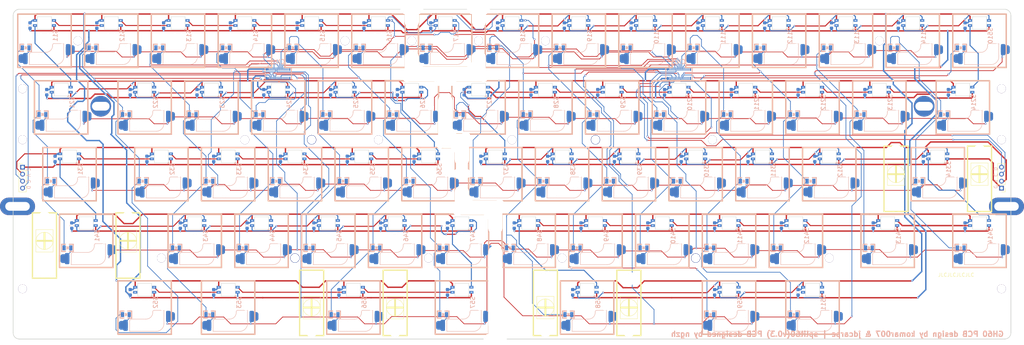
<source format=kicad_pcb>
(kicad_pcb (version 20211014) (generator pcbnew)
  (layers (0 "F.Cu" signal) (31 "B.Cu" signal) (34 "B.Paste" user) (35 "F.Paste" user) (36 "B.SilkS" user "B.Silkscreen") (37 "F.SilkS" user "F.Silkscreen") (38 "B.Mask" user) (39 "F.Mask" user) (44 "Edge.Cuts" user))
  (net 0 "")
  (net 1 "c8")
  (net 2 "r3")
  (net 3 "GND")
  (net 4 "VCC")
  (net 5 "S37_38")
  (net 6 "S38_39")
  (net 7 "c3")
  (net 8 "r4")
  (net 9 "S41_43")
  (net 10 "S43_44")
  (net 11 "c14")
  (net 12 "S314_414")
  (net 13 "S414_413")
  (net 14 "c13")
  (net 15 "S413_412")
  (net 16 "c12")
  (net 17 "S412_411")
  (net 18 "c11")
  (net 19 "S411_410")
  (net 20 "c10")
  (net 21 "S410_49")
  (net 22 "c1")
  (net 23 "S31_41")
  (net 24 "c9")
  (net 25 "S39_310")
  (net 26 "c4")
  (net 27 "S44_45")
  (net 28 "c7")
  (net 29 "S27_37")
  (net 30 "c6")
  (net 31 "S26_36")
  (net 32 "S36_35")
  (net 33 "c5")
  (net 34 "S35_34")
  (net 35 "S34_33")
  (net 36 "S33_32")
  (net 37 "c2")
  (net 38 "S32_31")
  (net 39 "S312_314")
  (net 40 "r5")
  (net 41 "S58_59")
  (net 42 "S59_511")
  (net 43 "S48_58")
  (net 44 "S47_57")
  (net 45 "S57_56")
  (net 46 "S56_53")
  (net 47 "S53_52")
  (net 48 "S311_312")
  (net 49 "S49_48")
  (net 50 "S46_47")
  (net 51 "S45_46")
  (net 52 "S310_311")
  (net 53 "r1")
  (net 54 "S12_11")
  (net 55 "S11_21")
  (net 56 "S19_110")
  (net 57 "S110_111")
  (net 58 "S111_112")
  (net 59 "S112_113")
  (net 60 "S113_114")
  (net 61 "S114_510")
  (net 62 "S13_12")
  (net 63 "S14_13")
  (net 64 "S15_14")
  (net 65 "S16_15")
  (net 66 "S18_19")
  (net 67 "r2")
  (net 68 "S21_22")
  (net 69 "S212_211")
  (net 70 "S211_210")
  (net 71 "S210_29")
  (net 72 "S29_28")
  (net 73 "S28_27")
  (net 74 "S25_26")
  (net 75 "S24_25")
  (net 76 "S23_24")
  (net 77 "S22_23")
  (net 78 "S214_213")
  (net 79 "S213_212")
  (net 80 "sclR")
  (net 81 "sdaR")
  (net 82 "sclL")
  (net 83 "sdaL")
  (net 84 "S17_18")
  (net 85 "led2_17")
  (net 86 "S510_214")
  (footprint "hole:PKRHC" (layer "F.Cu") (at 322.3399 92.5208)
    (fp_text reference "HOLE" hide)
    (fp_text value "VAL**" hide)
  )
  (footprint "hole:PKRHSL" (layer "F.Cu") (at 345.8312 121.1212)
    (fp_text reference "HOLE" hide)
    (fp_text value "VAL**" hide)
  )
  (footprint "hole:PKRHC" (layer "F.Cu") (at 87.4893 92.5208)
    (fp_text reference "HOLE" hide)
    (fp_text value "VAL**" hide)
  )
  (footprint "hole:PKRH" (layer "F.Cu") (at 190.5 111.76)
    (fp_text reference "HOLE" hide)
    (fp_text value "VAL**" hide)
  )
  (footprint "hole:PKRHSL" (layer "F.Cu") (at 63.7489 121.1212)
    (fp_text reference "HOLE" hide)
    (fp_text value "VAL**" hide)
  )
  (footprint "Mounting_Holes:MountingHole_2.5mm" (layer "F.Cu") (at 80.9625 73.81875)
    (fp_text reference "" hide)
    (fp_text value "MountingHole_2.5mm" hide)
  )
  (footprint "hole:PKRH" (layer "F.Cu") (at 190.5 83.34502)
    (fp_text reference "" hide)
    (fp_text value "" hide)
  )
  (footprint "hole:PKRH" (layer "F.Cu") (at 188 102.2)
    (fp_text reference "" hide)
    (fp_text value "" hide)
  )
  (footprint "hole:PKRH" (layer "F.Cu") (at 193.68125 121.20498)
    (fp_text reference "" hide)
    (fp_text value "" hide)
  )
  (footprint "hole:PKRH" (layer "F.Cu") (at 190.20498 105.31875 90)
    (fp_text reference "" hide)
    (fp_text value "" hide)
  )
  (footprint "hole:PKRH" (layer "F.Cu") (at 190.40498 118.6 90)
    (fp_text reference "" hide)
    (fp_text value "" hide)
  )
  (footprint "hole:PKRH" (layer "F.Cu") (at 185.60498 97 90)
    (fp_text reference "" hide)
    (fp_text value "" hide)
  )
  (footprint "hole:PKRH" (layer "F.Cu") (at 185.60498 84.61875 90)
    (fp_text reference "" hide)
    (fp_text value "" hide)
  )
  (footprint "hole:PKRH" (layer "F.Cu") (at 193.6 64.63 90)
    (fp_text reference "" hide)
    (fp_text value "" hide)
  )
  (footprint "hole:PKRH" (layer "F.Cu") (at 196.91 64.63 90)
    (fp_text reference "" hide)
    (fp_text value "" hide)
  )
  (footprint "hole:PKRH" (layer "F.Cu") (at 187.6 85.4 90)
    (fp_text reference "" hide)
    (fp_text value "" hide)
  )
  (footprint "hole:PKRH" (layer "F.Cu") (at 187.6 100.4 90)
    (fp_text reference "" hide)
    (fp_text value "" hide)
  )
  (footprint "hole:PKRH" (layer "F.Cu") (at 188.7 104.4 90)
    (fp_text reference "" hide)
    (fp_text value "" hide)
  )
  (footprint "hole:PKRH" (layer "F.Cu") (at 192.3 119.4 90)
    (fp_text reference "" hide)
    (fp_text value "" hide)
  )
  (footprint "hole:PKRH" (layer "F.Cu") (at 200.025 123.4 90)
    (fp_text reference "" hide)
    (fp_text value "" hide)
  )
  (footprint "hole:PKRH" (layer "F.Cu") (at 200 146.8 90)
    (fp_text reference "" hide)
    (fp_text value "" hide)
  )
  (footprint "hole:PKRH" (layer "F.Cu") (at 198.3 159.2 90)
    (fp_text reference "" hide)
    (fp_text value "" hide)
  )
  (footprint "hole:PKRH" (layer "F.Cu") (at 201.7 159.2 90)
    (fp_text reference "" hide)
    (fp_text value "" hide)
  )
  (footprint "hole:PKRH" (layer "F.Cu") (at 195 80.3 90)
    (fp_text reference "" hide)
    (fp_text value "" hide)
  )
  (footprint "hole:PKRH" (layer "F.Cu") (at 193.3 81.3 90)
    (fp_text reference "" hide)
    (fp_text value "" hide)
  )
  (footprint "hole:PKRH" (layer "F.Cu") (at 196.67 84.02 90)
    (fp_text reference "" hide)
    (fp_text value "" hide)
  )
  (footprint "hole:PKRH" (layer "F.Cu") (at 184.3 103 90)
    (fp_text reference "" hide)
    (fp_text value "" hide)
  )
  (footprint "hole:PKRH" (layer "F.Cu") (at 191.6 101.1 90)
    (fp_text reference "" hide)
    (fp_text value "" hide)
  )
  (footprint "hole:PKRH" (layer "F.Cu") (at 189.3 122.6 90)
    (fp_text reference "" hide)
    (fp_text value "" hide)
  )
  (footprint "hole:PKRH" (layer "F.Cu") (at 201.24 119.645 90)
    (fp_text reference "" hide)
    (fp_text value "" hide)
  )
  (footprint "hole:PKRH" (layer "F.Cu") (at 175.94248 67.30875 90)
    (fp_text reference "" hide)
    (fp_text value "" hide)
  )
  (footprint "hole:PKRH" (layer "F.Cu") (at 175.95 80.29875 90)
    (fp_text reference "" hide)
    (fp_text value "" hide)
  )
  (footprint "hole:PKRH" (layer "F.Cu") (at 177.87 64.63 90)
    (fp_text reference "" hide)
    (fp_text value "" hide)
  )
  (footprint "hole:PKRH" (layer "F.Cu") (at 174.55 64.62 90)
    (fp_text reference "" hide)
    (fp_text value "" hide)
  )
  (footprint "hole:PKRH" (layer "F.Cu") (at 189.72 82.2)
    (fp_text reference "" hide)
    (fp_text value "" hide)
  )
  (footprint "hole:PKRH" (layer "F.Cu") (at 183.9 86.2 90)
    (fp_text reference "" hide)
    (fp_text value "" hide)
  )
  (footprint "hole:PKRH" (layer "F.Cu") (at 178.1 81.3 90)
    (fp_text reference "" hide)
    (fp_text value "" hide)
  )
  (footprint "hole:PKRH" (layer "F.Cu") (at 198.05 123.525 90)
    (fp_text reference "" hide)
    (fp_text value "" hide)
  )
  (footprint "hole:PKRH" (layer "F.Cu") (at 174.81 84.09 90)
    (fp_text reference "" hide)
    (fp_text value "" hide)
  )
  (footprint "hole:PKRH" (layer "F.Cu") (at 199.99 138.29 90)
    (fp_text reference "" hide)
    (fp_text value "" hide)
  )
  (footprint "hole:PKRH" (layer "F.Cu") (at 200.01 155.16 90)
    (fp_text reference "" hide)
    (fp_text value "" hide)
  )
  (footprint "hole:PKRH" (layer "F.Cu") (at 185.60498 97 90)
    (fp_text reference "" hide)
    (fp_text value "" hide)
  )
  (footprint "hole:PKRH" (layer "F.Cu") (at 174.81 84.09 90)
    (fp_text reference "" hide)
    (fp_text value "" hide)
  )
  (footprint "Keyboard:MXHS-1U-RGB-ALI-3528-HOLE-NOPAD" (layer "F.Cu") (at 261.9375 73.81875 180)
    (fp_text reference "S111")
    (fp_text value "MX_LED" hide)
    (fp_line (start 2 3.28) (end 2 6.88) (layer "Edge.Cuts") (width 0.1))
    (fp_line (start -2 6.88) (end 2 6.88) (layer "Edge.Cuts") (width 0.1))
    (fp_line (start -2 3.28) (end 2 3.28) (layer "Edge.Cuts") (width 0.1))
    (fp_line (start -2 3.28) (end -2 6.88) (layer "Edge.Cuts") (width 0.1))
  )
  (footprint "hole:PKRH" (layer "F.Cu") (at 190.40498 118.6 90)
    (fp_text reference "" hide)
    (fp_text value "" hide)
  )
  (footprint "Keyboard:MXHS-1U-RGB-ALI-3528-HOLE-NOPAD" (layer "F.Cu") (at 219.075 111.91875 180)
    (fp_text reference "S38")
    (fp_text value "MX_LED" hide)
    (fp_line (start 2 3.28) (end 2 6.88) (layer "Edge.Cuts") (width 0.1))
    (fp_line (start -2 6.88) (end 2 6.88) (layer "Edge.Cuts") (width 0.1))
    (fp_line (start -2 3.28) (end 2 3.28) (layer "Edge.Cuts") (width 0.1))
    (fp_line (start -2 3.28) (end -2 6.88) (layer "Edge.Cuts") (width 0.1))
  )
  (footprint "Keyboard:MXHS-1U-RGB-ALI-3528-HOLE-NOPAD" (layer "F.Cu") (at 290.5125 150.01875 180)
    (fp_text reference "S511")
    (fp_text value "MX_LED" hide)
    (fp_line (start -2 3.28) (end 2 3.28) (layer "Edge.Cuts") (width 0.1))
    (fp_line (start -2 6.88) (end 2 6.88) (layer "Edge.Cuts") (width 0.1))
    (fp_line (start 2 3.28) (end 2 6.88) (layer "Edge.Cuts") (width 0.1))
    (fp_line (start -2 3.28) (end -2 6.88) (layer "Edge.Cuts") (width 0.1))
  )
  (footprint "Mounting_Holes:MountingHole_2.5mm" (layer "F.Cu") (at 65.1689 102.0712)
    (fp_text reference "" hide)
    (fp_text value "MountingHole_2.5mm" hide)
  )
  (footprint "hole:PKRH" (layer "F.Cu") (at 196.91 64.63 90)
    (fp_text reference "" hide)
    (fp_text value "" hide)
  )
  (footprint "Keyboard:MXHS-1U-RGB-ALI-3528-HOLE-NOPAD" (layer "F.Cu") (at 71.4375 73.81875 180)
    (fp_text reference "S11")
    (fp_text value "MX_LED" hide)
    (fp_line (start -2 3.28) (end 2 3.28) (layer "Edge.Cuts") (width 0.1))
    (fp_line (start -2 6.88) (end 2 6.88) (layer "Edge.Cuts") (width 0.1))
    (fp_line (start 2 3.28) (end 2 6.88) (layer "Edge.Cuts") (width 0.1))
    (fp_line (start -2 3.28) (end -2 6.88) (layer "Edge.Cuts") (width 0.1))
  )
  (footprint "hole:PKRH" (layer "F.Cu") (at 195.375 66.175)
    (fp_text reference "" hide)
    (fp_text value "" hide)
  )
  (footprint "hole:PKRH" (layer "F.Cu") (at 195.375 66.175)
    (fp_text reference "" hide)
    (fp_text value "" hide)
  )
  (footprint "Keyboard:30PIN_0.4MM_BTB_MALE" (layer "F.Cu") (at 252.4125 83.25)
    (fp_text reference "CN2")
    (fp_text value "BTB")
  )
  (footprint "Mounting_Holes:MountingHole_2.5mm" (layer "F.Cu") (at 214.3125 73.81875)
    (fp_text reference "" hide)
    (fp_text value "MountingHole_2.5mm" hide)
  )
  (footprint "Keyboard:MXHS-1U-RGB-ALI-3528-HOLE-NOPAD" (layer "F.Cu") (at 78.58125 111.91875 180)
    (fp_text reference "S31")
    (fp_text value "MX_LED" hide)
    (fp_line (start -2 3.28) (end 2 3.28) (layer "Edge.Cuts") (width 0.1))
    (fp_line (start 2 3.28) (end 2 6.88) (layer "Edge.Cuts") (width 0.1))
    (fp_line (start -2 6.88) (end 2 6.88) (layer "Edge.Cuts") (width 0.1))
    (fp_line (start -2 3.28) (end -2 6.88) (layer "Edge.Cuts") (width 0.1))
  )
  (footprint "hole:PKRH" (layer "F.Cu") (at 190.5 83.34502)
    (fp_text reference "" hide)
    (fp_text value "" hide)
  )
  (footprint "hole:PKRH" (layer "F.Cu") (at 175.94248 67.30875 90)
    (fp_text reference "" hide)
    (fp_text value "" hide)
  )
  (footprint "Keyboard:30PIN_0.4MM_BTB_MALE" (layer "F.Cu") (at 138.1125 83.25)
    (fp_text reference "CN1")
    (fp_text value "BTB")
  )
  (footprint "hole:PKRH" (layer "F.Cu") (at 195.375 66.175)
    (fp_text reference "" hide)
    (fp_text value "" hide)
  )
  (footprint "hole:PKRH" (layer "F.Cu") (at 198.05 123.525 90)
    (fp_text reference "" hide)
    (fp_text value "" hide)
  )
  (footprint "Keyboard:MXHS-1U-RGB-ALI-3528-HOLE-NOPAD" (layer "F.Cu") (at 338.1375 130.96875 180)
    (fp_text reference "S414")
    (fp_text value "MX_LED" hide)
    (fp_line (start 2 3.28) (end 2 6.88) (layer "Edge.Cuts") (width 0.1))
    (fp_line (start -2 3.28) (end 2 3.28) (layer "Edge.Cuts") (width 0.1))
    (fp_line (start -2 3.28) (end -2 6.88) (layer "Edge.Cuts") (width 0.1))
    (fp_line (start -2 6.88) (end 2 6.88) (layer "Edge.Cuts") (width 0.1))
  )
  (footprint "Mounting_Holes:MountingHole_2.5mm" (layer "F.Cu") (at 219.075 135.89)
    (fp_text reference "" hide)
    (fp_text value "MountingHole_2.5mm" hide)
  )
  (footprint "" (layer "F.Cu") (at 208.6 68)
    (fp_text reference "")
    (fp_text value "")
  )
  (footprint "Keyboard:MXHS-1U-RGB-ALI-3528-HOLE-NOPAD" (layer "F.Cu") (at 119.0625 92.86875 180)
    (fp_text reference "S23")
    (fp_text value "MX_LED" hide)
    (fp_line (start -2 6.88) (end 2 6.88) (layer "Edge.Cuts") (width 0.1))
    (fp_line (start -2 3.28) (end -2 6.88) (layer "Edge.Cuts") (width 0.1))
    (fp_line (start 2 3.28) (end 2 6.88) (layer "Edge.Cuts") (width 0.1))
    (fp_line (start -2 3.28) (end 2 3.28) (layer "Edge.Cuts") (width 0.1))
  )
  (footprint "Mounting_Holes:MountingHole_2.5mm" (layer "F.Cu") (at 257.175 135.89)
    (fp_text reference "REF**" hide)
    (fp_text value "MountingHole_padded_2.5mm" hide)
  )
  (footprint "hole:PKRH" (layer "F.Cu") (at 185.60498 97 90)
    (fp_text reference "" hide)
    (fp_text value "" hide)
  )
  (footprint "hole:PKRH" (layer "F.Cu") (at 189.3 122.6 90)
    (fp_text reference "" hide)
    (fp_text value "" hide)
  )
  (footprint "Keyboard:MXHS-1U-RGB-ALI-3528-HOLE-NOPAD" (layer "F.Cu") (at 223.8375 73.81875 180)
    (fp_text reference "S19")
    (fp_text value "MX_LED" hide)
    (fp_line (start 2 3.28) (end 2 6.88) (layer "Edge.Cuts") (width 0.1))
    (fp_line (start -2 3.28) (end -2 6.88) (layer "Edge.Cuts") (width 0.1))
    (fp_line (start -2 3.28) (end 2 3.28) (layer "Edge.Cuts") (width 0.1))
    (fp_line (start -2 6.88) (end 2 6.88) (layer "Edge.Cuts") (width 0.1))
  )
  (footprint "Mounting_Holes:MountingHole_2.5mm" (layer "F.Cu") (at 344.4112 102.0712)
    (fp_text reference "" hide)
    (fp_text value "MountingHole_2.5mm" hide)
  )
  (footprint "Keyboard:MXHS-1U-RGB-ALI-3528-HOLE-NOPAD" (layer "F.Cu") (at 142.875 111.91875 180)
    (fp_text reference "S34")
    (fp_text value "MX_LED" hide)
    (fp_line (start -2 3.28) (end -2 6.88) (layer "Edge.Cuts") (width 0.1))
    (fp_line (start 2 3.28) (end 2 6.88) (layer "Edge.Cuts") (width 0.1))
    (fp_line (start -2 3.28) (end 2 3.28) (layer "Edge.Cuts") (width 0.1))
    (fp_line (start -2 6.88) (end 2 6.88) (layer "Edge.Cuts") (width 0.1))
  )
  (footprint "hole:PKRH" (layer "F.Cu") (at 177.87 64.63 90)
    (fp_text reference "" hide)
    (fp_text value "" hide)
  )
  (footprint "hole:PKRH" (layer "F.Cu") (at 189.3 122.6 90)
    (fp_text reference "" hide)
    (fp_text value "" hide)
  )
  (footprint "hole:PKRH" (layer "F.Cu") (at 188.7 104.4 90)
    (fp_text reference "" hide)
    (fp_text value "" hide)
  )
  (footprint "hole:PKRH" (layer "F.Cu") (at 174.81 84.09 90)
    (fp_text reference "" hide)
    (fp_text value "" hide)
  )
  (footprint "hole:PKRH" (layer "F.Cu") (at 196.67 84.02 90)
    (fp_text reference "" hide)
    (fp_text value "" hide)
  )
  (footprint "hole:PKRH" (layer "F.Cu") (at 175.94248 67.30875 90)
    (fp_text reference "" hide)
    (fp_text value "" hide)
  )
  (footprint "hole:PKRH" (layer "F.Cu") (at 184.3 103 90)
    (fp_text reference "" hide)
    (fp_text value "" hide)
  )
  (footprint "hole:PKRH" (layer "F.Cu") (at 191.6 101.1 90)
    (fp_text reference "" hide)
    (fp_text value "" hide)
  )
  (footprint "Mounting_Holes:MountingHole_2.5mm" (layer "F.Cu") (at 157.1625 73.81875)
    (fp_text reference "" hide)
    (fp_text value "MountingHole_2.5mm" hide)
  )
  (footprint "Mounting_Holes:MountingHole_2.5mm" (layer "F.Cu") (at 309.5625 73.81875)
    (fp_text reference "" hide)
    (fp_text value "MountingHole_2.5mm" hide)
  )
  (footprint "Keyboard:MXST" (layer "F.Cu") (at 71.4375 130.96875)
    (fp_text reference "" hide)
    (fp_text value "" hide)
  )
  (footprint "Keyboard:MXHS-1U-RGB-ALI-3528-HOLE-NOPAD" (layer "F.Cu") (at 214.3125 92.86875 180)
    (fp_text reference "S28")
    (fp_text value "MX_LED" hide)
    (fp_line (start -2 3.28) (end 2 3.28) (layer "Edge.Cuts") (width 0.1))
    (fp_line (start -2 3.28) (end -2 6.88) (layer "Edge.Cuts") (width 0.1))
    (fp_line (start 2 3.28) (end 2 6.88) (layer "Edge.Cuts") (width 0.1))
    (fp_line (start -2 6.88) (end 2 6.88) (layer "Edge.Cuts") (width 0.1))
  )
  (footprint "Keyboard:MXHS-1U-RGB-ALI-3528-HOLE-NOPAD" (layer "F.Cu") (at 109.5375 73.81875 180)
    (fp_text reference "S13")
    (fp_text value "MX_LED" hide)
    (fp_line (start -2 6.88) (end 2 6.88) (layer "Edge.Cuts") (width 0.1))
    (fp_line (start 2 3.28) (end 2 6.88) (layer "Edge.Cuts") (width 0.1))
    (fp_line (start -2 3.28) (end 2 3.28) (layer "Edge.Cuts") (width 0.1))
    (fp_line (start -2 3.28) (end -2 6.88) (layer "Edge.Cuts") (width 0.1))
  )
  (footprint "Keyboard:MXHS-1U-RGB-ALI-3528-HOLE-NOPAD" (layer "F.Cu") (at 280.9875 73.81875 180)
    (fp_text reference "S112")
    (fp_text value "MX_LED" hide)
    (fp_line (start -2 6.88) (end 2 6.88) (layer "Edge.Cuts") (width 0.1))
    (fp_line (start -2 3.28) (end 2 3.28) (layer "Edge.Cuts") (width 0.1))
    (fp_line (start 2 3.28) (end 2 6.88) (layer "Edge.Cuts") (width 0.1))
    (fp_line (start -2 3.28) (end -2 6.88) (layer "Edge.Cuts") (width 0.1))
  )
  (footprint "Keyboard:MXHS-1U-RGB-ALI-3528-HOLE-NOPAD" (layer "F.Cu") (at 123.825 111.91875 180)
    (fp_text reference "S33")
    (fp_text value "MX_LED" hide)
    (fp_line (start -2 6.88) (end 2 6.88) (layer "Edge.Cuts") (width 0.1))
    (fp_line (start -2 3.28) (end -2 6.88) (layer "Edge.Cuts") (width 0.1))
    (fp_line (start -2 3.28) (end 2 3.28) (layer "Edge.Cuts") (width 0.1))
    (fp_line (start 2 3.28) (end 2 6.88) (layer "Edge.Cuts") (width 0.1))
  )
  (footprint "hole:PKRH" (layer "F.Cu") (at 183.9 86.2 90)
    (fp_text reference "" hide)
    (fp_text value "" hide)
  )
  (footprint "Mounting_Holes:MountingHole_2.5mm" (layer "F.Cu") (at 261.93749 102.1)
    (fp_text reference "" hide)
    (fp_text value "MountingHole_2.5mm" hide)
  )
  (footprint "Keyboard:MXHS-1U-RGB-ALI-3528-HOLE-NOPAD" (layer "F.Cu") (at 333.375 92.86875 180)
    (fp_text reference "S214")
    (fp_text value "MX_LED" hide)
    (fp_line (start -2 3.28) (end 2 3.28) (layer "Edge.Cuts") (width 0.1))
    (fp_line (start -2 6.88) (end 2 6.88) (layer "Edge.Cuts") (width 0.1))
    (fp_line (start 2 3.28) (end 2 6.88) (layer "Edge.Cuts") (width 0.1))
    (fp_line (start -2 3.28) (end -2 6.88) (layer "Edge.Cuts") (width 0.1))
  )
  (footprint "Keyboard:MXHS-1U-RGB-ALI-3528-HOLE-NOPAD" (layer "F.Cu") (at 128.5875 73.81875 180)
    (fp_text reference "S14")
    (fp_text value "MX_LED" hide)
    (fp_line (start -2 3.28) (end 2 3.28) (layer "Edge.Cuts") (width 0.1))
    (fp_line (start -2 6.88) (end 2 6.88) (layer "Edge.Cuts") (width 0.1))
    (fp_line (start 2 3.28) (end 2 6.88) (layer "Edge.Cuts") (width 0.1))
    (fp_line (start -2 3.28) (end -2 6.88) (layer "Edge.Cuts") (width 0.1))
  )
  (footprint "Keyboard:MXST" (layer "F.Cu") (at 314.325 111.91875)
    (fp_text reference "" hide)
    (fp_text value "" hide)
  )
  (footprint "Mounting_Holes:MountingHole_2.5mm" (layer "F.Cu") (at 195.2625 73.81875)
    (fp_text reference "" hide)
    (fp_text value "MountingHole_2.5mm" hide)
  )
  (footprint "Keyboard:MXHS-1U-RGB-ALI-3528-HOLE-NOPAD" (layer "F.Cu") (at 157.1625 92.86875 180)
    (fp_text reference "S25")
    (fp_text value "MX_LED" hide)
    (fp_line (start -2 3.28) (end 2 3.28) (layer "Edge.Cuts") (width 0.1))
    (fp_line (start 2 3.28) (end 2 6.88) (layer "Edge.Cuts") (width 0.1))
    (fp_line (start -2 6.88) (end 2 6.88) (layer "Edge.Cuts") (width 0.1))
    (fp_line (start -2 3.28) (end -2 6.88) (layer "Edge.Cuts") (width 0.1))
  )
  (footprint "Keyboard:MXHS-1U-RGB-ALI-3528-HOLE-NOPAD" (layer "F.Cu") (at 147.6375 73.81875 180)
    (fp_text reference "S15")
    (fp_text value "MX_LED" hide)
    (fp_line (start -2 3.28) (end 2 3.28) (layer "Edge.Cuts") (width 0.1))
    (fp_line (start -2 3.28) (end -2 6.88) (layer "Edge.Cuts") (width 0.1))
    (fp_line (start -2 6.88) (end 2 6.88) (layer "Edge.Cuts") (width 0.1))
    (fp_line (start 2 3.28) (end 2 6.88) (layer "Edge.Cuts") (width 0.1))
  )
  (footprint "Keyboard:MXHS-1U-RGB-ALI-3528-HOLE-NOPAD" (layer "F.Cu") (at 204.7875 73.81875 180)
    (fp_text reference "S18")
    (fp_text value "MX_LED" hide)
    (fp_line (start -2 3.28) (end 2 3.28) (layer "Edge.Cuts") (width 0.1))
    (fp_line (start -2 3.28) (end -2 6.88) (layer "Edge.Cuts") (width 0.1))
    (fp_line (start -2 6.88) (end 2 6.88) (layer "Edge.Cuts") (width 0.1))
    (fp_line (start 2 3.28) (end 2 6.88) (layer "Edge.Cuts") (width 0.1))
  )
  (footprint "Mounting_Holes:MountingHole_2.5mm" (layer "F.Cu") (at 176.2125 73.81875)
    (fp_text reference "" hide)
    (fp_text value "MountingHole_2.5mm" hide)
  )
  (footprint "Keyboard:MXHS-1U-RGB-ALI-3528-HOLE-NOPAD" (layer "F.Cu") (at 290.5125 92.86875 180)
    (fp_text reference "S212")
    (fp_text value "MX_LED" hide)
    (fp_line (start 2 3.28) (end 2 6.88) (layer "Edge.Cuts") (width 0.1))
    (fp_line (start -2 6.88) (end 2 6.88) (layer "Edge.Cuts") (width 0.1))
    (fp_line (start -2 3.28) (end 2 3.28) (layer "Edge.Cuts") (width 0.1))
    (fp_line (start -2 3.28) (end -2 6.88) (layer "Edge.Cuts") (width 0.1))
  )
  (footprint "Mounting_Holes:MountingHole_2.5mm" (layer "F.Cu") (at 65.1689 144.6712)
    (fp_text reference "" hide)
    (fp_text value "MountingHole_2.5mm" hide)
  )
  (footprint "Keyboard:MXHS-1U-RGB-ALI-3528-HOLE-NOPAD" (layer "F.Cu") (at 76.2 92.86875 180)
    (fp_text reference "S21")
    (fp_text value "MX_LED" hide)
    (fp_line (start -2 3.28) (end -2 6.88) (layer "Edge.Cuts") (width 0.1))
    (fp_line (start -2 6.88) (end 2 6.88) (layer "Edge.Cuts") (width 0.1))
    (fp_line (start -2 3.28) (end 2 3.28) (layer "Edge.Cuts") (width 0.1))
    (fp_line (start 2 3.28) (end 2 6.88) (layer "Edge.Cuts") (width 0.1))
  )
  (footprint "hole:PKRH" (layer "F.Cu") (at 174.55 64.62 90)
    (fp_text reference "" hide)
    (fp_text value "" hide)
  )
  (footprint "Keyboard:MXHS-1U-RGB-ALI-3528-HOLE-NOPAD" (layer "F.Cu") (at 161.925 111.91875 180)
    (fp_text reference "S35")
    (fp_text value "MX_LED" hide)
    (fp_line (start -2 6.88) (end 2 6.88) (layer "Edge.Cuts") (width 0.1))
    (fp_line (start -2 3.28) (end 2 3.28) (layer "Edge.Cuts") (width 0.1))
    (fp_line (start -2 3.28) (end -2 6.88) (layer "Edge.Cuts") (width 0.1))
    (fp_line (start 2 3.28) (end 2 6.88) (layer "Edge.Cuts") (width 0.1))
  )
  (footprint "Mounting_Holes:MountingHole_2.5mm" (layer "F.Cu") (at 344.4112 87.5212)
    (fp_text reference "" hide)
    (fp_text value "MountingHole_2.5mm" hide)
  )
  (footprint "hole:PKRH" (layer "F.Cu") (at 190.40498 118.6 90)
    (fp_text reference "" hide)
    (fp_text value "" hide)
  )
  (footprint "Keyboard:MXHS-1U-RGB-ALI-3528-HOLE-NOPAD" (layer "F.Cu") (at 114.3 130.96875 180)
    (fp_text reference "S43")
    (fp_text value "MX_LED" hide)
    (fp_line (start -2 3.28) (end -2 6.88) (layer "Edge.Cuts") (width 0.1))
    (fp_line (start 2 3.28) (end 2 6.88) (layer "Edge.Cuts") (width 0.1))
    (fp_line (start -2 3.28) (end 2 3.28) (layer "Edge.Cuts") (width 0.1))
    (fp_line (start -2 6.88) (end 2 6.88) (layer "Edge.Cuts") (width 0.1))
  )
  (footprint "hole:PKRH" (layer "F.Cu") (at 198.05 123.525 90)
    (fp_text reference "" hide)
    (fp_text value "" hide)
  )
  (footprint "hole:PKRH" (layer "F.Cu") (at 193.3 81.3 90)
    (fp_text reference "" hide)
    (fp_text value "" hide)
  )
  (footprint "Mounting_Holes:MountingHole_2.5mm" (layer "F.Cu") (at 65.1689 87.5212)
    (fp_text reference "" hide)
    (fp_text value "MountingHole_2.5mm" hide)
  )
  (footprint "Keyboard:MXHS-1U-RGB-ALI-3528-HOLE-NOPAD" (layer "F.Cu") (at 226.21875 150.01875 180)
    (fp_text reference "S58")
    (fp_text value "MX_LED" hide)
    (fp_line (start 2 3.28) (end 2 6.88) (layer "Edge.Cuts") (width 0.1))
    (fp_line (start -2 6.88) (end 2 6.88) (layer "Edge.Cuts") (width 0.1))
    (fp_line (start -2 3.28) (end 2 3.28) (layer "Edge.Cuts") (width 0.1))
    (fp_line (start -2 3.28) (end -2 6.88) (layer "Edge.Cuts") (width 0.1))
  )
  (footprint "Keyboard:MXHS-1U-RGB-ALI-3528-HOLE-NOPAD" (layer "F.Cu") (at 190.5 150.01875 180)
    (fp_text reference "S57")
    (fp_text value "MX_LED" hide)
    (fp_line (start -2 6.88) (end 2 6.88) (layer "Edge.Cuts") (width 0.1))
    (fp_line (start -2 3.28) (end 2 3.28) (layer "Edge.Cuts") (width 0.1))
    (fp_line (start 2 3.28) (end 2 6.88) (layer "Edge.Cuts") (width 0.1))
    (fp_line (start -2 3.28) (end -2 6.88) (layer "Edge.Cuts") (width 0.1))
  )
  (footprint "Keyboard:MXST" (layer "F.Cu") (at 238.125 150.01875 180)
    (fp_text reference "" hide)
    (fp_text value "" hide)
  )
  (footprint "Mounting_Holes:MountingHole_2.5mm" (layer "F.Cu") (at 104.775 135.89)
    (fp_text reference "" hide)
    (fp_text value "MountingHole_2.5mm" hide)
  )
  (footprint "Mounting_Holes:MountingHole_2.5mm" (layer "F.Cu") (at 228.6 102.1)
    (fp_text reference "REF**" hide)
    (fp_text value "MountingHole_padded_2.5mm" hide)
  )
  (footprint "hole:PKRH" (layer "F.Cu") (at 185.60498 84.61875 90)
    (fp_text reference "" hide)
    (fp_text value "" hide)
  )
  (footprint "hole:PKRH" (layer "F.Cu") (at 187.6 100.4 90)
    (fp_text reference "" hide)
    (fp_text value "" hide)
  )
  (footprint "hole:PKRH" (layer "F.Cu") (at 195 80.3 90)
    (fp_text reference "" hide)
    (fp_text value "" hide)
  )
  (footprint "Keyboard:MXHS-1U-RGB-ALI-3528-HOLE-NOPAD" (layer "F.Cu") (at 295.275 111.91875 180)
    (fp_text reference "S312")
    (fp_text value "MX_LED" hide)
    (fp_line (start -2 3.28) (end 2 3.28) (layer "Edge.Cuts") (width 0.1))
    (fp_line (start -2 3.28) (end -2 6.88) (layer "Edge.Cuts") (width 0.1))
    (fp_line (start -2 6.88) (end 2 6.88) (layer "Edge.Cuts") (width 0.1))
    (fp_line (start 2 3.28) (end 2 6.88) (layer "Edge.Cuts") (width 0.1))
  )
  (footprint "Keyboard:MXHS-1U-RGB-ALI-3528-HOLE-NOPAD" (layer "F.Cu") (at 200.025 111.91875 180)
    (fp_text reference "S37")
    (fp_text value "MX_LED" hide)
    (fp_line (start -2 6.88) (end 2 6.88) (layer "Edge.Cuts") (width 0.1))
    (fp_line (start -2 3.28) (end -2 6.88) (layer "Edge.Cuts") (width 0.1))
    (fp_line (start -2 3.28) (end 2 3.28) (layer "Edge.Cuts") (width 0.1))
    (fp_line (start 2 3.28) (end 2 6.88) (layer "Edge.Cuts") (width 0.1))
  )
  (footprint "Keyboard:MXHS-1U-RGB-ALI-3528-HOLE-NOPAD" (layer "F.Cu") (at 209.55 130.96875 180)
    (fp_text reference "S48")
    (fp_text value "MX_LED" hide)
    (fp_line (start -2 3.28) (end 2 3.28) (layer "Edge.Cuts") (width 0.1))
    (fp_line (start -2 6.88) (end 2 6.88) (layer "Edge.Cuts") (width 0.1))
    (fp_line (start -2 3.28) (end -2 6.88) (layer "Edge.Cuts") (width 0.1))
    (fp_line (start 2 3.28) (end 2 6.88) (layer "Edge.Cuts") (width 0.1))
  )
  (footprint "Keyboard:MXHS-1U-RGB-ALI-3528-HOLE-NOPAD" (layer "F.Cu") (at 228.6 130.96875 180)
    (fp_text reference "S49")
    (fp_text value "MX_LED" hide)
    (fp_line (start -2 6.88) (end 2 6.88) (layer "Edge.Cuts") (width 0.1))
    (fp_line (start 2 3.28) (end 2 6.88) (layer "Edge.Cuts") (width 0.1))
    (fp_line (start -2 3.28) (end -2 6.88) (layer "Edge.Cuts") (width 0.1))
    (fp_line (start -2 3.28) (end 2 3.28) (layer "Edge.Cuts") (width 0.1))
  )
  (footprint "Keyboard:MXST" (layer "F.Cu") (at 147.6375 150.01875 180)
    (fp_text reference "" hide)
    (fp_text value "" hide)
  )
  (footprint "Mounting_Holes:MountingHole_2.5mm" (layer "F.Cu") (at 344.4112 144.6712)
    (fp_text reference "" hide)
    (fp_text value "MountingHole_2.5mm" hide)
  )
  (footprint "hole:PKRH" (layer "F.Cu") (at 190.5 83.34502)
    (fp_text reference "" hide)
    (fp_text value "" hide)
  )
  (footprint "Keyboard:MXHS-1U-RGB-ALI-3528-HOLE-NOPAD" (layer "F.Cu") (at 133.35 130.96875 180)
    (fp_text reference "S44")
    (fp_text value "MX_LED" hide)
    (fp_line (start -2 3.28) (end 2 3.28) (layer "Edge.Cuts") (width 0.1))
    (fp_line (start -2 6.88) (end 2 6.88) (layer "Edge.Cuts") (width 0.1))
    (fp_line (start -2 3.28) (end -2 6.88) (layer "Edge.Cuts") (width 0.1))
    (fp_line (start 2 3.28) (end 2 6.88) (layer "Edge.Cuts") (width 0.1))
  )
  (footprint "Keyboard:MXHS-1U-RGB-ALI-3528-HOLE-NOPAD" (layer "F.Cu") (at 271.4625 92.86875 180)
    (fp_text reference "S211")
    (fp_text value "MX_LED" hide)
    (fp_line (start -2 3.28) (end 2 3.28) (layer "Edge.Cuts") (width 0.1))
    (fp_line (start -2 3.28) (end -2 6.88) (layer "Edge.Cuts") (width 0.1))
    (fp_line (start 2 3.28) (end 2 6.88) (layer "Edge.Cuts") (width 0.1))
    (fp_line (start -2 6.88) (end 2 6.88) (layer "Edge.Cuts") (width 0.1))
  )
  (footprint "Mounting_Holes:MountingHole_2.5mm" (layer "F.Cu") (at 180.975 135.89)
    (fp_text reference "" hide)
    (fp_text value "MountingHole_2.5mm" hide)
  )
  (footprint "hole:PKRH" (layer "F.Cu") (at 189.72 82.2)
    (fp_text reference "" hide)
    (fp_text value "" hide)
  )
  (footprint "Keyboard:MXHS-1U-RGB-ALI-3528-HOLE-NOPAD" (layer "F.Cu") (at 138.1125 92.86875 180)
    (fp_text reference "S24")
    (fp_text value "MX_LED" hide)
    (fp_line (start 2 3.28) (end 2 6.88) (layer "Edge.Cuts") (width 0.1))
    (fp_line (start -2 3.28) (end -2 6.88) (layer "Edge.Cuts") (width 0.1))
    (fp_line (start -2 6.88) (end 2 6.88) (layer "Edge.Cuts") (width 0.1))
    (fp_line (start -2 3.28) (end 2 3.28) (layer "Edge.Cuts") (width 0.1))
  )
  (footprint "hole:PKRH" (layer "F.Cu") (at 188.7 104.4 90)
    (fp_text reference "" hide)
    (fp_text value "" hide)
  )
  (footprint "hole:PKRH" (layer "F.Cu") (at 187.6 85.4 90)
    (fp_text reference "" hide)
    (fp_text value "" hide)
  )
  (footprint "hole:PKRH" (layer "F.Cu") (at 193.3 81.3 90)
    (fp_text reference "" hide)
    (fp_text value "" hide)
  )
  (footprint "hole:PKRH" (layer "F.Cu") (at 201.24 119.645 90)
    (fp_text reference "" hide)
    (fp_text value "" hide)
  )
  (footprint "Mounting_Holes:MountingHole_2.5mm" (layer "F.Cu") (at 128.58751 102.1)
    (fp_text reference "" hide)
    (fp_text value "MountingHole_2.5mm" hide)
  )
  (footprint "hole:PKRH" (layer "F.Cu") (at 183.9 86.2 90)
    (fp_text reference "" hide)
    (fp_text value "" hide)
  )
  (footprint "hole:PKRH" (layer "F.Cu") (at 178.1 81.3 90)
    (fp_text reference "" hide)
    (fp_text value "" hide)
  )
  (footprint "Keyboard:MXHS-1U-RGB-ALI-3528-HOLE-NOPAD" (layer "F.Cu") (at 123.825 150.01875 180)
    (fp_text reference "S53")
    (fp_text value "MX_LED" hide)
    (fp_line (start 2 3.28) (end 2 6.88) (layer "Edge.Cuts") (width 0.1))
    (fp_line (start -2 6.88) (end 2 6.88) (layer "Edge.Cuts") (width 0.1))
    (fp_line (start -2 3.28) (end 2 3.28) (layer "Edge.Cuts") (width 0.1))
    (fp_line (start -2 3.28) (end -2 6.88) (layer "Edge.Cuts") (width 0.1))
  )
  (footprint "Keyboard:MXST" (layer "F.Cu") (at 338.1375 111.91875)
    (fp_text reference "" hide)
    (fp_text value "" hide)
  )
  (footprint "Keyboard:MXHS-1U-RGB-ALI-3528-HOLE-NOPAD" (layer "F.Cu") (at 311.94375 130.96875 180)
    (fp_text reference "S413")
    (fp_text value "MX_LED" hide)
    (fp_line (start -2 6.88) (end 2 6.88) (layer "Edge.Cuts") (width 0.1))
    (fp_line (start -2 3.28) (end 2 3.28) (layer "Edge.Cuts") (width 0.1))
    (fp_line (start -2 3.28) (end -2 6.88) (layer "Edge.Cuts") (width 0.1))
    (fp_line (start 2 3.28) (end 2 6.88) (layer "Edge.Cuts") (width 0.1))
  )
  (footprint "hole:PKRH" (layer "F.Cu") (at 188 102.2)
    (fp_text reference "" hide)
    (fp_text value "" hide)
  )
  (footprint "Keyboard:MXHS-1U-RGB-ALI-3528-HOLE-NOPAD" (layer "F.Cu") (at 83.34375 130.96875 180)
    (fp_text reference "S41")
    (fp_text value "MX_LED" hide)
    (fp_line (start 2 3.28) (end 2 6.88) (layer "Edge.Cuts") (width 0.1))
    (fp_line (start -2 6.88) (end 2 6.88) (layer "Edge.Cuts") (width 0.1))
    (fp_line (start -2 3.28) (end -2 6.88) (layer "Edge.Cuts") (width 0.1))
    (fp_line (start -2 3.28) (end 2 3.28) (layer "Edge.Cuts") (width 0.1))
  )
  (footprint "Keyboard:MXHS-1U-RGB-ALI-3528-HOLE-NOPAD" (layer "F.Cu") (at 100.0125 150.01875 180)
    (fp_text reference "S52")
    (fp_text value "MX_LED" hide)
    (fp_line (start -2 3.28) (end 2 3.28) (layer "Edge.Cuts") (width 0.1))
    (fp_line (start -2 3.28) (end -2 6.88) (layer "Edge.Cuts") (width 0.1))
    (fp_line (start -2 6.88) (end 2 6.88) (layer "Edge.Cuts") (width 0.1))
    (fp_line (start 2 3.28) (end 2 6.88) (layer "Edge.Cuts") (width 0.1))
  )
  (footprint "Keyboard:MXHS-1U-RGB-ALI-3528-HOLE-NOPAD" (layer "F.Cu") (at 252.4125 92.86875 180)
    (fp_text reference "S210")
    (fp_text value "MX_LED" hide)
    (fp_line (start 2 3.28) (end 2 6.88) (layer "Edge.Cuts") (width 0.1))
    (fp_line (start -2 3.28) (end 2 3.28) (layer "Edge.Cuts") (width 0.1))
    (fp_line (start -2 6.88) (end 2 6.88) (layer "Edge.Cuts") (width 0.1))
    (fp_line (start -2 3.28) (end -2 6.88) (layer "Edge.Cuts") (width 0.1))
  )
  (footprint "Keyboard:MXHS-1U-RGB-ALI-3528-HOLE-NOPAD" (layer "F.Cu") (at 195.2625 92.86875 180)
    (fp_text reference "S27")
    (fp_text value "MX_LED" hide)
    (fp_line (start -2 3.28) (end 2 3.28) (layer "Edge.Cuts") (width 0.1))
    (fp_line (start -2 3.28) (end -2 6.88) (layer "Edge.Cuts") (width 0.1))
    (fp_line (start -2 6.88) (end 2 6.88) (layer "Edge.Cuts") (width 0.1))
    (fp_line (start 2 3.28) (end 2 6.88) (layer "Edge.Cuts") (width 0.1))
  )
  (footprint "Mounting_Holes:MountingHole_2.5mm" (layer "F.Cu") (at 204.7875 102.1)
    (fp_text reference "" hide)
    (fp_text value "MountingHole_2.5mm" hide)
  )
  (footprint "Mounting_Holes:MountingHole_2.5mm" (layer "F.Cu") (at 166.68751 102.1)
    (fp_text reference "" hide)
    (fp_text value "MountingHole_2.5mm" hide)
  )
  (footprint "hole:PKRH" (layer "F.Cu") (at 175.95 80.29875 90)
    (fp_text reference "" hide)
    (fp_text value "" hide)
  )
  (footprint "hole:PKRH" (layer "F.Cu") (at 189.72 82.2)
    (fp_text reference "" hide)
    (fp_text value "" hide)
  )
  (footprint "hole:PKRH" (layer "F.Cu") (at 190.20498 105.31875 90)
    (fp_text reference "" hide)
    (fp_text value "" hide)
  )
  (footprint "hole:PKRH" (layer "F.Cu") (at 191.6 101.1 90)
    (fp_text reference "" hide)
    (fp_text value "" hide)
  )
  (footprint "hole:PKRH" (layer "F.Cu") (at 184.3 103 90)
    (fp_text reference "" hide)
    (fp_text value "" hide)
  )
  (footprint "hole:PKRH" (layer "F.Cu") (at 193.68125 121.20498)
    (fp_text reference "" hide)
    (fp_text value "" hide)
  )
  (footprint "hole:PKRH" (layer "F.Cu") (at 187.6 100.4 90)
    (fp_text reference "" hide)
    (fp_text value "" hide)
  )
  (footprint "Keyboard:MXST" (layer "F.Cu") (at 214.3125 150.01875 180)
    (fp_text reference "" hide)
    (fp_text value "" hide)
  )
  (footprint "hole:PKRH" (layer "F.Cu") (at 192.3 119.4 90)
    (fp_text reference "" hide)
    (fp_text value "" hide)
  )
  (footprint "Keyboard:MXHS-1U-RGB-ALI-3528-HOLE-NOPAD" (layer "F.Cu") (at 152.4 130.96875 180)
    (fp_text reference "S45")
    (fp_text value "MX_LED" hide)
    (fp_line (start -2 3.28) (end 2 3.28) (layer "Edge.Cuts") (width 0.1))
    (fp_line (start 2 3.28) (end 2 6.88) (layer "Edge.Cuts") (width 0.1))
    (fp_line (start -2 3.28) (end -2 6.88) (layer "Edge.Cuts") (width 0.1))
    (fp_line (start -2 6.88) (end 2 6.88) (layer "Edge.Cuts") (width 0.1))
  )
  (footprint "hole:PKRH" (layer "F.Cu") (at 196.67 84.02 90)
    (fp_text reference "" hide)
    (fp_text value "" hide)
  )
  (footprint "hole:PKRH" (layer "F.Cu") (at 190.5 111.76)
    (fp_text reference "HOLE" hide)
    (fp_text value "VAL**" hide)
  )
  (footprint "hole:PKRH" (layer "F.Cu") (at 201.24 119.645 90)
    (fp_text reference "" hide)
    (fp_text value "" hide)
  )
  (footprint "" (layer "F.Cu") (at 170.5 68.025)
    (fp_text reference "")
    (fp_text value "")
  )
  (footprint "Keyboard:MXHS-1U-RGB-ALI-3528-HOLE-NOPAD" (layer "F.Cu") (at 338.1375 73.81875 180)
    (fp_text reference "S510")
    (fp_text value "MX_LED" hide)
    (fp_line (start -2 3.28) (end 2 3.28) (layer "Edge.Cuts") (width 0.1))
    (fp_line (start -2 3.28) (end -2 6.88) (layer "Edge.Cuts") (width 0.1))
    (fp_line (start 2 3.28) (end 2 6.88) (layer "Edge.Cuts") (width 0.1))
    (fp_line (start -2 6.88) (end 2 6.88) (layer "Edge.Cuts") (width 0.1))
  )
  (footprint "Keyboard:MXHS-1U-RGB-ALI-3528-HOLE-NOPAD" (layer "F.Cu") (at 90.4875 73.81875 180)
    (fp_text reference "S12")
    (fp_text value "MX_LED" hide)
    (fp_line (start -2 3.28) (end -2 6.88) (layer "Edge.Cuts") (width 0.1))
    (fp_line (start 2 3.28) (end 2 6.88) (layer "Edge.Cuts") (width 0.1))
    (fp_line (start -2 3.28) (end 2 3.28) (layer "Edge.Cuts") (width 0.1))
    (fp_line (start -2 6.88) (end 2 6.88) (layer "Edge.Cuts") (width 0.1))
  )
  (footprint "Keyboard:MXHS-1U-RGB-ALI-3528-HOLE-NOPAD" (layer "F.Cu") (at 247.65 130.96875 180)
    (fp_text reference "S410")
    (fp_text value "MX_LED" hide)
    (fp_line (start -2 3.28) (end -2 6.88) (layer "Edge.Cuts") (width 0.1))
    (fp_line (start -2 3.28) (end 2 3.28) (layer "Edge.Cuts") (width 0.1))
    (fp_line (start 2 3.28) (end 2 6.88) (layer "Edge.Cuts") (width 0.1))
    (fp_line (start -2 6.88) (end 2 6.88) (layer "Edge.Cuts") (width 0.1))
  )
  (footprint "hole:PKRH" (layer "F.Cu") (at 190.5 111.76)
    (fp_text reference "HOLE" hide)
    (fp_text value "VAL**" hide)
  )
  (footprint "hole:PKRH" (layer "F.Cu") (at 198.3 159.2 90)
    (fp_text reference "" hide)
    (fp_text value "" hide)
  )
  (footprint "Keyboard:MXHS-1U-RGB-ALI-3528-HOLE-NOPAD" (layer "F.Cu") (at 233.3625 92.86875 180)
    (fp_text reference "S29")
    (fp_text value "MX_LED" hide)
    (fp_line (start -2 6.88) (end 2 6.88) (layer "Edge.Cuts") (width 0.1))
    (fp_line (start -2 3.28) (end 2 3.28) (layer "Edge.Cuts") (width 0.1))
    (fp_line (start 2 3.28) (end 2 6.88) (layer "Edge.Cuts") (width 0.1))
    (fp_line (start -2 3.28) (end -2 6.88) (layer "Edge.Cuts") (width 0.1))
  )
  (footprint "Mounting_Holes:MountingHole_2.5mm" (layer "F.Cu") (at 142.875 135.89)
    (fp_text reference "REF**" hide)
    (fp_text value "MountingHole_padded_2.5mm" hide)
  )
  (footprint "Keyboard:MXHS-1U-RGB-ALI-3528-HOLE-NOPAD" (layer "F.Cu") (at 285.75 130.96875 180)
    (fp_text reference "S412")
    (fp_text value "MX_LED" hide)
    (fp_line (start 2 3.28) (end 2 6.88) (layer "Edge.Cuts") (width 0.1))
    (fp_line (start -2 3.28) (end -2 6.88) (layer "Edge.Cuts") (width 0.1))
    (fp_line (start -2 3.28) (end 2 3.28) (layer "Edge.Cuts") (width 0.1))
    (fp_line (start -2 6.88) (end 2 6.88) (layer "Edge.Cuts") (width 0.1))
  )
  (footprint "hole:PKRH" (layer "F.Cu") (at 193.6 64.63 90)
    (fp_text reference "" hide)
    (fp_text value "" hide)
  )
  (footprint "hole:PKRH" (layer "F.Cu") (at 196.91 64.63 90)
    (fp_text reference "" hide)
    (fp_text value "" hide)
  )
  (footprint "Keyboard:MXHS-1U-RGB-ALI-3528-HOLE-NOPAD" (layer "F.Cu") (at 100.0125 92.86875 180)
    (fp_text reference "S22")
    (fp_text value "MX_LED" hide)
    (fp_line (start -2 3.28) (end -2 6.88) (layer "Edge.Cuts") (width 0.1))
    (fp_line (start -2 6.88) (end 2 6.88) (layer "Edge.Cuts") (width 0.1))
    (fp_line (start -2 3.28) (end 2 3.28) (layer "Edge.Cuts") (width 0.1))
    (fp_line (start 2 3.28) (end 2 6.88) (layer "Edge.Cuts") (width 0.1))
  )
  (footprint "hole:PKRH" (layer "F.Cu") (at 178.1 81.3 90)
    (fp_text reference "" hide)
    (fp_text value "" hide)
  )
  (footprint "hole:PKRH" (layer "F.Cu") (at 175.95 80.29875 90)
    (fp_text reference "" hide)
    (fp_text value "" hide)
  )
  (footprint "Keyboard:MXHS-1U-RGB-ALI-3528-HOLE-NOPAD" (layer "F.Cu") (at 266.7 150.01875 180)
    (fp_text reference "S59")
    (fp_text value "MX_LED" hide)
    (fp_line (start -2 6.88) (end 2 6.88) (layer "Edge.Cuts") (width 0.1))
    (fp_line (start -2 3.28) (end -2 6.88) (layer "Edge.Cuts") (width 0.1))
    (fp_line (start -2 3.28) (end 2 3.28) (layer "Edge.Cuts") (width 0.1))
    (fp_line (start 2 3.28) (end 2 6.88) (layer "Edge.Cuts") (width 0.1))
  )
  (footprint "Keyboard:MXHS-1U-RGB-ALI-3528-HOLE-NOPAD" (layer "F.Cu") (at 176.2125 92.86875 180)
    (fp_text reference "S26")
    (fp_text value "MX_LED" hide)
    (fp_line (start -2 3.28) (end -2 6.88) (layer "Edge.Cuts") (width 0.1))
    (fp_line (start 2 3.28) (end 2 6.88) (layer "Edge.Cuts") (width 0.1))
    (fp_line (start -2 3.28) (end 2 3.28) (layer "Edge.Cuts") (width 0.1))
    (fp_line (start -2 6.88) (end 2 6.88) (layer "Edge.Cuts") (width 0.1))
  )
  (footprint "Keyboard:MXHS-1U-RGB-ALI-3528-HOLE-NOPAD" (layer "F.Cu") (at 190.5 130.96875 180)
    (fp_text reference "S47")
    (fp_text value "MX_LED" hide)
    (fp_line (start -2 6.88) (end 2 6.88) (layer "Edge.Cuts") (width 0.1))
    (fp_line (start 2 3.28) (end 2 6.88) (layer "Edge.Cuts") (width 0.1))
    (fp_line (start -2 3.28) (end -2 6.88) (layer "Edge.Cuts") (width 0.1))
    (fp_line (start -2 3.28) (end 2 3.28) (layer "Edge.Cuts") (width 0.1))
  )
  (footprint "Keyboard:MXHS-1U-RGB-ALI-3528-HOLE-NOPAD" (layer "F.Cu") (at 300.0375 73.81875 180)
    (fp_text reference "S113")
    (fp_text value "MX_LED" hide)
    (fp_line (start -2 3.28) (end -2 6.88) (layer "Edge.Cuts") (width 0.1))
    (fp_line (start 2 3.28) (end 2 6.88) (layer "Edge.Cuts") (width 0.1))
    (fp_line (start -2 3.28) (end 2 3.28) (layer "Edge.Cuts") (width 0.1))
    (fp_line (start -2 6.88) (end 2 6.88) (layer "Edge.Cuts") (width 0.1))
  )
  (footprint "hole:PKRH" (layer "F.Cu") (at 188 102.2)
    (fp_text reference "" hide)
    (fp_text value "" hide)
  )
  (footprint "Keyboard:MXHS-1U-RGB-ALI-3528-HOLE-NOPAD" (layer "F.Cu") (at 257.175 111.91875 180)
    (fp_text reference "S310")
    (fp_text value "MX_LED" hide)
    (fp_line (start 2 3.28) (end 2 6.88) (layer "Edge.Cuts") (width 0.1))
    (fp_line (start -2 3.28) (end 2 3.28) (layer "Edge.Cuts") (width 0.1))
    (fp_line (start -2 6.88) (end 2 6.88) (layer "Edge.Cuts") (width 0.1))
    (fp_line (start -2 3.28) (end -2 6.88) (layer "Edge.Cuts") (width 0.1))
  )
  (footprint "Keyboard:MXHS-1U-RGB-ALI-3528-HOLE-NOPAD" (layer "F.Cu") (at 171.45 130.96875 180)
    (fp_text reference "S46")
    (fp_text value "MX_LED" hide)
    (fp_line (start -2 3.28) (end 2 3.28) (layer "Edge.Cuts") (width 0.1))
    (fp_line (start 2 3.28) (end 2 6.88) (layer "Edge.Cuts") (width 0.1))
    (fp_line (start -2 3.28) (end -2 6.88) (layer "Edge.Cuts") (width 0.1))
    (fp_line (start -2 6.88) (end 2 6.88) (layer "Edge.Cuts") (width 0.1))
  )
  (footprint "Keyboard:MXHS-1U-RGB-ALI-3528-HOLE-NOPAD" (layer "F.Cu") (at 180.975 111.91875 180)
    (fp_text reference "S36")
    (fp_text value "MX_LED" hide)
    (fp_line (start -2 3.28) (end -2 6.88) (layer "Edge.Cuts") (width 0.1))
    (fp_line (start -2 3.28) (end 2 3.28) (layer "Edge.Cuts") (width 0.1))
    (fp_line (start -2 6.88) (end 2 6.88) (layer "Edge.Cuts") (width 0.1))
    (fp_line (start 2 3.28) (end 2 6.88) (layer "Edge.Cuts") (width 0.1))
  )
  (footprint "hole:PKRH" (layer "F.Cu") (at 190.20498 105.31875 90)
    (fp_text reference "" hide)
    (fp_text value "" hide)
  )
  (footprint "hole:PKRH" (layer "F.Cu") (at 195 80.3 90)
    (fp_text reference "" hide)
    (fp_text value "" hide)
  )
  (footprint "Keyboard:MXST" (layer "F.Cu") (at 171.45 150.01875 180)
    (fp_text reference "" hide)
    (fp_text value "" hide)
  )
  (footprint "Keyboard:MXHS-1U-RGB-ALI-3528-HOLE-NOPAD" (layer "F.Cu") (at 276.225 111.91875 180)
    (fp_text reference "S311")
    (fp_text value "MX_LED" hide)
    (fp_line (start -2 6.88) (end 2 6.88) (layer "Edge.Cuts") (width 0.1))
    (fp_line (start -2 3.28) (end -2 6.88) (layer "Edge.Cuts") (width 0.1))
    (fp_line (start 2 3.28) (end 2 6.88) (layer "Edge.Cuts") (width 0.1))
    (fp_line (start -2 3.28) (end 2 3.28) (layer "Edge.Cuts") (width 0.1))
  )
  (footprint "Connector_PinHeader_2.00mm:PinHeader_1x04_P2.00mm_Vertical" (layer "F.Cu") (at 65.1896 109.91875)
    (fp_text reference "P1" hide)
    (fp_text value "P" hide)
  )
  (footprint "Keyboard:MXHS-1U-RGB-ALI-3528-HOLE-NOPAD" (layer "F.Cu") (at 166.6875 73.81875 180)
    (fp_text reference "S16")
    (fp_text value "MX_LED" hide)
    (fp_line (start -2 3.28) (end -2 6.88) (layer "Edge.Cuts") (width 0.1))
    (fp_line (start 2 3.28) (end 2 6.88) (layer "Edge.Cuts") (width 0.1))
    (fp_line (start -2 6.88) (end 2 6.88) (layer "Edge.Cuts") (width 0.1))
    (fp_line (start -2 3.28) (end 2 3.28) (layer "Edge.Cuts") (width 0.1))
  )
  (footprint "Mounting_Holes:MountingHole_2.5mm" (layer "F.Cu") (at 295.275 135.89)
    (fp_text reference "" hide)
    (fp_text value "MountingHole_2.5mm" hide)
  )
  (footprint "hole:PKRH" (layer "F.Cu") (at 192.3 119.4 90)
    (fp_text reference "" hide)
    (fp_text value "" hide)
  )
  (footprint "Keyboard:MXHS-1U-RGB-ALI-3528-HOLE-NOPAD" (layer "F.Cu") (at 238.125 111.91875 180)
    (fp_text reference "S39")
    (fp_text value "MX_LED" hide)
    (fp_line (start -2 6.88) (end 2 6.88) (layer "Edge.Cuts") (width 0.1))
    (fp_line (start -2 3.28) (end 2 3.28) (layer "Edge.Cuts") (width 0.1))
    (fp_line (start 2 3.28) (end 2 6.88) (layer "Edge.Cuts") (width 0.1))
    (fp_line (start -2 3.28) (end -2 6.88) (layer "Edge.Cuts") (width 0.1))
  )
  (footprint "Keyboard:MXHS-1U-RGB-ALI-3528-HOLE-NOPAD" (layer "F.Cu") (at 319.0875 73.81875 180)
    (fp_text reference "S114")
    (fp_text value "MX_LED" hide)
    (fp_line (start -2 6.88) (end 2 6.88) (layer "Edge.Cuts") (width 0.1))
    (fp_line (start -2 3.28) (end -2 6.88) (layer "Edge.Cuts") (width 0.1))
    (fp_line (start -2 3.28) (end 2 3.28) (layer "Edge.Cuts") (width 0.1))
    (fp_line (start 2 3.28) (end 2 6.88) (layer "Edge.Cuts") (width 0.1))
  )
  (footprint "Keyboard:MXHS-1U-RGB-ALI-3528-HOLE-NOPAD" (layer "F.Cu") (at 266.7 130.96875 180)
    (fp_text reference "S411")
    (fp_text value "MX_LED" hide)
    (fp_line (start -2 6.88) (end 2 6.88) (layer "Edge.Cuts") (width 0.1))
    (fp_line (start 2 3.28) (end 2 6.88) (layer "Edge.Cuts") (width 0.1))
    (fp_line (start -2 3.28) (end -2 6.88) (layer "Edge.Cuts") (width 0.1))
    (fp_line (start -2 3.28) (end 2 3.28) (layer "Edge.Cuts") (width 0.1))
  )
  (footprint "Keyboard:MXHS-1U-RGB-ALI-3528-HOLE-NOPAD" (layer "F.Cu") (at 309.5625 92.86875 180)
    (fp_text reference "S213")
    (fp_text value "MX_LED" hide)
    (fp_line (start -2 6.88) (end 2 6.88) (layer "Edge.Cuts") (width 0.1))
    (fp_line (start -2 3.28) (end 2 3.28) (layer "Edge.Cuts") (width 0.1))
    (fp_line (start -2 3.28) (end -2 6.88) (layer "Edge.Cuts") (width 0.1))
    (fp_line (start 2 3.28) (end 2 6.88) (layer "Edge.Cuts") (width 0.1))
  )
  (footprint "Mounting_Holes:MountingHole_2.5mm" (layer "F.Cu") (at 147.63751 102.1)
    (fp_text reference "REF**" hide)
    (fp_text value "MountingHole_padded_2.5mm" hide)
  )
  (footprint "hole:PKRH" (layer "F.Cu") (at 174.55 64.62 90)
    (fp_text reference "" hide)
    (fp_text value "" hide)
  )
  (footprint "Keyboard:MXHS-1U-RGB-ALI-3528-HOLE-NOPAD" (layer "F.Cu") (at 104.775 111.91875 180)
    (fp_text reference "S32")
    (fp_text value "MX_LED" hide)
    (fp_line (start -2 6.88) (end 2 6.88) (layer "Edge.Cuts") (width 0.1))
    (fp_line (start 2 3.28) (end 2 6.88) (layer "Edge.Cuts") (width 0.1))
    (fp_line (start -2 3.28) (end 2 3.28) (layer "Edge.Cuts") (width 0.1))
    (fp_line (start -2 3.28) (end -2 6.88) (layer "Edge.Cuts") (width 0.1))
  )
  (footprint "hole:PKRH" (layer "F.Cu") (at 193.68125 121.20498)
    (fp_text reference "" hide)
    (fp_text value "" hide)
  )
  (footprint "hole:PKRH" (layer "F.Cu") (at 177.87 64.63 90)
    (fp_text reference "" hide)
    (fp_text value "" hide)
  )
  (footprint "Keyboard:MXHS-1U-RGB-ALI-3528-HOLE-NOPAD" (layer "F.Cu") (at 326.23125 111.91875 180)
    (fp_text reference "S314")
    (fp_text value "MX_LED" hide)
    (fp_line (start -2 3.28) (end -2 6.88) (layer "Edge.Cuts") (width 0.1))
    (fp_line (start 2 3.28) (end 2 6.88) (layer "Edge.Cuts") (width 0.1))
    (fp_line (start -2 3.28) (end 2 3.28) (layer "Edge.Cuts") (width 0.1))
    (fp_line (start -2 6.88) (end 2 6.88) (layer "Edge.Cuts") (width 0.1))
  )
  (footprint "hole:PKRH" (layer "F.Cu") (at 185.60498 84.61875 90)
    (fp_text reference "" hide)
    (fp_text value "" hide)
  )
  (footprint "Keyboard:MXST" (layer "F.Cu") (at 95.25 130.96875)
    (fp_text reference "" hide)
    (fp_text value "" hide)
  )
  (footprint "Connector_PinHeader_2.00mm:PinHeader_1x04_P2.00mm_Vertical" (layer "F.Cu") (at 344.4112 115.91875 180)
    (fp_text reference "P2" hide)
    (fp_text value "P" hide)
  )
  (footprint "hole:PKRH" (layer "F.Cu") (at 198.3 159.2 90)
    (fp_text reference "" hide)
    (fp_text value "" hide)
  )
  (footprint "hole:PKRH" (layer "F.Cu") (at 200.025 123.4 90)
    (fp_text reference "" hide)
    (fp_text value "" hide)
  )
  (footprint "Keyboard:MXHS-1U-RGB-ALI-3528-HOLE-NOPAD" (layer "F.Cu") (at 185.7375 73.81875 180)
    (fp_text reference "S17")
    (fp_text value "MX_LED" hide)
    (fp_line (start -2 3.28) (end 2 3.28) (layer "Edge.Cuts") (width 0.1))
    (fp_line (start 2 3.28) (end 2 6.88) (layer "Edge.Cuts") (width 0.1))
    (fp_line (start -2 6.88) (end 2 6.88) (layer "Edge.Cuts") (width 0.1))
    (fp_line (start -2 3.28) (end -2 6.88) (layer "Edge.Cuts") (width 0.1))
  )
  (footprint "hole:PKRH" (layer "F.Cu") (at 193.6 64.63 90)
    (fp_text reference "" hide)
    (fp_text value "" hide)
  )
  (footprint "Keyboard:MXHS-1U-RGB-ALI-3528-HOLE-NOPAD" (layer "F.Cu") (at 159.54375 150.01875 180)
    (fp_text reference "S56")
    (fp_text value "MX_LED" hide)
    (fp_line (start -2 3.28) (end 2 3.28) (layer "Edge.Cuts") (width 0.1))
    (fp_line (start -2 6.88) (end 2 6.88) (layer "Edge.Cuts") (width 0.1))
    (fp_line (start 2 3.28) (end 2 6.88) (layer "Edge.Cuts") (width 0.1))
    (fp_line (start -2 3.28) (end -2 6.88) (layer "Edge.Cuts") (width 0.1))
  )
  (footprint "hole:PKRH" (layer "F.Cu") (at 200.025 123.4 90)
    (fp_text reference "" hide)
    (fp_text value "" hide)
  )
  (footprint "hole:PKRH" (layer "F.Cu") (at 201.7 159.2 90)
    (fp_text reference "" hide)
    (fp_text value "" hide)
  )
  (footprint "hole:PKRH" (layer "F.Cu") (at 187.6 85.4 90)
    (fp_text reference "" hide)
    (fp_text value "" hide)
  )
  (footprint "Keyboard:MXHS-1U-RGB-ALI-3528-HOLE-NOPAD" (layer "F.Cu") (at 242.8875 73.81875 180)
    (fp_text reference "S110")
    (fp_text value "MX_LED" hide)
    (fp_line (start -2 3.28) (end 2 3.28) (layer "Edge.Cuts") (width 0.1))
    (fp_line (start -2 3.28) (end -2 6.88) (layer "Edge.Cuts") (width 0.1))
    (fp_line (start -2 6.88) (end 2 6.88) (layer "Edge.Cuts") (width 0.1))
    (fp_line (start 2 3.28) (end 2 6.88) (layer "Edge.Cuts") (width 0.1))
  )
  (gr_line (start 64.29 64.82) (end 345.29 64.82) (layer "Edge.Cuts") (width 0.0991))
  (gr_arc (start 345.29 64.82) (mid 346.562792 65.347208) (end 347.09 66.62) (layer "Edge.Cuts") (width 0.0991))
  (gr_line (start 62.49 157.22) (end 62.49 66.62) (layer "Edge.Cuts") (width 0.0991))
  (gr_arc (start 64.29 159.02) (mid 63.017208 158.492792) (end 62.49 157.22) (layer "Edge.Cuts") (width 0.0991))
  (gr_arc (start 345.29 64.82) (mid 346.562792 65.347208) (end 347.09 66.62) (layer "Edge.Cuts") (width 0.0991))
  (gr_arc (start 64.29 159.02) (mid 63.017208 158.492792) (end 62.49 157.22) (layer "Edge.Cuts") (width 0.0991))
  (gr_arc (start 347.09 157.22) (mid 346.562792 158.492792) (end 345.29 159.02) (layer "Edge.Cuts") (width 0.0991))
  (gr_arc (start 62.49 66.62) (mid 63.017208 65.347208) (end 64.29 64.82) (layer "Edge.Cuts") (width 0.0991))
  (gr_line (start 347.09 66.62) (end 347.09 157.22) (layer "Edge.Cuts") (width 0.0991))
  (gr_arc (start 347.09 157.22) (mid 346.562792 158.492792) (end 345.29 159.02) (layer "Edge.Cuts") (width 0.0991))
  (gr_line (start 64.29 159.02) (end 345.28 159.02) (layer "Edge.Cuts") (width 0.0991))
  (gr_arc (start 62.49 66.62) (mid 63.017208 65.347208) (end 64.29 64.82) (layer "Edge.Cuts") (width 0.0991))
  (gr_line (start 64.29 159.02) (end 345.28 159.02) (layer "Edge.Cuts") (width 0.0991))
  (gr_line (start 347.09 66.62) (end 347.09 157.22) (layer "Edge.Cuts") (width 0.0991))
  (gr_line (start 62.49 157.22) (end 62.49 66.62) (layer "Edge.Cuts") (width 0.0991))
  (gr_arc (start 64.29 159.02) (mid 63.017208 158.492792) (end 62.49 157.22) (layer "Edge.Cuts") (width 0.0991))
  (gr_line (start 64.29 64.82) (end 345.29 64.82) (layer "Edge.Cuts") (width 0.0991))
  (gr_line (start 347.09 66.62) (end 347.09 157.22) (layer "Edge.Cuts") (width 0.0991))
  (gr_line (start 64.29 159.02) (end 345.28 159.02) (layer "Edge.Cuts") (width 0.0991))
  (gr_arc (start 347.09 157.22) (mid 346.562792 158.492792) (end 345.29 159.02) (layer "Edge.Cuts") (width 0.0991))
  (gr_arc (start 62.49 66.62) (mid 63.017208 65.347208) (end 64.29 64.82) (layer "Edge.Cuts") (width 0.0991))
  (gr_line (start 62.49 157.22) (end 62.49 66.62) (layer "Edge.Cuts") (width 0.0991))
  (gr_arc (start 345.29 64.82) (mid 346.562792 65.347208) (end 347.09 66.62) (layer "Edge.Cuts") (width 0.0991))
  (gr_line (start 64.29 64.82) (end 345.29 64.82) (layer "Edge.Cuts") (width 0.0991))
  (gr_text "GH60 PCB design by komar007 & jdcarpe | split60(v0.3) PCB designed by ngzh" (at 345.2 157.6) (layer "B.SilkS") (effects (font (size 1.524 1.524) (thickness 0.3048)) (justify left mirror)))
  (gr_text "G V C D\n" (at 66.875 113.15 270) (layer "B.SilkS") (effects (font (size 1 1) (thickness 0.12))))
  (gr_text "G V C D\n" (at 342.8 112.975 90) (layer "B.SilkS") (effects (font (size 1 1) (thickness 0.12))))
  (gr_text "GH60 PCB design by komar007 & jdcarpe | split60(v0.3) PCB designed by ngzh" (at 345.2 157.6) (layer "B.SilkS") (effects (font (size 1.524 1.524) (thickness 0.3048)) (justify left mirror)))
  (gr_text "JLCJLCJLCJLC" (at 331.475 140.7) (layer "F.SilkS") (effects (font (size 1 1) (thickness 0.12))))
  (segment (start 288.05 147.2) (end 293.35125 147.2) (width 0.3) (layer "B.Cu") (net 0))
  (segment (start 224.5 83.075) (end 224.475 83.1) (width 0.2) (layer "F.Cu") (net 1))
  (segment (start 252.1 83.125) (end 247.15 83.125) (width 0.2) (layer "F.Cu") (net 1))
  (segment (start 246.245 82.22) (end 245.270111 82.22) (width 0.2) (layer "F.Cu") (net 1))
  (segment (start 245.270111 82.22) (end 245.165111 82.325) (width 0.2) (layer "F.Cu") (net 1))
  (segment (start 225.8 82.325) (end 225.25 82.325) (width 0.2) (layer "F.Cu") (net 1))
  (segment (start 224.475 83.1) (end 208 83.1) (width 0.2) (layer "F.Cu") (net 1))
  (segment (start 245.165111 82.325) (end 225.8 82.325) (width 0.2) (layer "F.Cu") (net 1))
  (segment (start 247.15 83.125) (end 246.245 82.22) (width 0.2) (layer "F.Cu") (net 1))
  (segment (start 225.25 82.325) (end 224.5 83.075) (width 0.2) (layer "F.Cu") (net 1))
  (via (at 252.1 83.125) (size 0.51) (drill 0.305) (layers "F.Cu" "B.Cu") (net 1))
  (via (at 208 83.1) (size 0.51) (drill 0.305) (layers "F.Cu" "B.Cu") (net 1))
  (segment (start 203.241893 129.308107) (end 203.241893 132.978429) (width 0.2) (layer "B.Cu") (net 1))
  (segment (start 198.475 73.725) (end 198.475 73.125) (width 0.2) (layer "B.Cu") (net 1))
  (segment (start 212.766893 113.928429) (end 212.766893 114.258107) (width 0.2) (layer "B.Cu") (net 1))
  (segment (start 206.275 98.675) (end 206.407501 98.807501) (width 0.2) (layer "B.Cu") (net 1))
  (segment (start 203.241893 124.108107) (end 203.241893 129.308107) (width 0.2) (layer "B.Cu") (net 1))
  (segment (start 203.25 124.1) (end 203.241893 124.108107) (width 0.2) (layer "B.Cu") (net 1))
  (segment (start 200.175 72.55) (end 208.004393 80.379393) (width 0.2) (layer "B.Cu") (net 1))
  (segment (start 252.4125 84.605) (end 252.4125 83.4375) (width 0.2) (layer "B.Cu") (net 1))
  (segment (start 206.407501 98.807501) (end 206.407501 107.569037) (width 0.2) (layer "B.Cu") (net 1))
  (segment (start 212.766893 114.258107) (end 203.25 123.775) (width 0.2) (layer "B.Cu") (net 1))
  (segment (start 219.910643 152.028429) (end 213.828429 152.028429) (width 0.2) (layer "B.Cu") (net 1))
  (segment (start 206.407501 107.569037) (end 212.766893 113.928429) (width 0.2) (layer "B.Cu") (net 1))
  (segment (start 208.004393 94.878429) (end 206.275 96.607822) (width 0.2) (layer "B.Cu") (net 1))
  (segment (start 203.25 123.775) (end 203.25 124.1) (width 0.2) (layer "B.Cu") (net 1))
  (segment (start 208.004393 80.379393) (end 208.004393 94.878429) (width 0.2) (layer "B.Cu") (net 1))
  (segment (start 252.4125 83.4375) (end 252.1 83.125) (width 0.2) (layer "B.Cu") (net 1))
  (segment (start 210.6125 148.8125) (end 210.6125 136.8625) (width 0.2) (layer "B.Cu") (net 1))
  (segment (start 210.6125 136.8625) (end 206.125 132.375) (width 0.2) (layer "B.Cu") (net 1))
  (segment (start 206.125 132.375) (end 206.125 130.9) (width 0.2) (layer "B.Cu") (net 1))
  (segment (start 206.275 96.607822) (end 206.275 98.675) (width 0.2) (layer "B.Cu") (net 1))
  (segment (start 199.05 72.55) (end 200.175 72.55) (width 0.2) (layer "B.Cu") (net 1))
  (segment (start 213.828429 152.028429) (end 210.6125 148.8125) (width 0.2) (layer "B.Cu") (net 1))
  (segment (start 206.125 130.9) (end 204.533107 129.308107) (width 0.2) (layer "B.Cu") (net 1))
  (segment (start 198.479393 73.729393) (end 198.475 73.725) (width 0.2) (layer "B.Cu") (net 1))
  (segment (start 198.479393 75.828429) (end 198.479393 73.729393) (width 0.2) (layer "B.Cu") (net 1))
  (segment (start 204.533107 129.308107) (end 203.241893 129.308107) (width 0.2) (layer "B.Cu") (net 1))
  (segment (start 198.475 73.125) (end 199.05 72.55) (width 0.2) (layer "B.Cu") (net 1))
  (segment (start 244.58362 116.56738) (end 246.076 115.075) (width 0.2) (layer "F.Cu") (net 2))
  (segment (start 105.45 114.875) (end 107.14238 116.56738) (width 0.2) (layer "F.Cu") (net 2))
  (segment (start 270.78262 116.56738) (end 272.375 114.975) (width 0.2) (layer "F.Cu") (net 2))
  (segment (start 225.675 83.725) (end 226.625 82.775) (width 0.2) (layer "F.Cu") (net 2))
  (segment (start 326.05 114.925) (end 327.69238 116.56738) (width 0.2) (layer "F.Cu") (net 2))
  (segment (start 118.13262 116.56738) (end 119.825 114.875) (width 0.2) (layer "F.Cu") (net 2))
  (segment (start 111.23362 116.56738) (end 118.13262 116.56738) (width 0.2) (layer "F.Cu") (net 2))
  (segment (start 301.73362 116.56738) (end 320.73262 116.56738) (width 0.2) (layer "F.Cu") (net 2))
  (segment (start 138.7 114.8) (end 144.15 114.8) (width 0.2) (layer "F.Cu") (net 2))
  (segment (start 297.71738 116.56738) (end 301.73362 116.56738) (width 0.2) (layer "F.Cu") (net 2))
  (segment (start 130.28362 116.56738) (end 136.93262 116.56738) (width 0.2) (layer "F.Cu") (net 2))
  (segment (start 284.102251 115.148749) (end 296.298749 115.148749) (width 0.2) (layer "F.Cu") (net 2))
  (segment (start 107.14238 116.56738) (end 111.23362 116.56738) (width 0.2) (layer "F.Cu") (net 2))
  (segment (start 239.075 115.1) (end 240.54238 116.56738) (width 0.2) (layer "F.Cu") (net 2))
  (segment (start 85.03987 116.56738) (end 99.45762 116.56738) (width 0.2) (layer "F.Cu") (net 2))
  (segment (start 183.56738 116.56738) (end 187.43362 116.56738) (width 0.2) (layer "F.Cu") (net 2))
  (segment (start 181.925 114.925) (end 183.56738 116.56738) (width 0.2) (layer "F.Cu") (net 2))
  (segment (start 296.298749 115.148749) (end 297.71738 116.56738) (width 0.2) (layer "F.Cu") (net 2))
  (segment (start 145.91738 116.56738) (end 149.33362 116.56738) (width 0.2) (layer "F.Cu") (net 2))
  (segment (start 206.48362 116.56738) (end 208.001 115.05) (width 0.2) (layer "F.Cu") (net 2))
  (segment (start 272.375 114.975) (end 277.5 114.975) (width 0.2) (layer "F.Cu") (net 2))
  (segment (start 282.68362 116.56738) (end 284.102251 115.148749) (width 0.2) (layer "F.Cu") (net 2))
  (segment (start 187.43362 116.56738) (end 189.525 114.476) (width 0.2) (layer "F.Cu") (net 2))
  (segment (start 136.93262 116.56738) (end 138.7 114.8) (width 0.2) (layer "F.Cu") (net 2))
  (segment (start 208.001 115.05) (end 219.8 115.05) (width 0.2) (layer "F.Cu") (net 2))
  (segment (start 119.825 114.875) (end 122.818658 114.875) (width 0.2) (layer "F.Cu") (net 2))
  (segment (start 176.875 114.925) (end 181.925 114.925) (width 0.2) (layer "F.Cu") (net 2))
  (segment (start 168.38362 116.56738) (end 175.23262 116.56738) (width 0.2) (layer "F.Cu") (net 2))
  (segment (start 227.001 115.1) (end 239.075 115.1) (width 0.2) (layer "F.Cu") (net 2))
  (segment (start 101.15 114.875) (end 105.45 114.875) (width 0.2) (layer "F.Cu") (net 2))
  (segment (start 151.151 114.75) (end 162.6 114.75) (width 0.2) (layer "F.Cu") (net 2))
  (segment (start 279.1 116.575) (end 279.10762 116.56738) (width 0.2) (layer "F.Cu") (net 2))
  (segment (start 259.91738 116.56738) (end 263.63362 116.56738) (width 0.2) (layer "F.Cu") (net 2))
  (segment (start 258.425 115.075) (end 259.91738 116.56738) (width 0.2) (layer "F.Cu") (net 2))
  (segment (start 320.73262 116.56738) (end 322.375 114.925) (width 0.2) (layer "F.Cu") (net 2))
  (segment (start 202.21738 116.56738) (end 206.48362 116.56738) (width 0.2) (layer "F.Cu") (net 2))
  (segment (start 124.511038 116.56738) (end 130.28362 116.56738) (width 0.2) (layer "F.Cu") (net 2))
  (segment (start 189.525 114.476) (end 189.525 114.45) (width 0.2) (layer "F.Cu") (net 2))
  (segment (start 164.41738 116.56738) (end 168.38362 116.56738) (width 0.2) (layer "F.Cu") (net 2))
  (segment (start 245.825 82.775) (end 245.85 82.8) (width 0.2) (layer "F.Cu") (net 2))
  (segment (start 99.45762 116.56738) (end 101.15 114.875) (width 0.2) (layer "F.Cu") (net 2))
  (segment (start 162.6 114.75) (end 164.41738 116.56738) (width 0.2) (layer "F.Cu") (net 2))
  (segment (start 125.7705 82.5545) (end 133.775 82.5545) (width 0.2) (layer "F.Cu") (net 2))
  (segment (start 322.375 114.925) (end 326.05 114.925) (width 0.2) (layer "F.Cu") (net 2))
  (segment (start 200.1 114.45) (end 202.21738 116.56738) (width 0.2) (layer "F.Cu") (net 2))
  (segment (start 144.15 114.8) (end 145.91738 116.56738) (width 0.2) (layer "F.Cu") (net 2))
  (segment (start 225.53362 116.56738) (end 227.001 115.1) (width 0.2) (layer "F.Cu") (net 2))
  (segment (start 279.10762 116.56738) (end 282.68362 116.56738) (width 0.2) (layer "F.Cu") (net 2))
  (segment (start 263.63362 116.56738) (end 270.78262 116.56738) (width 0.2) (layer "F.Cu") (net 2))
  (segment (start 149.33362 116.56738) (end 151.151 114.75) (width 0.2) (layer "F.Cu") (net 2))
  (segment (start 122.818658 114.875) (end 124.511038 116.56738) (width 0.2) (layer "F.Cu") (net 2))
  (segment (start 327.69238 116.56738) (end 332.68987 116.56738) (width 0.2) (layer "F.Cu") (net 2))
  (segment (start 175.23262 116.56738) (end 176.875 114.925) (width 0.2) (layer "F.Cu") (net 2))
  (segment (start 240.54238 116.56738) (end 244.58362 116.56738) (width 0.2) (layer "F.Cu") (net 2))
  (segment (start 246.076 115.075) (end 258.425 115.075) (width 0.2) (layer "F.Cu") (net 2))
  (segment (start 125.75 82.575) (end 125.7705 82.5545) (width 0.2) (layer "F.Cu") (net 2))
  (segment (start 219.8 115.05) (end 221.31738 116.56738) (width 0.2) (layer "F.Cu") (net 2))
  (segment (start 221.31738 116.56738) (end 225.53362 116.56738) (width 0.2) (layer "F.Cu") (net 2))
  (segment (start 189.525 114.45) (end 200.1 114.45) (width 0.2) (layer "F.Cu") (net 2))
  (segment (start 226.625 82.775) (end 245.825 82.775) (width 0.2) (layer "F.Cu") (net 2))
  (segment (start 277.5 114.975) (end 279.1 116.575) (width 0.2) (layer "F.Cu") (net 2))
  (via (at 120.85 114.875) (size 0.51) (drill 0.305) (layers "F.Cu" "B.Cu") (net 2))
  (via (at 125.75 82.575) (size 0.51) (drill 0.305) (layers "F.Cu" "B.Cu") (net 2))
  (via (at 133.775 82.5545) (size 0.51) (drill 0.305) (layers "F.Cu" "B.Cu") (net 2))
  (via (at 237.65 115.075) (size 0.51) (drill 0.305) (layers "F.Cu" "B.Cu") (net 2))
  (via (at 225.675 83.725) (size 0.51) (drill 0.305) (layers "F.Cu" "B.Cu") (net 2))
  (via (at 245.85 82.8) (size 0.51) (drill 0.305) (layers "F.Cu" "B.Cu") (net 2))
  (segment (start 233.75 96.65) (end 231.012499 93.912499) (width 0.2) (layer "B.Cu") (net 2))
  (segment (start 118.175 109.55) (end 120.85 112.225) (width 0.2) (layer "B.Cu") (net 2))
  (segment (start 118.175 106.368101) (end 118.175 109.55) (width 0.2) (layer "B.Cu") (net 2))
  (segment (start 232.675 108.8) (end 232.675 105.075) (width 0.2) (layer "B.Cu") (net 2))
  (segment (start 225.175 84.225) (end 225.675 83.725) (width 0.2) (layer "B.Cu") (net 2))
  (segment (start 119 96.325) (end 119 105.543101) (width 0.2) (layer "B.Cu") (net 2))
  (segment (start 251.6125 82.595) (end 251.6125 81.895) (width 0.2) (layer "B.Cu") (net 2))
  (segment (start 233.75 104) (end 233.75 96.65) (width 0.2) (layer "B.Cu") (net 2))
  (segment (start 245.9 82.75) (end 251.4575 82.75) (width 0.2) (layer "B.Cu") (net 2))
  (segment (start 120.85 112.225) (end 120.85 114.875) (width 0.2) (layer "B.Cu") (net 2))
  (segment (start 245.85 82.8) (end 245.9 82.75) (width 0.2) (layer "B.Cu") (net 2))
  (segment (start 137.1825 82.725) (end 137.3125 82.595) (width 0.2) (layer "B.Cu") (net 2))
  (segment (start 125.375 82.95) (end 125.375 89.025) (width 0.2) (layer "B.Cu") (net 2))
  (segment (start 137.3125 82.595) (end 137.3125 81.895) (width 0.2) (layer "B.Cu") (net 2))
  (segment (start 133.9455 82.725) (end 137.1825 82.725) (width 0.2) (layer "B.Cu") (net 2))
  (segment (start 232.675 105.075) (end 233.75 104) (width 0.2) (layer "B.Cu") (net 2))
  (segment (start 121.625 93.7) (end 119 96.325) (width 0.2) (layer "B.Cu") (net 2))
  (segment (start 251.4575 82.75) (end 251.6125 82.595) (width 0.2) (layer "B.Cu") (net 2))
  (segment (start 225.175 86.85) (end 225.175 84.225) (width 0.2) (layer "B.Cu") (net 2))
  (segment (start 125.375 89.025) (end 121.625 92.775) (width 0.2) (layer "B.Cu") (net 2))
  (segment (start 119 105.543101) (end 118.175 106.368101) (width 0.2) (layer "B.Cu") (net 2))
  (segment (start 133.775 82.5545) (end 133.9455 82.725) (width 0.2) (layer "B.Cu") (net 2))
  (segment (start 121.625 92.775) (end 121.625 93.7) (width 0.2) (layer "B.Cu") (net 2))
  (segment (start 235.775 111.9) (end 232.675 108.8) (width 0.2) (layer "B.Cu") (net 2))
  (segment (start 125.75 82.575) (end 125.375 82.95) (width 0.2) (layer "B.Cu") (net 2))
  (segment (start 237.65 115.075) (end 235.775 113.2) (width 0.2) (layer "B.Cu") (net 2))
  (segment (start 231.012499 93.912499) (end 231.012499 92.687499) (width 0.2) (layer "B.Cu") (net 2))
  (segment (start 235.775 113.2) (end 235.775 111.9) (width 0.2) (layer "B.Cu") (net 2))
  (segment (start 231.012499 92.687499) (end 225.175 86.85) (width 0.2) (layer "B.Cu") (net 2))
  (segment (start 298 109.15) (end 328.5 109.15) (width 0.4) (layer "F.Cu") (net 3))
  (segment (start 207.375 71) (end 226.525 71) (width 0.4) (layer "F.Cu") (net 3))
  (segment (start 178.7 71.525) (end 179.25 70.975) (width 0.4) (layer "F.Cu") (net 3))
  (segment (start 164.65 109.2) (end 164.625 109.175) (width 0.4) (layer "F.Cu") (net 3))
  (segment (start 169.3875 70.8375) (end 169.275 70.95) (width 0.4) (layer "F.Cu") (net 3))
  (segment (start 107.475 107.56375) (end 107.475 109.2) (width 0.4) (layer "F.Cu") (net 3))
  (segment (start 164.65 109.2) (end 183.4 109.2) (width 0.4) (layer "F.Cu") (net 3))
  (segment (start 231.425 128.175) (end 231.3 128.05) (width 0.4) (layer "F.Cu") (net 3))
  (segment (start 72.225 90.3) (end 72.2 90.275) (width 0.4) (layer "F.Cu") (net 3))
  (segment (start 150.3375 69.46375) (end 150.3375 70.9125) (width 0.4) (layer "F.Cu") (net 3))
  (segment (start 325.275 90.175) (end 335.825 90.175) (width 0.4) (layer "F.Cu") (net 3))
  (segment (start 228.95 147.2) (end 228.91875 147.16875) (width 0.4) (layer "F.Cu") (net 3))
  (segment (start 340.82615 107.56375) (end 342.0562 108.7938) (width 0.4) (layer "F.Cu") (net 3))
  (segment (start 321.7 71) (end 340.15 71) (width 0.4) (layer "F.Cu") (net 3))
  (segment (start 250.2 128.175) (end 269.4 128.175) (width 0.4) (layer "F.Cu") (net 3))
  (segment (start 264.6375 70.9625) (end 264.675 71) (width 0.4) (layer "F.Cu") (net 3))
  (segment (start 131.275 70.95) (end 150.3 70.95) (width 0.4) (layer "F.Cu") (net 3))
  (segment (start 217.0125 89.9625) (end 217.0125 88.51375) (width 0.4) (layer "F.Cu") (net 3))
  (segment (start 145.5 109.2) (end 145.575 109.125) (width 0.4) (layer "F.Cu") (net 3))
  (segment (start 126.85 147.2) (end 133.675 147.2) (width 0.4) (layer "F.Cu") (net 3))
  (segment (start 131.2875 69.46375) (end 131.2875 70.9375) (width 0.4) (layer "F.Cu") (net 3))
  (segment (start 298 109.15) (end 297.975 109.125) (width 0.4) (layer "F.Cu") (net 3))
  (segment (start 192.85 147.2) (end 193.2 146.85) (width 0.4) (layer "F.Cu") (net 3))
  (segment (start 231.425 128.175) (end 250.2 128.175) (width 0.4) (layer "F.Cu") (net 3))
  (segment (start 186.4 147.2) (end 192.85 147.2) (width 0.4) (layer "F.Cu") (net 3))
  (segment (start 212.25 128.175) (end 231.425 128.175) (width 0.4) (layer "F.Cu") (net 3))
  (segment (start 178.7 90.05) (end 178.9125 89.8375) (width 0.4) (layer "F.Cu") (net 3))
  (segment (start 93.25 70.95) (end 112.175 70.95) (width 0.4) (layer "F.Cu") (net 3))
  (segment (start 221.8 109.15) (end 240.85 109.15) (width 0.4) (layer "F.Cu") (net 3))
  (segment (start 288.45 128.175) (end 288.45 126.61375) (width 0.4) (layer "F.Cu") (net 3))
  (segment (start 217.1 90.05) (end 217.0125 89.9625) (width 0.4) (layer "F.Cu") (net 3))
  (segment (start 226.525 71) (end 245.525 71) (width 0.4) (layer "F.Cu") (net 3))
  (segment (start 222.15 147.2) (end 228.95 147.2) (width 0.4) (layer "F.Cu") (net 3))
  (segment (start 86.04375 126.61375) (end 86.04375 128.175) (width 0.4) (layer "F.Cu") (net 3))
  (segment (start 245.525 71) (end 264.675 71) (width 0.4) (layer "F.Cu") (net 3))
  (segment (start 193.2 127.875) (end 193.2 126.61375) (width 0.4) (layer "F.Cu") (net 3))
  (segment (start 228.95 147.2) (end 250.325 147.2) (width 0.4) (layer "F.Cu") (net 3))
  (segment (start 198.78875 88.51375) (end 200.325 90.05) (width 0.4) (layer "F.Cu") (net 3))
  (segment (start 140.875 90.05) (end 159.725 90.05) (width 0.4) (layer "F.Cu") (net 3))
  (segment (start 155.1 128.175) (end 174.15 128.175) (width 0.4) (layer "F.Cu") (net 3))
  (segment (start 240.85 109.15) (end 259.9 109.15) (width 0.4) (layer "F.Cu") (net 3))
  (segment (start 340.15 71) (end 340.8375 70.3125) (width 0.4) (layer "F.Cu") (net 3))
  (segment (start 255.05 90.05) (end 274.175 90.05) (width 0.4) (layer "F.Cu") (net 3))
  (segment (start 245.5875 69.46375) (end 245.5875 70.9375) (width 0.4) (layer "F.Cu") (net 3))
  (segment (start 102.7125 145.66375) (end 102.7125 147.1875) (width 0.4) (layer "F.Cu") (net 3))
  (segment (start 342.0562 108.7938) (end 342.0562 113.56375) (width 0.4) (layer "F.Cu") (net 3))
  (segment (start 93.1875 70.8875) (end 93.25 70.95) (width 0.4) (layer "F.Cu") (net 3))
  (segment (start 255.1125 89.9875) (end 255.1125 88.51375) (width 0.4) (layer "F.Cu") (net 3))
  (segment (start 293.2125 147.1875) (end 293.2125 145.66375) (width 0.4) (layer "F.Cu") (net 3))
  (segment (start 314.64375 128.16875) (end 314.64375 126.61375) (width 0.4) (layer "F.Cu") (net 3))
  (segment (start 250.35 128.025) (end 250.35 126.61375) (width 0.4) (layer "F.Cu") (net 3))
  (segment (start 269.4 128.175) (end 269.4 126.61375) (width 0.4) (layer "F.Cu") (net 3))
  (segment (start 269.4 147.2) (end 286.375 147.2) (width 0.4) (layer "F.Cu") (net 3))
  (segment (start 173.15 70.95) (end 173.725 71.525) (width 0.4) (layer "F.Cu") (net 3))
  (segment (start 117.075 128.175) (end 117 128.1) (width 0.4) (layer "F.Cu") (net 3))
  (segment (start 302.7375 70.8875) (end 302.625 71) (width 0.4) (layer "F.Cu") (net 3))
  (segment (start 145.575 109.125) (end 145.575 107.56375) (width 0.4) (layer "F.Cu") (net 3))
  (segment (start 89.375 89.05) (end 90.375 90.05) (width 0.4) (layer "F.Cu") (net 3))
  (segment (start 112.175 70.95) (end 131.275 70.95) (width 0.4) (layer "F.Cu") (net 3))
  (segment (start 297.975 109.125) (end 297.975 107.56375) (width 0.4) (layer "F.Cu") (net 3))
  (segment (start 197.5 71.375) (end 197.875 71) (width 0.4) (layer "F.Cu") (net 3))
  (segment (start 102.725 147.2) (end 109.725 147.2) (width 0.4) (layer "F.Cu") (net 3))
  (segment (start 314.65 128.175) (end 340.525 128.175) (width 0.4) (layer "F.Cu") (net 3))
  (segment (start 117 128.1) (end 117 126.61375) (width 0.4) (layer "F.Cu") (net 3))
  (segment (start 121.825 90.05) (end 140.875 90.05) (width 0.4) (layer "F.Cu") (net 3))
  (segment (start 150.3 70.95) (end 169.275 70.95) (width 0.4) (layer "F.Cu") (net 3))
  (segment (start 293.225 90.05) (end 293.2125 90.0375) (width 0.4) (layer "F.Cu") (net 3))
  (segment (start 174.15 128.175) (end 174.15 126.61375) (width 0.4) (layer "F.Cu") (net 3))
  (segment (start 145.5 109.2) (end 164.65 109.2) (width 0.4) (layer "F.Cu") (net 3))
  (segment (start 236 90.05) (end 255.05 90.05) (width 0.4) (layer "F.Cu") (net 3))
  (segment (start 202.725 107.56375) (end 202.725 109.15) (width 0.4) (layer "F.Cu") (net 3))
  (segment (start 250.2 128.175) (end 250.35 128.025) (width 0.4) (layer "F.Cu") (net 3))
  (segment (start 85.825 89.05) (end 89.375 89.05) (width 0.4) (layer "F.Cu") (net 3))
  (segment (start 222.125 147.225) (end 222.15 147.2) (width 0.4) (layer "F.Cu") (net 3))
  (segment (start 278.925 109.125) (end 278.95 109.15) (width 0.4) (layer "F.Cu") (net 3))
  (segment (start 136.05 128.125) (end 136 128.175) (width 0.4) (layer "F.Cu") (net 3))
  (segment (start 162.3 147.2) (end 162.24375 147.14375) (width 0.4) (layer "F.Cu") (net 3))
  (segment (start 312.2625 89.9125) (end 312.2625 88.51375) (width 0.4) (layer "F.Cu") (net 3))
  (segment (start 324.175 89.075) (end 325.275 90.175) (width 0.4) (layer "F.Cu") (net 3))
  (segment (start 112.2375 70.8875) (end 112.175 70.95) (width 0.4) (layer "F.Cu") (net 3))
  (segment (start 183.675 108.925) (end 183.675 107.56375) (width 0.4) (layer "F.Cu") (net 3))
  (segment (start 319.4 90.05) (end 320.375 89.075) (width 0.4) (layer "F.Cu") (net 3))
  (segment (start 178.9125 89.8375) (end 178.9125 88.51375) (width 0.4) (layer "F.Cu") (net 3))
  (segment (start 335.825 90.175) (end 336.075 89.925) (width 0.4) (layer "F.Cu") (net 3))
  (segment (start 262.575 147.2) (end 269.4 147.2) (width 0.4) (layer "F.Cu") (net 3))
  (segment (start 188.4375 69.46375) (end 188.4375 70.9125) (width 0.4) (layer "F.Cu") (net 3))
  (segment (start 283.75 71) (end 302.625 71) (width 0.4) (layer "F.Cu") (net 3))
  (segment (start 86.04375 128.175) (end 110.175 128.175) (width 0.4) (layer "F.Cu") (net 3))
  (segment (start 78.9 90.3) (end 72.225 90.3) (width 0.4) (layer "F.Cu") (net 3))
  (segment (start 164.6 147.2) (end 186.4 147.2) (width 0.4) (layer "F.Cu") (net 3))
  (segment (start 93.1875 69.46375) (end 93.1875 70.8875) (width 0.4) (layer "F.Cu") (net 3))
  (segment (start 192.9 128.175) (end 193.2 127.875) (width 0.4) (layer "F.Cu") (net 3))
  (segment (start 109.725 147.2) (end 126.85 147.2) (width 0.4) (layer "F.Cu") (net 3))
  (segment (start 173.725 71.525) (end 178.7 71.525) (width 0.4) (layer "F.Cu") (net 3))
  (segment (start 274.175 90.05) (end 274.1625 90.0375) (width 0.4) (layer "F.Cu") (net 3))
  (segment (start 236.0625 89.9875) (end 236 90.05) (width 0.4) (layer "F.Cu") (net 3))
  (segment (start 81.28125 109.2) (end 107.475 109.2) (width 0.4) (layer "F.Cu") (net 3))
  (segment (start 150.3375 70.9125) (end 150.3 70.95) (width 0.4) (layer "F.Cu") (net 3))
  (segment (start 81.28125 109.2) (end 74.575 109.2) (width 0.4) (layer "F.Cu") (net 3))
  (segment (start 169.275 70.95) (end 173.15 70.95) (width 0.4) (layer "F.Cu") (net 3))
  (segment (start 131.2875 70.9375) (end 131.275 70.95) (width 0.4) (layer "F.Cu") (net 3))
  (segment (start 240.825 107.56375) (end 240.825 109.125) (width 0.4) (layer "F.Cu") (net 3))
  (segment (start 133.675 147.2) (end 162.3 147.2) (width 0.4) (layer "F.Cu") (net 3))
  (segment (start 293.2125 90.0375) (end 293.2125 88.51375) (width 0.4) (layer "F.Cu") (net 3))
  (segment (start 207.4875 69.46375) (end 207.4875 70.8875) (width 0.4) (layer "F.Cu") (net 3))
  (segment (start 188.375 70.975) (end 192.95 70.975) (width 0.4) (layer "F.Cu") (net 3))
  (segment (start 286.4 147.225) (end 318.6 147.225) (width 0.4) (layer "F.Cu") (net 3))
  (segment (start 159.8625 88.51375) (end 159.8625 89.9125) (width 0.4) (layer "F.Cu") (net 3))
  (segment (start 197.9625 88.51375) (end 198.78875 88.51375) (width 0.4) (layer "F.Cu") (net 3))
  (segment (start 74.1375 70.95) (end 67.475 70.95) (width 0.4) (layer "F.Cu") (net 3))
  (segment (start 102.7125 88.51375) (end 102.7125 89.9625) (width 0.4) (layer "F.Cu") (net 3))
  (segment (start 140.875 90.05) (end 140.8125 89.9875) (width 0.4) (layer "F.Cu") (net 3))
  (segment (start 74.1375 69.46375) (end 74.1375 70.95) (width 0.4) (layer "F.Cu") (net 3))
  (segment (start 293.225 147.2) (end 293.2125 147.1875) (width 0.4) (layer "F.Cu") (net 3))
  (segment (start 84.575 90.3) (end 85.825 89.05) (width 0.4) (layer "F.Cu") (net 3))
  (segment (start 328.93125 108.71875) (end 328.93125 107.56375) (width 0.4) (layer "F.Cu") (net 3))
  (segment (start 78.9 90.3) (end 84.575 90.3) (width 0.4) (layer "F.Cu") (net 3))
  (segment (start 136.05 126.61375) (end 136.05 128.125) (width 0.4) (layer "F.Cu") (net 3))
  (segment (start 212.25 128.175) (end 205.5 128.175) (width 0.4) (layer "F.Cu") (net 3))
  (segment (start 74.1375 70.95) (end 93.25 70.95) (width 0.4) (layer "F.Cu") (net 3))
  (segment (start 221.775 107.56375) (end 221.775 109.125) (width 0.4) (layer "F.Cu") (net 3))
  (segment (start 78.9 88.51375) (end 78.9 90.3) (width 0.4) (layer "F.Cu") (net 3))
  (segment (start 162.3 147.2) (end 164.6 147.2) (width 0.4) (layer "F.Cu") (net 3))
  (segment (start 336.075 89.925) (end 336.075 88.51375) (width 0.4) (layer "F.Cu") (net 3))
  (segment (start 133.675 147.2) (end 133.66875 147.19375) (width 0.4) (layer "F.Cu") (net 3))
  (segment (start 236.0625 88.51375) (end 236.0625 89.9875) (width 0.4) (layer "F.Cu") (net 3))
  (segment (start 102.7125 89.9625) (end 102.8 90.05) (width 0.4) (layer "F.Cu") (net 3))
  (segment (start 269.4 128.175) (end 288.45 128.175) (width 0.4) (layer "F.Cu") (net 3))
  (segment (start 278.95 109.15) (end 298 109.15) (width 0.4) (layer "F.Cu") (net 3))
  (segment (start 302.625 71) (end 321.7 71) (width 0.4) (layer "F.Cu") (net 3))
  (segment (start 274.175 90.05) (end 293.225 90.05) (width 0.4) (layer "F.Cu") (net 3))
  (segment (start 159.8625 89.9125) (end 159.725 90.05) (width 0.4) (layer "F.Cu") (net 3))
  (segment (start 126.525 109.2) (end 145.5 109.2) (width 0.4) (layer "F.Cu") (net 3))
  (segment (start 255.05 90.05) (end 255.1125 89.9875) (width 0.4) (layer "F.Cu") (net 3))
  (segment (start 102.7125 147.1875) (end 102.725 147.2) (width 0.4) (layer "F.Cu") (net 3))
  (segment (start 328.93125 107.56375) (end 340.82615 107.56375) (width 0.4) (layer "F.Cu") (net 3))
  (segment (start 74.575 109.2) (end 73.85625 109.91875) (width 0.4) (layer "F.Cu") (net 3))
  (segment (start 121.825 90.05) (end 121.7625 89.9875) (width 0.4) (layer "F.Cu") (net 3))
  (segment (start 226.5375 69.46375) (end 226.5375 70.9875) (width 0.4) (layer "F.Cu") (net 3))
  (segment (start 259.875 109.125) (end 259.9 109.15) (width 0.4) (layer "F.Cu") (net 3))
  (segment (start 312.4 90.05) (end 312.2625 89.9125) (width 0.4) (layer "F.Cu") (net 3))
  (segment (start 126.525 109.2) (end 126.525 107.56375) (width 0.4) (layer "F.Cu") (net 3))
  (segment (start 221.775 109.125) (end 221.8 109.15) (width 0.4) (layer "F.Cu") (net 3))
  (segment (start 320.375 89.075) (end 324.175 89.075) (width 0.4) (layer "F.Cu") (net 3))
  (segment (start 193.35 71.375) (end 197.5 71.375) (width 0.4) (layer "F.Cu") (net 3))
  (segment (start 202.725 109.15) (end 196.05 109.15) (width 0.4) (layer "F.Cu") (net 3))
  (segment (start 192.95 70.975) (end 193.35 71.375) (width 0.4) (layer "F.Cu") (net 3))
  (segment (start 90.375 90.05) (end 102.8 90.05) (width 0.4) (layer "F.Cu") (net 3))
  (segment (start 340.8375 127.8625) (end 340.8375 126.61375) (width 0.4) (layer "F.Cu") (net 3))
  (segment (start 259.875 107.56375) (end 259.875 109.125) (width 0.4) (layer "F.Cu") (net 3))
  (segment (start 283.6875 69.46375) (end 283.6875 70.9375) (width 0.4) (layer "F.Cu") (net 3))
  (segment (start 264.6375 69.46375) (end 264.6375 70.9625) (width 0.4) (layer "F.Cu") (net 3))
  (segment (start 269.4 147.2) (end 269.4 145.66375) (width 0.4) (layer "F.Cu") (net 3))
  (segment (start 136 128.175) (end 155.1 128.175) (width 0.4) (layer "F.Cu") (net 3))
  (segment (start 162.24375 147.14375) (end 162.24375 145.66375) (width 0.4) (layer "F.Cu") (net 3))
  (segment (start 112.2375 69.46375) (end 112.2375 70.8875) (width 0.4) (layer "F.Cu") (net 3))
  (segment (start 307.825 128.175) (end 288.45 128.175) (width 0.4) (layer "F.Cu") (net 3))
  (segment (start 169.3875 69.46375) (end 169.3875 70.8375) (width 0.4) (layer "F.Cu") (net 3))
  (segment (start 307.825 128.175) (end 314.65 128.175) (width 0.4) (layer "F.Cu") (net 3))
  (segment (start 286.375 147.2) (end 286.4 147.225) (width 0.4) (layer "F.Cu") (net 3))
  (segment (start 102.8 90.05) (end 121.825 90.05) (width 0.4) (layer "F.Cu") (net 3))
  (segment (start 240.825 109.125) (end 240.85 109.15) (width 0.4) (layer "F.Cu") (net 3))
  (segment (start 197.875 71) (end 207.375 71) (width 0.4) (layer "F.Cu") (net 3))
  (segment (start 188.4375 70.9125) (end 188.375 70.975) (width 0.4) (layer "F.Cu") (net 3))
  (segment (start 283.6875 70.9375) (end 283.75 71) (width 0.4) (layer "F.Cu") (net 3))
  (segment (start 340.525 128.175) (end 340.8375 127.8625) (width 0.4) (layer "F.Cu") (net 3))
  (segment (start 140.8125 89.9875) (end 140.8125 88.51375) (width 0.4) (layer "F.Cu") (net 3))
  (segment (start 183.4 109.2) (end 183.675 108.925) (width 0.4) (layer "F.Cu") (net 3))
  (segment (start 320.525 147.225) (end 320.55 147.2) (width 0.4) (layer "F.Cu") (net 3))
  (segment (start 121.7625 89.9875) (end 121.7625 88.51375) (width 0.4) (layer "F.Cu") (net 3))
  (segment (start 250.325 147.2) (end 262.575 147.2) (width 0.4) (layer "F.Cu") (net 3))
  (segment (start 259.9 109.15) (end 278.95 109.15) (width 0.4) (layer "F.Cu") (net 3))
  (segment (start 159.725 90.05) (end 178.7 90.05) (width 0.4) (layer "F.Cu") (net 3))
  (segment (start 164.625 109.175) (end 164.625 107.56375) (width 0.4) (layer "F.Cu") (net 3))
  (segment (start 278.925 107.56375) (end 278.925 109.125) (width 0.4) (layer "F.Cu") (net 3))
  (segment (start 202.725 109.15) (end 221.8 109.15) (width 0.4) (layer "F.Cu") (net 3))
  (segment (start 212.25 126.61375) (end 212.25 128.175) (width 0.4) (layer "F.Cu") (net 3))
  (segment (start 217.1 90.05) (end 236 90.05) (width 0.4) (layer "F.Cu") (net 3))
  (segment (start 312.4 90.05) (end 319.4 90.05) (width 0.4) (layer "F.Cu") (net 3))
  (segment (start 231.3 128.05) (end 231.3 126.61375) (width 0.4) (layer "F.Cu") (net 3))
  (segment (start 342.0562 113.56375) (end 344.4112 115.91875) (width 0.4) (layer "F.Cu") (net 3))
  (segment (start 264.675 71) (end 283.75 71) (width 0.4) (layer "F.Cu") (net 3))
  (segment (start 319.675 81.475) (end 326.875 81.475) (width 0.4) (layer "F.Cu") (net 3))
  (segment (start 174.15 128.175) (end 192.9 128.175) (width 0.4) (layer "F.Cu") (net 3))
  (segment (start 314.65 128.175) (end 314.64375 128.16875) (width 0.4) (layer "F.Cu") (net 3))
  (segment (start 293.225 90.05) (end 312.4 90.05) (width 0.4) (layer "F.Cu") (net 3))
  (segment (start 318.6 147.225) (end 320.525 147.225) (width 0.4) (layer "F.Cu") (net 3))
  (segment (start 73.85625 109.91875) (end 65.1896 109.91875) (width 0.4) (layer "F.Cu") (net 3))
  (segment (start 226.5375 70.9875) (end 226.525 71) (width 0.4) (layer "F.Cu") (net 3))
  (segment (start 193.2 146.85) (end 193.2 145.66375) (width 0.4) (layer "F.Cu") (net 3))
  (segment (start 200.325 90.05) (end 217.1 90.05) (width 0.4) (layer "F.Cu") (net 3))
  (segment (start 302.7375 69.46375) (end 302.7375 70.8875) (width 0.4) (layer "F.Cu") (net 3))
  (segment (start 155.1 128.175) (end 155.1 126.61375) (width 0.4) (layer "F.Cu") (net 3))
  (segment (start 245.5875 70.9375) (end 245.525 71) (width 0.4) (layer "F.Cu") (net 3))
  (segment (start 107.475 109.2) (end 126.525 109.2) (width 0.4) (layer "F.Cu") (net 3))
  (segment (start 321.7 71) (end 321.7875 70.9125) (width 0.4) (layer "F.Cu") (net 3))
  (segment (start 86.04375 128.175) (end 79.275 128.175) (width 0.4) (layer "F.Cu") (net 3))
  (segment (start 117.075 128.175) (end 136 128.175) (width 0.4) (layer "F.Cu") (net 3))
  (segment (start 110.175 128.175) (end 117.075 128.175) (width 0.4) (layer "F.Cu") (net 3))
  (segment (start 207.4875 70.8875) (end 207.375 71) (width 0.3) (layer "F.Cu") (net 3))
  (segment (start 179.25 70.975) (end 188.375 70.975) (width 0.4) (layer "F.Cu") (net 3))
  (segment (start 102.725 147.2) (end 96.025 147.2) (width 0.4) (layer "F.Cu") (net 3))
  (segment (start 96.025 147.2) (end 95.975 147.15) (width 0.4) (layer "F.Cu") (net 3))
  (segment (start 328.5 109.15) (end 328.93125 108.71875) (width 0.4) (layer "F.Cu") (net 3))
  (segment (start 228.91875 147.16875) (end 228.91875 145.66375) (width 0.4) (layer "F.Cu") (net 3))
  (segment (start 326.875 81.475) (end 327.3 81.05) (width 0.4) (layer "F.Cu") (net 3))
  (segment (start 340.8375 70.3125) (end 340.8375 69.46375) (width 0.4) (layer "F.Cu") (net 3))
  (segment (start 274.1625 90.0375) (end 274.1625 88.51375) (width 0.4) (layer "F.Cu") (net 3))
  (segment (start 81.28125 107.56375) (end 81.28125 109.2) (width 0.4) (layer "F.Cu") (net 3))
  (segment (start 321.7875 70.9125) (end 321.7875 69.46375) (width 0.4) (layer "F.Cu") (net 3))
  (via (at 307.825 128.175) (size 0.51) (drill 0.305) (layers "F.Cu" "B.Cu") (net 3))
  (via (at 214.955 109.145) (size 0.51) (drill 0.305) (layers "F.Cu" "B.Cu") (net 3))
  (via (at 257.825 70.975) (size 0.51) (drill 0.305) (layers "F.Cu" "B.Cu") (net 3))
  (via (at 72.2 90.275) (size 0.51) (drill 0.305) (layers "F.Cu" "B.Cu") (net 3))
  (via (at 327.3 81.05) (size 0.51) (drill 0.305) (layers "F.Cu" "B.Cu") (net 3))
  (via (at 281.625 128.15) (size 0.51) (drill 0.305) (layers "F.Cu" "B.Cu") (net 3))
  (via (at 229.2425 90.0675) (size 0.51) (drill 0.305) (layers "F.Cu" "B.Cu") (net 3))
  (via (at 305.4425 90.0425) (size 0.51) (drill 0.305) (layers "F.Cu" "B.Cu") (net 3))
  (via (at 105.425 70.925) (size 0.51) (drill 0.305) (layers "F.Cu" "B.Cu") (net 3))
  (via (at 329.25 90.15) (size 0.51) (drill 0.305) (layers "F.Cu" "B.Cu") (net 3))
  (via (at 153.05 90.05) (size 0.51) (drill 0.305) (layers "F.Cu" "B.Cu") (net 3))
  (via (at 155.425 147.2) (size 0.51) (drill 0.305) (layers "F.Cu" "B.Cu") (net 3))
  (via (at 157.825 109.2) (size 0.51) (drill 0.305) (layers "F.Cu" "B.Cu") (net 3))
  (via (at 94.875 109.225) (size 0.51) (drill 0.305) (layers "F.Cu" "B.Cu") (net 3))
  (via (at 262.575 147.2) (size 0.51) (drill 0.305) (layers "F.Cu" "B.Cu") (net 3))
  (via (at 84.1 70.95) (size 0.51) (drill 0.305) (layers "F.Cu" "B.Cu") (net 3))
  (via (at 295.9175 70.9925) (size 0.51) (drill 0.305) (layers "F.Cu" "B.Cu") (net 3))
  (via (at 320.55 147.2) (size 0.51) (drill 0.305) (layers "F.Cu" "B.Cu") (net 3))
  (via (at 291.15 109.15) (size 0.51) (drill 0.305) (layers "F.Cu" "B.Cu") (net 3))
  (via (at 286.375 147.2) (size 0.51) (drill 0.305) (layers "F.Cu" "B.Cu") (net 3))
  (via (at 318.175 109.125) (size 0.51) (drill 0.305) (layers "F.Cu" "B.Cu") (net 3))
  (via (at 262.58 128.17) (size 0.51) (drill 0.305) (layers "F.Cu" "B.Cu") (net 3))
  (via (at 100.65 109.2) (size 0.51) (drill 0.305) (layers "F.Cu" "B.Cu") (net 3))
  (via (at 186.4 147.2) (size 0.51) (drill 0.305) (layers "F.Cu" "B.Cu") (net 3))
  (via (at 88.9 89.075) (size 0.51) (drill 0.305) (layers "F.Cu" "B.Cu") (net 3))
  (via (at 126.525 147.2) (size 0.51) (drill 0.305) (layers "F.Cu" "B.Cu") (net 3))
  (via (at 319.675 81.475) (size 0.51) (drill 0.305) (layers "F.Cu" "B.Cu") (net 3))
  (via (at 143.5175 70.9425) (size 0.51) (drill 0.305) (layers "F.Cu" "B.Cu") (net 3))
  (via (at 329.075 71.025) (size 0.51) (drill 0.305) (layers "F.Cu" "B.Cu") (net 3))
  (via (at 219.7175 70.9675) (size 0.51) (drill 0.305) (layers "F.Cu" "B.Cu") (net 3))
  (via (at 67.475 70.95) (size 0.51) (drill 0.305) (layers "F.Cu" "B.Cu") (net 3))
  (via (at 224.475 128.2) (size 0.51) (drill 0.305) (layers "F.Cu" "B.Cu") (net 3))
  (via (at 172.1 90.075) (size 0.51) (drill 0.305) (layers "F.Cu" "B.Cu") (net 3))
  (via (at 248.2925 90.0175) (size 0.51) (drill 0.305) (layers "F.Cu" "B.Cu") (net 3))
  (via (at 181.625 70.975) (size 0.51) (drill 0.305) (layers "F.Cu" "B.Cu") (net 3))
  (via (at 176.85 109.225) (size 0.51) (drill 0.305) (layers "F.Cu" "B.Cu") (net 3))
  (via (at 205.5 128.175) (size 0.51) (drill 0.305) (layers "F.Cu" "B.Cu") (net 3))
  (via (at 334 128.225) (size 0.51) (drill 0.305) (layers "F.Cu" "B.Cu") (net 3))
  (via (at 286.3925 90.0425) (size 0.51) (drill 0.305) (layers "F.Cu" "B.Cu") (net 3))
  (via (at 322.825 128.2) (size 0.51) (drill 0.305) (layers "F.Cu" "B.Cu") (net 3))
  (via (at 324.25 89.25) (size 0.51) (drill 0.305) (layers "F.Cu" "B.Cu") (net 3))
  (via (at 200.6675 70.9925) (size 0.51) (drill 0.305) (layers "F.Cu" "B.Cu") (net 3))
  (via (at 234.005 109.17) (size 0.51) (drill 0.305) (layers "F.Cu" "B.Cu") (net 3))
  (via (at 245.75 89.975) (size 0.51) (drill 0.305) (layers "F.Cu" "B.Cu") (net 3))
  (via (at 138.775 109.2) (size 0.51) (drill 0.305) (layers "F.Cu" "B.Cu") (net 3))
  (via (at 74.575 109.2) (size 0.51) (drill 0.305) (layers "F.Cu" "B.Cu") (net 3))
  (via (at 86.3675 70.9325) (size 0.51) (drill 0.305) (layers "F.Cu" "B.Cu") (net 3))
  (via (at 119.705 147.22) (size 0.51) (drill 0.305) (layers "F.Cu" "B.Cu") (net 3))
  (via (at 162.5675 70.9425) (size 0.51) (drill 0.305) (layers "F.Cu" "B.Cu") (net 3))
  (via (at 196.05 109.15) (size 0.51) (drill 0.305) (layers "F.Cu" "B.Cu") (net 3))
  (via (at 124.4675 70.9425) (size 0.51) (drill 0.305) (layers "F.Cu" "B.Cu") (net 3))
  (via (at 314.975 71.05) (size 0.51) (drill 0.305) (layers "F.Cu" "B.Cu") (net 3))
  (via (at 238.775 70.95) (size 0.51) (drill 0.305) (layers "F.Cu" "B.Cu") (net 3))
  (via (at 114.925 90) (size 0.51) (drill 0.305) (layers "F.Cu" "B.Cu") (net 3))
  (via (at 133.9925 90.0175) (size 0.51) (drill 0.305) (layers "F.Cu" "B.Cu") (net 3))
  (via (at 253.05 109.15) (size 0.51) (drill 0.305) (layers "F.Cu" "B.Cu") (net 3))
  (via (at 267.3425 90.0175) (size 0.51) (drill 0.305) (layers "F.Cu" "B.Cu") (net 3))
  (via (at 243.525 128.175) (size 0.51) (drill 0.305) (layers "F.Cu" "B.Cu") (net 3))
  (via (at 119.7 109.175) (size 0.51) (drill 0.305) (layers "F.Cu" "B.Cu") (net 3))
  (via (at 79.275 128.175) (size 0.51) (drill 0.305) (layers "F.Cu" "B.Cu") (net 3))
  (via (at 95.8925 90.0425) (size 0.51) (drill 0.305) (layers "F.Cu" "B.Cu") (net 3))
  (via (at 210.2 90.05) (size 0.51) (drill 0.305) (layers "F.Cu" "B.Cu") (net 3))
  (via (at 130.95 90.025) (size 0.51) (drill 0.305) (layers "F.Cu" "B.Cu") (net 3))
  (via (at 322.125 109.15) (size 0.51) (drill 0.305) (layers "F.Cu" "B.Cu") (net 3))
  (via (at 110.175 128.175) (size 0.51) (drill 0.305) (layers "F.Cu" "B.Cu") (net 3))
  (via (at 222.125 147.225) (size 0.51) (drill 0.305) (layers "F.Cu" "B.Cu") (net 3))
  (via (at 276.875 71) (size 0.51) (drill 0.305) (layers "F.Cu" "B.Cu") (net 3))
  (via (at 129.225 128.2) (size 0.51) (drill 0.305) (layers "F.Cu" "B.Cu") (net 3))
  (via (at 98.775 128.175) (size 0.51) (drill 0.305) (layers "F.Cu" "B.Cu") (net 3))
  (via (at 148.275 128.2) (size 0.51) (drill 0.305) (layers "F.Cu" "B.Cu") (net 3))
  (via (at 186.375 128.2) (size 0.51) (drill 0.305) (layers "F.Cu" "B.Cu") (net 3))
  (via (at 167.325 128.15) (size 0.51) (drill 0.305) (layers "F.Cu" "B.Cu") (net 3))
  (via (at 95.975 147.15) (size 0.51) (drill 0.305) (layers "F.Cu" "B.Cu") (net 3))
  (via (at 272.1 109.15) (size 0.51) (drill 0.305) (layers "F.Cu" "B.Cu") (net 3))
  (via (at 334 71.05) (size 0.51) (drill 0.305) (layers "F.Cu" "B.Cu") (net 3))
  (segment (start 79.22375 128.12375) (end 79.275 128.175) (width 0.4) (layer "B.Cu") (net 3))
  (segment (start 110.18 128.17) (end 110.175 128.175) (width 0.4) (layer "B.Cu") (net 3))
  (segment (start 91.25 91.425) (end 88.9 89.075) (width 0.4) (layer "B.Cu") (net 3))
  (segment (start 84.107499 72.81125) (end 84.107499 73.957323) (width 0.4) (layer "B.Cu") (net 3))
  (segment (start 257.8175 70.9675) (end 257.825 70.975) (width 0.4) (layer "B.Cu") (net 3))
  (segment (start 219.725 70.975) (end 219.7175 70.9675) (width 0.4) (layer "B.Cu") (net 3))
  (segment (start 325.95 94.7) (end 325.95 90.975) (width 0.4) (layer "B.Cu") (net 3))
  (segment (start 286.4 90.05) (end 286.3925 90.0425) (width 0.4) (layer "B.Cu") (net 3))
  (segment (start 234.005 108.33875) (end 234.005 109.17) (width 0.4) (layer "B.Cu") (net 3))
  (segment (start 100.655 109.195) (end 100.65 109.2) (width 0.4) (layer "B.Cu") (net 3))
  (segment (start 214.95 109.15) (end 214.955 109.145) (width 0.4) (layer "B.Cu") (net 3))
  (segment (start 307.825 128.175) (end 307.82375 128.17375) (width 0.4) (layer "B.Cu") (net 3))
  (segment (start 319.5 124.925) (end 317.775 123.2) (width 0.4) (layer "B.Cu") (net 3))
  (segment (start 86.35 70.95) (end 86.3675 70.9325) (width 0.4) (layer "B.Cu") (net 3))
  (segment (start 186.38 128.195) (end 186.375 128.2) (width 0.4) (layer "B.Cu") (net 3))
  (segment (start 200.6675 70.23875) (end 200.6675 70.9925) (width 0.4) (layer "B.Cu") (net 3))
  (segment (start 95.9 90.05) (end 95.8925 90.0425) (width 0.4) (layer "B.Cu") (net 3))
  (segment (start 318.25 109.05) (end 318.25 102.4) (width 0.4) (layer "B.Cu") (net 3))
  (segment (start 224.48 127.38875) (end 224.48 128.195) (width 0.4) (layer "B.Cu") (net 3))
  (segment (start 72.08 89.28875) (end 72.08 90.155) (width 0.4) (layer "B.Cu") (net 3))
  (segment (start 329.075 79.275) (end 329.075 71.025) (width 0.4) (layer "B.Cu") (net 3))
  (segment (start 286.3925 146.43875) (end 286.3925 147.1825) (width 0.4) (layer "B.Cu") (net 3))
  (segment (start 205.43 128.105) (end 205.5 128.175) (width 0.4) (layer "B.Cu") (net 3))
  (segment (start 214.955 108.33875) (end 214.955 109.145) (width 0.4) (layer "B.Cu") (net 3))
  (segment (start 262.58 146.43875) (end 262.58 147.195) (width 0.4) (layer "B.Cu") (net 3))
  (segment (start 295.9175 70.23875) (end 295.9175 70.9925) (width 0.4) (layer "B.Cu") (net 3))
  (segment (start 205.43 127.38875) (end 205.43 128.105) (width 0.4) (layer "B.Cu") (net 3))
  (segment (start 119.705 108.33875) (end 119.705 109.17) (width 0.4) (layer "B.Cu") (net 3))
  (segment (start 148.28 128.195) (end 148.275 128.2) (width 0.4) (layer "B.Cu") (net 3))
  (segment (start 72.08 90.155) (end 72.2 90.275) (width 0.4) (layer "B.Cu") (net 3))
  (segment (start 133.9925 89.28875) (end 133.9925 90.0175) (width 0.4) (layer "B.Cu") (net 3))
  (segment (start 134 90.025) (end 133.9925 90.0175) (width 0.4) (layer "B.Cu") (net 3))
  (segment (start 322.825 128.2) (end 319.55 124.925) (width 0.4) (layer "B.Cu") (net 3))
  (segment (start 167.33 127.38875) (end 167.33 128.145) (width 0.4) (layer "B.Cu") (net 3))
  (segment (start 267.3425 89.28875) (end 267.3425 90.0175) (width 0.4) (layer "B.Cu") (net 3))
  (segment (start 181.6175 70.9675) (end 181.625 70.975) (width 0.4) (layer "B.Cu") (net 3))
  (segment (start 157.805 109.18) (end 157.825 109.2) (width 0.4) (layer "B.Cu") (net 3))
  (segment (start 126.525 145.66375) (end 126.525 147.2) (width 0.4) (layer "B.Cu") (net 3))
  (segment (start 90.375 100.55) (end 90.6393 100.2857) (width 0.4) (layer "B.Cu") (net 3))
  (segment (start 86.3675 70.23875) (end 86.3675 70.9325) (width 0.4) (layer "B.Cu") (net 3))
  (segment (start 247.5545 84.5955) (end 245.75 86.4) (width 0.4) (layer "B.Cu") (net 3))
  (segment (start 262.58 127.38875) (end 262.58 128.17) (width 0.4) (layer "B.Cu") (net 3))
  (segment (start 67.3175 70.7925) (end 67.475 70.95) (width 0.4) (layer "B.Cu") (net 3))
  (segment (start 119.705 109.17) (end 119.7 109.175) (width 0.4) (layer "B.Cu") (net 3))
  (segment (start 176.855 108.33875) (end 176.855 109.22) (width 0.4) (layer "B.Cu") (net 3))
  (segment (start 222.09875 146.43875) (end 222.09875 147.19875) (width 0.4) (layer "B.Cu") (net 3))
  (segment (start 186.38 147.18) (end 186.4 147.2) (width 0.4) (layer "B.Cu") (net 3))
  (segment (start 167.33 128.145) (end 167.325 128.15) (width 0.4) (layer "B.Cu") (net 3))
  (segment (start 257.8175 70.23875) (end 257.8175 70.9675) (width 0.4) (layer "B.Cu") (net 3))
  (segment (start 95.8925 89.28875) (end 95.8925 90.0425) (width 0.4) (layer "B.Cu") (net 3))
  (segment (start 249.1375 84.605) (end 248.405 84.605) (width 0.4) (layer "B.Cu") (net 3))
  (segment (start 286.3925 89.28875) (end 286.3925 90.0425) (width 0.4) (layer "B.Cu") (net 3))
  (segment (start 157.805 108.33875) (end 157.805 109.18) (width 0.4) (layer "B.Cu") (net 3))
  (segment (start 276.8675 70.9925) (end 276.875 71) (width 0.4) (layer "B.Cu") (net 3))
  (segment (start 105.4175 70.9175) (end 105.425 70.925) (width 0.4) (layer "B.Cu") (net 3))
  (segment (start 153.0425 90.0425) (end 153.05 90.05) (width 0.4) (layer "B.Cu") (net 3))
  (segment (start 327.3 81.05) (end 329.075 79.275) (width 0.4) (layer "B.Cu") (net 3))
  (segment (start 91.25 94.925) (end 91.25 91.425) (width 0.4) (layer "B.Cu") (net 3))
  (segment (start 248.405 84.605) (end 248.4 84.6) (width 0.4) (layer "B.Cu") (net 3))
  (segment (start 229.25 90.075) (end 229.2425 90.0675) (width 0.4) (layer "B.Cu") (net 3))
  (segment (start 95.8925 146.43875) (end 95.8925 147.0675) (width 0.4) (layer "B.Cu") (net 3))
  (segment (start 155.42375 146.43875) (end 155.42375 147.19875) (width 0.4) (layer "B.Cu") (net 3))
  (segment (start 245.75 86.4) (end 245.75 89.975) (width 0.4) (layer "B.Cu") (net 3))
  (segment (start 110.18 127.38875) (end 110.18 128.17) (width 0.4) (layer "B.Cu") (net 3))
  (segment (start 319.55 124.925) (end 319.5 124.925) (width 0.4) (layer "B.Cu") (net 3))
  (segment (start 307.82375 128.17375) (end 307.82375 127.38875) (width 0.4) (layer "B.Cu") (net 3))
  (segment (start 162.575 70.95) (end 162.5675 70.9425) (width 0.4) (layer "B.Cu") (net 3))
  (segment (start 90.6393 95.5357) (end 91.25 94.925) (width 0.4) (layer "B.Cu") (net 3))
  (segment (start 322.11125 109.13625) (end 322.125 109.15) (width 0.4) (layer "B.Cu") (net 3))
  (segment (start 248.3 90.025) (end 248.2925 90.0175) (width 0.4) (layer "B.Cu") (net 3))
  (segment (start 79.22375 127.38875) (end 79.22375 128.12375) (width 0.4) (layer "B.Cu") (net 3))
  (segment (start 94.65 145.45) (end 94.65 144.15) (width 0.4) (layer "B.Cu") (net 3))
  (segment (start 95.8925 147.0675) (end 95.975 147.15) (width 0.4) (layer "B.Cu") (net 3))
  (segment (start 100.655 108.33875) (end 100.655 109.195) (width 0.4) (layer "B.Cu") (net 3))
  (segment (start 134.8375 84.605) (end 135.3125 84.605) (width 0.2) (layer "B.Cu") (net 3))
  (segment (start 195.905 108.33875) (end 195.905 109.005) (width 0.4) (layer "B.Cu") (net 3))
  (segment (start 334.0175 128.2075) (end 334 128.225) (width 0.4) (layer "B.Cu") (net 3))
  (segment (start 249.5875 84.425) (end 249.1125 84.425) (width 0.2) (layer "B.Cu") (net 3))
  (segment (start 94.65 144.15) (end 98.775 140.025) (width 0.4) (layer "B.Cu") (net 3))
  (segment (start 248.4 84.5955) (end 247.5545 84.5955) (width 0.4) (layer "B.Cu") (net 3))
  (segment (start 83.3 76.05) (end 81.5 77.85) (width 0.4) (layer "B.Cu") (net 3))
  (segment (start 90.6393 100.2857) (end 90.6393 95.5357) (width 0.4) (layer "B.Cu") (net 3))
  (segment (start 317.775 109.525) (end 318.175 109.125) (width 0.4) (layer "B.Cu") (net 3))
  (segment (start 129.23 128.195) (end 129.225 128.2) (width 0.4) (layer "B.Cu") (net 3))
  (segment (start 84.1 70.95) (end 84.1 72.803751) (width 0.4) (layer "B.Cu") (net 3))
  (segment (start 172.0925 89.28875) (end 172.0925 90.0675) (width 0.4) (layer "B.Cu") (net 3))
  (segment (start 181.6175 70.23875) (end 181.6175 70.9675) (width 0.4) (layer "B.Cu") (net 3))
  (segment (start 262.575 128.175) (end 262.58 128.17) (width 0.4) (layer "B.Cu") (net 3))
  (segment (start 98.775 128.175) (end 98.775 124.025) (width 0.4) (layer "B.Cu") (net 3))
  (segment (start 249.5875 84.6) (end 249.1125 84.6) (width 0.2) (layer "B.Cu") (net 3))
  (segment (start 81.5 77.85) (end 81.5 81.725) (width 0.4) (layer "B.Cu") (net 3))
  (segment (start 305.45 90.05) (end 305.4425 90.0425) (width 0.4) (layer "B.Cu") (net 3))
  (segment (start 334.0175 127.38875) (end 334.0175 128.2075) (width 0.4) (layer "B.Cu") (net 3))
  (segment (start 195.905 109.005) (end 196.05 109.15) (width 0.4) (layer "B.Cu") (net 3))
  (segment (start 94.875 105.05) (end 90.375 100.55) (width 0.4) (layer "B.Cu") (net 3))
  (segment (start 262.58 147.195) (end 262.575 147.2) (width 0.4) (layer "B.Cu") (net 3))
  (segment (start 324.25 89.25) (end 319.675 84.675) (width 0.4) (layer "B.Cu") (net 3))
  (segment (start 295.925 71) (end 295.9175 70.9925) (width 0.4) (layer "B.Cu") (net 3))
  (segment (start 95.63875 146.43875) (end 94.65 145.45) (width 0.4) (layer "B.Cu") (net 3))
  (segment (start 224.48 128.195) (end 224.475 128.2) (width 0.4) (layer "B.Cu") (net 3))
  (segment (start 318.175 109.125) (end 318.25 109.05) (width 0.4) (layer "B.Cu") (net 3))
  (segment (start 243.53 128.17) (end 243.525 128.175) (width 0.4) (layer "B.Cu") (net 3))
  (segment (start 319.675 84.675) (end 319.675 81.475) (width 0.4) (layer "B.Cu") (net 3))
  (segment (start 143.5175 70.23875) (end 143.5175 70.9425) (width 0.4) (layer "B.Cu") (net 3))
  (segment (start 210.1925 90.0425) (end 210.2 90.05) (width 0.4) (layer "B.Cu") (net 3))
  (segment (start 253.055 109.145) (end 253.05 109.15) (width 0.4) (layer "B.Cu") (net 3))
  (segment (start 322.825 144.9) (end 320.55 147.175) (width 0.4) (layer "B.Cu") (net 3))
  (segment (start 322.11125 108.33875) (end 322.11125 109.13625) (width 0.4) (layer "B.Cu") (net 3))
  (segment (start 119.705 146.43875) (end 119.705 147.22) (width 0.4) (layer "B.Cu") (net 3))
  (segment (start 291.155 108.33875) (end 291.155 109.145) (width 0.4) (layer "B.Cu") (net 3))
  (segment (start 84.1 72.803751) (end 84.107499 72.81125) (width 0.4) (layer "B.Cu") (net 3))
  (segment (start 248.2925 89.28875) (end 248.2925 90.0175) (width 0.4) (layer "B.Cu") (net 3))
  (segment (start 134.8375 84.75) (end 135.3125 84.75) (width 0.2) (layer "B.Cu") (net 3))
  (segment (start 83.3 74.764822) (end 83.3 76.05) (width 0.4) (layer "B.Cu") (net 3))
  (segment (start 291.155 109.145) (end 291.15 109.15) (width 0.4) (layer "B.Cu") (net 3))
  (segment (start 286.3925 147.1825) (end 286.375 147.2) (width 0.4) (layer "B.Cu") (net 3))
  (segment (start 138.755 108.33875) (end 138.755 109.18) (width 0.4) (layer "B.Cu") (net 3))
  (segment (start 322.825 128.2) (end 322.825 144.9) (width 0.4) (layer "B.Cu") (net 3))
  (segment (start 176.855 109.22) (end 176.85 109.225) (width 0.4) (layer "B.Cu") (net 3))
  (segment (start 114.9425 89.9825) (end 114.925 90) (width 0.4) (layer "B.Cu") (net 3))
  (segment (start 148.28 127.38875) (end 148.28 128.195) (width 0.4) (layer "B.Cu") (net 3))
  (segment (start 124.475 70.95) (end 124.4675 70.9425) (width 0.4) (layer "B.Cu") (net 3))
  (segment (start 320.55 147.175) (end 320.55 147.2) (width 0.4) (layer "B.Cu") (net 3))
  (segment (start 172.0925 90.0675) (end 172.1 90.075) (width 0.4) (layer "B.Cu") (net 3))
  (segment (start 94.875 109.225) (end 94.875 105.05) (width 0.4) (layer "B.Cu") (net 3))
  (segment (start 325.95 90.975) (end 324.25 89.275) (width 0.4) (layer "B.Cu") (net 3))
  (segment (start 329.255 89.28875) (end 329.255 90.145) (width 0.4) (layer "B.Cu") (net 3))
  (segment (start 134.8375 84.45) (end 135.3125 84.45) (width 0.2) (layer "B.Cu") (net 3))
  (segment (start 229.2425 89.28875) (end 229.2425 90.0675) (width 0.4) (layer "B.Cu") (net 3))
  (segment (start 130.95 84.6) (end 130.95 90.025) (width 0.4) (layer "B.Cu") (net 3))
  (segment (start 200.675 71) (end 200.6675 70.9925) (width 0.4) (layer "B.Cu") (net 3))
  (segment (start 281.63 127.38875) (end 281.63 128.145) (width 0.4) (layer "B.Cu") (net 3))
  (segment (start 134.8375 84.605) (end 134.1075 83.875) (width 0.4) (layer "B.Cu") (net 3))
  (segment (start 238.7675 70.9425) (end 238.775 70.95) (width 0.4) (layer "B.Cu") (net 3))
  (segment (start 134.1075 83.875) (end 131.675 83.875) (width 0.4) (layer "B.Cu") (net 3))
  (segment (start 105.4175 70.23875) (end 105.4175 70.9175) (width 0.4) (layer "B.Cu") (net 3))
  (segment (start 253.055 108.33875) (end 253.055 109.145) (width 0.4) (layer "B.Cu") (net 3))
  (segment (start 318.25 102.4) (end 325.95 94.7) (width 0.4) (layer "B.Cu") (net 3))
  (segment (start 143.525 70.95) (end 143.5175 70.9425) (width 0.4) (layer "B.Cu") (net 3))
  (segment (start 314.9675 70.23875) (end 314.9675 71.0425) (width 0.4) (layer "B.Cu") (net 3))
  (segment (start 197.9625 89.8125) (end 197.5 90.275) (width 0.4) (layer "B.Cu") (net 3))
  (segment (start 94.875 120.125) (end 94.875 109.225) (width 0.4) (layer "B.Cu") (net 3))
  (segment (start 222.09875 147.19875) (end 222.125 147.225) (width 0.4) (layer "B.Cu") (net 3))
  (segment (start 281.63 128.145) (end 281.625 128.15) (width 0.4) (layer "B.Cu") (net 3))
  (segment (start 124.4675 70.23875) (end 124.4675 70.9425) (width 0.4) (layer "B.Cu") (net 3))
  (segment (start 272.105 109.145) (end 272.1 109.15) (width 0.4) (layer "B.Cu") (net 3))
  (segment (start 249.5625 84.775) (end 249.0875 84.775) (width 0.2) (layer "B.Cu") (net 3))
  (segment (start 243.53 127.38875) (end 243.53 128.17) (width 0.4) (layer "B.Cu") (net 3))
  (segment (start 84.107499 73.957323) (end 83.3 74.764822) (width 0.4) (layer "B.Cu") (net 3))
  (segment (start 186.38 127.38875) (end 186.38 128.195) (width 0.4) (layer "B.Cu") (net 3))
  (segment (start 74.46125 109.08625) (end 74.575 109.2) (width 0.4) (layer "B.Cu") (net 3))
  (segment (start 67.3175 70.23875) (end 67.3175 70.7925) (width 0.4) (layer "B.Cu") (net 3))
  (segment (start 186.38 146.43875) (end 186.38 147.18) (width 0.4) (layer "B.Cu") (net 3))
  (segment (start 276.8675 70.23875) (end 276.8675 70.9925) (width 0.4) (layer "B.Cu") (net 3))
  (segment (start 210.1925 89.28875) (end 210.1925 90.0425) (width 0.4) (layer "B.Cu") (net 3))
  (segment (start 153.0425 89.28875) (end 153.0425 90.0425) (width 0.4) (layer "B.Cu") (net 3))
  (segment (start 267.35 90.025) (end 267.3425 90.0175) (width 0.4) (layer "B.Cu") (net 3))
  (segment (start 131.675 83.875) (end 130.95 84.6) (width 0.4) (layer "B.Cu") (net 3))
  (segment (start 324.25 89.275) (end 324.25 89.25) (width 0.4) (layer "B.Cu") (net 3))
  (segment (start 98.775 140.025) (end 98.775 128.175) (width 0.4) (layer "B.Cu") (net 3))
  (segment (start 305.4425 89.28875) (end 305.4425 90.0425) (width 0.4) (layer "B.Cu") (net 3))
  (segment (start 155.42375 147.19875) (end 155.425 147.2) (width 0.4) (layer "B.Cu") (net 3))
  (segment (start 197.9625 88.51375) (end 197.9625 89.8125) (width 0.4) (layer "B.Cu") (net 3))
  (segment (start 138.755 109.18) (end 138.775 109.2) (width 0.4) (layer "B.Cu") (net 3))
  (segment (start 219.7175 70.23875) (end 219.7175 70.9675) (width 0.4) (layer "B.Cu") (net 3))
  (segment (start 248.4 84.6) (end 248.4 84.5955) (width 0.4) (layer "B.Cu") (net 3))
  (segment (start 162.5675 70.23875) (end 162.5675 70.9425) (width 0.4) (layer "B.Cu") (net 3))
  (segment (start 334.0175 70.23875) (end 334.0175 71.0325) (width 0.4) (layer "B.Cu") (net 3))
  (segment (start 81.5 81.725) (end 88.85 89.075) (width 0.4) (layer "B.Cu") (net 3))
  (segment (start 234 109.175) (end 234.005 109.17) (width 0.4) (layer "B.Cu") (net 3))
  (segment (start 238.7675 70.23875) (end 238.7675 70.9425) (width 0.4) (layer "B.Cu") (net 3))
  (segment (start 197.5 90.275) (end 192.12875 90.275) (width 0.4) (layer "B.Cu") (net 3))
  (segment (start 98.775 124.025) (end 94.875 120.125) (width 0.4) (layer "B.Cu") (net 3))
  (segment (start 329.255 90.145) (end 329.25 90.15) (width 0.4) (layer "B.Cu") (net 3))
  (segment (start 88.85 89.075) (end 88.9 89.075) (width 0.4) (layer "B.Cu") (net 3))
  (segment (start 95.8925 146.43875) (end 95.63875 146.43875) (width 0.4) (layer "B.Cu") (net 3))
  (segment (start 129.23 127.38875) (end 129.23 128.195) (width 0.4) (layer "B.Cu") (net 3))
  (segment (start 192.12875 90.275) (end 191.1425 89.28875) (width 0.4) (layer "B.Cu") (net 3))
  (segment (start 334.0175 71.0325) (end 334 71.05) (width 0.4) (layer "B.Cu") (net 3))
  (segment (start 74.46125 108.33875) (end 74.46125 109.08625) (width 0.4) (layer "B.Cu") (net 3))
  (segment (start 119.7 147.225) (end 119.705 147.22) (width 0.4) (layer "B.Cu") (net 3))
  (segment (start 272.105 108.33875) (end 272.105 109.145) (width 0.4) (layer "B.Cu") (net 3))
  (segment (start 317.775 123.2) (end 317.775 109.525) (width 0.4) (layer "B.Cu") (net 3))
  (segment (start 114.9425 89.28875) (end 114.9425 89.9825) (width 0.4) (layer "B.Cu") (net 3))
  (segment (start 314.9675 71.0425) (end 314.975 71.05) (width 0.4) (layer "B.Cu") (net 3))
  (segment (start 197.325 106.11375) (end 197.325 104.8) (width 0.4) (layer "F.Cu") (net 4))
  (segment (start 244.95 123.475) (end 244.95 125.16375) (width 0.4) (layer "F.Cu") (net 4))
  (segment (start 309.225 123.35) (end 309.24375 123.36875) (width 0.4) (layer "F.Cu") (net 4))
  (segment (start 240.1875 68.01375) (end 240.1875 66.2375) (width 0.4) (layer "F.Cu") (net 4))
  (segment (start 121.125 142.4) (end 98.925 142.4) (width 0.4) (layer "F.Cu") (net 4))
  (segment (start 125.8875 68.01375) (end 125.8875 66.1875) (width 0.4) (layer "F.Cu") (net 4))
  (segment (start 68.7375 66.6875) (end 69.25 66.175) (width 0.4) (layer "F.Cu") (net 4))
  (segment (start 106.925 66.175) (end 125.875 66.175) (width 0.4) (layer "F.Cu") (net 4))
  (segment (start 145.05 66.175) (end 163.975 66.175) (width 0.4) (layer "F.Cu") (net 4))
  (segment (start 140.175 104.425) (end 140.175 106.11375) (width 0.4) (layer "F.Cu") (net 4))
  (segment (start 96.65 126.05) (end 99.35 123.35) (width 0.4) (layer "F.Cu") (net 4))
  (segment (start 177.375 104.3) (end 178.275 105.2) (width 0.4) (layer "F.Cu") (net 4))
  (segment (start 75.88125 104.81875) (end 76.4 104.3) (width 0.4) (layer "F.Cu") (net 4))
  (segment (start 178.275 105.2) (end 178.275 106.11375) (width 0.4) (layer "F.Cu") (net 4))
  (segment (start 111.5 123.35) (end 111.6 123.45) (width 0.4) (layer "F.Cu") (net 4))
  (segment (start 230.6625 85.2625) (end 230.6625 87.06375) (width 0.4) (layer "F.Cu") (net 4))
  (segment (start 63.55 108.35) (end 65.78625 106.11375) (width 0.3) (layer "F.Cu") (net 4))
  (segment (start 65.1896 111.91875) (end 63.55 110.27915) (width 0.3) (layer "F.Cu") (net 4))
  (segment (start 186.725 123.35) (end 187.8 124.425) (width 0.4) (layer "F.Cu") (net 4))
  (segment (start 263.9 123.35) (end 264 123.45) (width 0.4) (layer "F.Cu") (net 4))
  (segment (start 69.25 66.175) (end 87.775 66.175) (width 0.4) (layer "F.Cu") (net 4))
  (segment (start 159.225 104.35) (end 159.225 106.11375) (width 0.4) (layer "F.Cu") (net 4))
  (segment (start 168.7 123.35) (end 168.75 123.4) (width 0.4) (layer "F.Cu") (net 4))
  (segment (start 278.2875 66.2625) (end 278.375 66.175) (width 0.4) (layer "F.Cu") (net 4))
  (segment (start 141.925 84.95) (end 134.175 84.95) (width 0.4) (layer "F.Cu") (net 4))
  (segment (start 287.85 85.25) (end 306.875 85.25) (width 0.4) (layer "F.Cu") (net 4))
  (segment (start 196.575 70.625) (end 201.025 66.175) (width 0.4) (layer "F.Cu") (net 4))
  (segment (start 335.4375 123.9125) (end 335.4375 125.16375) (width 0.4) (layer "F.Cu") (net 4))
  (segment (start 306.775 123.35) (end 309.225 123.35) (width 0.4) (layer "F.Cu") (net 4))
  (segment (start 116.3625 87.06375) (end 116.3625 85.2625) (width 0.4) (layer "F.Cu") (net 4))
  (segment (start 63.55 110.27915) (end 63.55 108.35) (width 0.3) (layer "F.Cu") (net 4))
  (segment (start 322.6 104.3) (end 323.53125 105.23125) (width 0.4) (layer "F.Cu") (net 4))
  (segment (start 102.05 104.3) (end 121.025 104.3) (width 0.4) (layer "F.Cu") (net 4))
  (segment (start 94.15 126.05) (end 96.65 126.05) (width 0.4) (layer "F.Cu") (net 4))
  (segment (start 306.875 85.25) (end 329.85 85.25) (width 0.4) (layer "F.Cu") (net 4))
  (segment (start 249.7125 85.3375) (end 249.7125 87.06375) (width 0.4) (layer "F.Cu") (net 4))
  (segment (start 140.05 104.3) (end 140.175 104.425) (width 0.4) (layer "F.Cu") (net 4))
  (segment (start 287.825 142.425) (end 287.8125 142.4375) (width 0.4) (layer "F.Cu") (net 4))
  (segment (start 273.525 104.4) (end 273.525 106.11375) (width 0.4) (layer "F.Cu") (net 4))
  (segment (start 335.4375 66.8875) (end 335.4375 68.01375) (width 0.4) (layer "F.Cu") (net 4))
  (segment (start 268.7625 85.3625) (end 268.7625 87.06375) (width 0.4) (layer "F.Cu") (net 4))
  (segment (start 268.875 85.25) (end 287.85 85.25) (width 0.4) (layer "F.Cu") (net 4))
  (segment (start 230.675 85.25) (end 230.6625 85.2625) (width 0.4) (layer "F.Cu") (net 4))
  (segment (start 306.875 85.25) (end 306.8625 85.2625) (width 0.4) (layer "F.Cu") (net 4))
  (segment (start 149.65 123.35) (end 168.7 123.35) (width 0.4) (layer "F.Cu") (net 4))
  (segment (start 87.7875 68.01375) (end 87.7875 66.1875) (width 0.4) (layer "F.Cu") (net 4))
  (segment (start 73.5 87.06375) (end 73.5 85.725) (width 0.4) (layer "F.Cu") (net 4))
  (segment (start 87.7875 66.1875) (end 87.775 66.175) (width 0.4) (layer "F.Cu") (net 4))
  (segment (start 121.025 104.3) (end 121.125 104.4) (width 0.4) (layer "F.Cu") (net 4))
  (segment (start 242.525 142.425) (end 264 142.425) (width 0.4) (layer "F.Cu") (net 4))
  (segment (start 259.2375 66.2375) (end 259.175 66.175) (width 0.4) (layer "F.Cu") (net 4))
  (segment (start 309.225 123.35) (end 334.875 123.35) (width 0.4) (layer "F.Cu") (net 4))
  (segment (start 223.51875 144.21375) (end 223.51875 143.03125) (width 0.4) (layer "F.Cu") (net 4))
  (segment (start 133.875 85.25) (end 129.45 85.25) (width 0.4) (layer "F.Cu") (net 4))
  (segment (start 172.575 85.25) (end 173.5125 86.1875) (width 0.4) (layer "F.Cu") (net 4))
  (segment (start 80.64375 123.83125) (end 81.125 123.35) (width 0.4) (layer "F.Cu") (net 4))
  (segment (start 254.575 104.3) (end 273.425 104.3) (width 0.4) (layer "F.Cu") (net 4))
  (segment (start 142.225 85.25) (end 141.925 84.95) (width 0.4) (layer "F.Cu") (net 4))
  (segment (start 223.51875 143.03125) (end 224.15 142.4) (width 0.4) (layer "F.Cu") (net 4))
  (segment (start 149.8 144.225) (end 151.625 142.4) (width 0.4) (layer "F.Cu") (net 4))
  (segment (start 175.275 142.4) (end 186.975 142.4) (width 0.4) (layer "F.Cu") (net 4))
  (segment (start 154.375 85.25) (end 154.4625 85.3375) (width 0.4) (layer "F.Cu") (net 4))
  (segment (start 345.75 113.4) (end 345.23125 113.91875) (width 0.4) (layer "F.Cu") (net 4))
  (segment (start 345.75 107.9) (end 345.75 113.4) (width 0.4) (layer "F.Cu") (net 4))
  (segment (start 287.825 142.425) (end 318.8 142.425) (width 0.4) (layer "F.Cu") (net 4))
  (segment (start 297.3375 68.01375) (end 297.3375 66.2375) (width 0.4) (layer "F.Cu") (net 4))
  (segment (start 92.025 142.4) (end 98.925 142.4) (width 0.4) (layer "F.Cu") (net 4))
  (segment (start 99.35 123.35) (end 111.5 123.35) (width 0.4) (layer "F.Cu") (net 4))
  (segment (start 116.275 85.35) (end 116.375 85.25) (width 0.4) (layer "F.Cu") (net 4))
  (segment (start 91.975 142.35) (end 92.025 142.4) (width 0.4) (layer "F.Cu") (net 4))
  (segment (start 324.176752 102.723248) (end 340.573248 102.723248) (width 0.4) (layer "F.Cu") (net 4))
  (segment (start 197.825 104.3) (end 216.35 104.3) (width 0.4) (layer "F.Cu") (net 4))
  (segment (start 130.65 123.35) (end 149.65 123.35) (width 0.4) (layer "F.Cu") (net 4))
  (segment (start 283.05 123.5) (end 283.05 125.16375) (width 0.4) (layer "F.Cu") (net 4))
  (segment (start 206.85 123.675) (end 207.175 123.35) (width 0.4) (layer "F.Cu") (net 4))
  (segment (start 174.825 70.65) (end 177.625 70.65) (width 0.4) (layer "F.Cu") (net 4))
  (segment (start 98.925 142.4) (end 97.3125 142.4) (width 0.4) (layer "F.Cu") (net 4))
  (segment (start 144.9375 66.2875) (end 145.05 66.175) (width 0.4) (layer "F.Cu") (net 4))
  (segment (start 194.360177 70.625) (end 196.575 70.625) (width 0.4) (layer "F.Cu") (net 4))
  (segment (start 273.425 104.3) (end 273.525 104.4) (width 0.4) (layer "F.Cu") (net 4))
  (segment (start 149.7 123.4) (end 149.7 125.16375) (width 0.4) (layer "F.Cu") (net 4))
  (segment (start 198.775 89.95) (end 198.4 90.325) (width 0.4) (layer "F.Cu") (net 4))
  (segment (start 282.9 123.35) (end 306.775 123.35) (width 0.4) (layer "F.Cu") (net 4))
  (segment (start 81.125 123.35) (end 91.45 123.35) (width 0.4) (layer "F.Cu") (net 4))
  (segment (start 306.8625 85.2625) (end 306.8625 87.06375) (width 0.4) (layer "F.Cu") (net 4))
  (segment (start 106.8375 68.01375) (end 106.8375 66.2625) (width 0.4) (layer "F.Cu") (net 4))
  (segment (start 334.875 123.35) (end 335.4375 123.9125) (width 0.4) (layer "F.Cu") (net 4))
  (segment (start 292.525 104.3) (end 292.575 104.35) (width 0.4) (layer "F.Cu") (net 4))
  (segment (start 183.0375 66.2375) (end 183.0375 68.01375) (width 0.4) (layer "F.Cu") (net 4))
  (segment (start 249.625 85.25) (end 249.7125 85.3375) (width 0.4) (layer "F.Cu") (net 4))
  (segment (start 340.573248 102.723248) (end 345.75 107.9) (width 0.4) (layer "F.Cu") (net 4))
  (segment (start 76.4 104.3) (end 102.05 104.3) (width 0.4) (layer "F.Cu") (net 4))
  (segment (start 244.825 123.35) (end 244.95 123.475) (width 0.4) (layer "F.Cu") (net 4))
  (segment (start 206.85 125.16375) (end 206.85 123.675) (width 0.4) (layer "F.Cu") (net 4))
  (segment (start 216.35 104.3) (end 216.375 104.325) (width 0.4) (layer "F.Cu") (net 4))
  (segment (start 192.2 90.325) (end 191.375 89.5) (width 0.4) (layer "F.Cu") (net 4))
  (segment (start 154.375 85.25) (end 172.575 85.25) (width 0.4) (layer "F.Cu") (net 4))
  (segment (start 186.975 142.4) (end 187.8 143.225) (width 0.4) (layer "F.Cu") (net 4))
  (segment (start 316.3875 66.2875) (end 316.3875 68.01375) (width 0.4) (layer "F.Cu") (net 4))
  (segment (start 259.175 66.175) (end 278.375 66.175) (width 0.4) (layer "F.Cu") (net 4))
  (segment (start 234.525 142.4) (end 236.475 144.35) (width 0.4) (layer "F.Cu") (net 4))
  (segment (start 192.025 87.075) (end 192.55125 87.075) (width 0.4) (layer "F.Cu") (net 4))
  (segment (start 202.35 66.175) (end 221.15 66.175) (width 0.4) (layer "F.Cu") (net 4))
  (segment (start 183.1 66.175) (end 189.910177 66.175) (width 0.4) (layer "F.Cu") (net 4))
  (segment (start 75.88125 106.11375) (end 75.88125 104.81875) (width 0.4) (layer "F.Cu") (net 4))
  (segment (start 192.55125 87.075) (end 192.5625 87.06375) (width 0.4) (layer "F.Cu") (net 4))
  (segment (start 198.4 90.325) (end 192.2 90.325) (width 0.4) (layer "F.Cu") (net 4))
  (segment (start 282.9 123.35) (end 283.05 123.5) (width 0.4) (layer "F.Cu") (net 4))
  (segment (start 201.025 66.175) (end 202.35 66.175) (width 0.4) (layer "F.Cu") (net 4))
  (segment (start 187.8 143.225) (end 187.8 144.21375) (width 0.4) (layer "F.Cu") (net 4))
  (segment (start 168.75 123.4) (end 168.75 125.16375) (width 0.4) (layer "F.Cu") (net 4))
  (segment (start 225.825 123.35) (end 244.825 123.35) (width 0.4) (layer "F.Cu") (net 4))
  (segment (start 187.8 124.425) (end 187.8 125.16375) (width 0.4) (layer "F.Cu") (net 4))
  (segment (start 323.53125 105.23125) (end 323.53125 106.11375) (width 0.4) (layer "F.Cu") (net 4))
  (segment (start 216.35 104.3) (end 235.275 104.3) (width 0.4) (layer "F.Cu") (net 4))
  (segment (start 191.375 89.5) (end 191.375 87.725) (width 0.4) (layer "F.Cu") (net 4))
  (segment (start 97.3125 142.4) (end 97.3125 144.21375) (width 0.4) (layer "F.Cu") (net 4))
  (segment (start 230.675 85.25) (end 249.625 85.25) (width 0.4) (layer "F.Cu") (net 4))
  (segment (start 221.1375 68.01375) (end 221.1375 66.1875) (width 0.4) (layer "F.Cu") (net 4))
  (segment (start 292.375 104.3) (end 292.525 104.3) (width 0.4) (layer "F.Cu") (net 4))
  (segment (start 244.825 123.35) (end 263.9 123.35) (width 0.4) (layer "F.Cu") (net 4))
  (segment (start 316.8 104.3) (end 322.6 104.3) (width 0.4) (layer "F.Cu") (net 4))
  (segment (start 97.35 85.35) (end 116.275 85.35) (width 0.4) (layer "F.Cu") (net 4))
  (segment (start 278.375 66.175) (end 297.275 66.175) (width 0.4) (layer "F.Cu") (net 4))
  (segment (start 156.84375 142.40625) (end 156.84375 144.21375) (width 0.4) (layer "F.Cu") (net 4))
  (segment (start 154.375 85.25) (end 142.225 85.25) (width 0.4) (layer "F.Cu") (net 4))
  (segment (start 156.85 142.4) (end 167.575 142.4) (width 0.4) (layer "F.Cu") (net 4))
  (segment (start 183.1 66.175) (end 183.0375 66.2375) (width 0.4) (layer "F.Cu") (net 4))
  (segment (start 151.625 142.4) (end 156.85 142.4) (width 0.4) (layer "F.Cu") (net 4))
  (segment (start 221.1375 66.1875) (end 221.15 66.175) (width 0.4) (layer "F.Cu") (net 4))
  (segment (start 316.5 66.175) (end 334.725 66.175) (width 0.4) (layer "F.Cu") (net 4))
  (segment (start 322.6 104.3) (end 324.176752 102.723248) (width 0.4) (layer "F.Cu") (net 4))
  (segment (start 145.025 144.225) (end 149.8 144.225) (width 0.4) (layer "F.Cu") (net 4))
  (segment (start 312.625 66.175) (end 316.5 66.175) (width 0.4) (layer "F.Cu") (net 4))
  (segment (start 254.575 104.3) (end 254.475 104.4) (width 0.4) (layer "F.Cu") (net 4))
  (segment (start 264 142.425) (end 287.825 142.425) (width 0.4) (layer "F.Cu") (net 4))
  (segment (start 91.45 123.35) (end 94.15 126.05) (width 0.4) (layer "F.Cu") (net 4))
  (segment (start 97.125 85.375) (end 97.25 85.25) (width 0.4) (layer "F.Cu") (net 4))
  (segment (start 191.375 87.725) (end 192.025 87.075) (width 0.4) (layer "F.Cu") (net 4))
  (segment (start 116.3625 85.2625) (end 116.375 85.25) (width 0.4) (layer "F.Cu") (net 4))
  (segment (start 315.4 102.9) (end 316.8 104.3) (width 0.4) (layer "F.Cu") (net 4))
  (segment (start 287.8125 85.2875) (end 287.8125 87.06375) (width 0.4) (layer "F.Cu") (net 4))
  (segment (start 163.9875 66.1875) (end 163.975 66.175) (width 0.4) (layer "F.Cu") (net 4))
  (segment (start 149.65 123.35) (end 149.7 123.4) (width 0.4) (layer "F.Cu") (net 4))
  (segment (start 211.7 85.25) (end 211.6125 85.3375) (width 0.4) (layer "F.Cu") (net 4))
  (segment (start 292.375 104.3) (end 311.55 104.3) (width 0.4) (layer "F.Cu") (net 4))
  (segment (start 97.3125 87.06375) (end 97.3125 85.3125) (width 0.4) (layer "F.Cu") (net 4))
  (segment (start 130.65 123.35) (end 130.65 125.16375) (width 0.4) (layer "F.Cu") (net 4))
  (segment (start 318.8 142.425) (end 318.85 142.375) (width 0.4) (layer "F.Cu") (net 4))
  (segment (start 309.24375 123.36875) (end 309.24375 125.16375) (width 0.4) (layer "F.Cu") (net 4))
  (segment (start 111.5 123.35) (end 130.65 123.35) (width 0.4) (layer "F.Cu") (net 4))
  (segment (start 312.95 102.9) (end 315.4 102.9) (width 0.4) (layer "F.Cu") (net 4))
  (segment (start 170.35 66.175) (end 174.825 70.65) (width 0.4) (layer "F.Cu") (net 4))
  (segment (start 224.15 142.4) (end 234.525 142.4) (width 0.4) (layer "F.Cu") (net 4))
  (segment (start 97.3125 85.3125) (end 97.25 85.25) (width 0.4) (layer "F.Cu") (net 4))
  (segment (start 240.6 144.35) (end 242.525 142.425) (width 0.4) (layer "F.Cu") (net 4))
  (segment (start 287.8125 142.4375) (end 287.8125 144.21375) (width 0.4) (layer "F.Cu") (net 4))
  (segment (start 268.875 85.25) (end 268.7625 85.3625) (width 0.4) (layer "F.Cu") (net 4))
  (segment (start 73.5 85.725) (end 73.85 85.375) (width 0.4) (layer "F.Cu") (net 4))
  (segment (start 177.625 70.65) (end 182.1 66.175) (width 0.4) (layer "F.Cu") (net 4))
  (segment (start 235.275 104.3) (end 254.575 104.3) (width 0.4) (layer "F.Cu") (net 4))
  (segment (start 345.23125 113.91875) (end 344.4112 113.91875) (width 0.4) (layer "F.Cu") (net 4))
  (segment (start 330.675 86.075) (end 330.675 87.06375) (width 0.4) (layer "F.Cu") (net 4))
  (segment (start 140.05 104.3) (end 159.275 104.3) (width 0.4) (layer "F.Cu") (net 4))
  (segment (start 173.5125 86.1875) (end 173.5125 87.06375) (width 0.4) (layer "F.Cu") (net 4))
  (segment (start 143.2 142.4) (end 145.025 144.225) (width 0.4) (layer "F.Cu") (net 4))
  (segment (start 134.175 84.95) (end 133.875 85.25) (width 0.4) (layer "F.Cu") (net 4))
  (segment (start 87.775 66.175) (end 106.925 66.175) (width 0.4) (layer "F.Cu") (net 4))
  (segment (start 297.275 66.175) (end 312.625 66.175) (width 0.4) (layer "F.Cu") (net 4))
  (segment (start 254.475 104.4) (end 254.475 106.11375) (width 0.4) (layer "F.Cu") (net 4))
  (segment (start 263.9 123.35) (end 282.9 123.35) (width 0.4) (layer "F.Cu") (net 4))
  (segment (start 80.64375 125.16375) (end 80.64375 123.83125) (width 0.4) (layer "F.Cu") (net 4))
  (segment (start 240.25 66.175) (end 259.175 66.175) (width 0.4) (layer "F.Cu") (net 4))
  (segment (start 240.1875 66.2375) (end 240.25 66.175) (width 0.4) (layer "F.Cu") (net 4))
  (segment (start 68.7375 68.01375) (end 68.7375 66.6875) (width 0.4) (layer "F.Cu") (net 4))
  (segment (start 225.825 123.35) (end 225.9 123.425) (width 0.4) (layer "F.Cu") (net 4))
  (segment (start 292.575 104.35) (end 292.575 106.11375) (width 0.4) (layer "F.Cu") (net 4))
  (segment (start 163.9875 68.01375) (end 163.9875 66.1875) (width 0.4) (layer "F.Cu") (net 4))
  (segment (start 211.7 85.25) (end 230.675 85.25) (width 0.4) (layer "F.Cu") (net 4))
  (segment (start 236.475 144.35) (end 240.6 144.35) (width 0.4) (layer "F.Cu") (net 4))
  (segment (start 125.875 66.175) (end 145.05 66.175) (width 0.4) (layer "F.Cu") (net 4))
  (segment (start 216.375 104.325) (end 216.375 106.11375) (width 0.4) (layer "F.Cu") (net 4))
  (segment (start 121.125 104.4) (end 121.125 106.11375) (width 0.4) (layer "F.Cu") (net 4))
  (segment (start 264 142.425) (end 264 144.21375) (width 0.4) (layer "F.Cu") (net 4))
  (segment (start 159.275 104.3) (end 159.225 104.35) (width 0.4) (layer "F.Cu") (net 4))
  (segment (start 121.025 104.3) (end 140.05 104.3) (width 0.4) (layer "F.Cu") (net 4))
  (segment (start 207.175 123.35) (end 225.825 123.35) (width 0.4) (layer "F.Cu") (net 4))
  (segment (start 168.7 123.35) (end 186.725 123.35) (width 0.4) (layer "F.Cu") (net 4))
  (segment (start 167.575 142.4) (end 169.4 144.225) (width 0.4) (layer "F.Cu") (net 4))
  (segment (start 211.6125 85.3375) (end 211.6125 87.06375) (width 0.4) (layer "F.Cu") (net 4))
  (segment (start 154.4625 85.3375) (end 154.4625 87.06375) (width 0.4) (layer "F.Cu") (net 4))
  (segment (start 121.125 142.4) (end 121.125 144.21375) (width 0.4) (layer "F.Cu") (net 4))
  (segment (start 329.85 85.25) (end 330.675 86.075) (width 0.4) (layer "F.Cu") (net 4))
  (segment (start 273.425 104.3) (end 292.375 104.3) (width 0.4) (layer "F.Cu") (net 4))
  (segment (start 144.9375 68.01375) (end 144.9375 66.2875) (width 0.4) (layer "F.Cu") (net 4))
  (segment (start 311.55 104.3) (end 312.95 102.9) (width 0.4) (layer "F.Cu") (net 4))
  (segment (start 259.2375 68.01375) (end 259.2375 66.2375) (width 0.4) (layer "F.Cu") (net 4))
  (segment (start 221.15 66.175) (end 240.25 66.175) (width 0.4) (layer "F.Cu") (net 4))
  (segment (start 73.85 85.375) (end 97.125 85.375) (width 0.4) (layer "F.Cu") (net 4))
  (segment (start 287.85 85.25) (end 287.8125 85.2875) (width 0.4) (layer "F.Cu") (net 4))
  (segment (start 156.85 142.4) (end 156.84375 142.40625) (width 0.4) (layer "F.Cu") (net 4))
  (segment (start 264 123.45) (end 264 125.16375) (width 0.4) (layer "F.Cu") (net 4))
  (segment (start 316.5 66.175) (end 316.3875 66.2875) (width 0.4) (layer "F.Cu") (net 4))
  (segment (start 225.9 123.425) (end 225.9 125.16375) (width 0.4) (layer "F.Cu") (net 4))
  (segment (start 121.125 142.4) (end 143.2 142.4) (width 0.4) (layer "F.Cu") (net 4))
  (segment (start 65.78625 106.11375) (end 75.88125 106.11375) (width 0.3) (layer "F.Cu") (net 4))
  (segment (start 235.425 104.45) (end 235.425 106.11375) (width 0.4) (layer "F.Cu") (net 4))
  (segment (start 173.45 144.225) (end 175.275 142.4) (width 0.4) (layer "F.Cu") (net 4))
  (segment (start 202.0875 66.4375) (end 202.35 66.175) (width 0.4) (layer "F.Cu") (net 4))
  (segment (start 189.910177 66.175) (end 194.360177 70.625) (width 0.4) (layer "F.Cu") (net 4))
  (segment (start 129.45 85.25) (end 116.375 85.25) (width 0.4) (layer "F.Cu") (net 4))
  (segment (start 249.625 85.25) (end 268.875 85.25) (width 0.4) (layer "F.Cu") (net 4))
  (segment (start 102.075 104.325) (end 102.075 106.11375) (width 0.4) (layer "F.Cu") (net 4))
  (segment (start 278.2875 68.01375) (end 278.2875 66.2625) (width 0.4) (layer "F.Cu") (net 4))
  (segment (start 297.3375 66.2375) (end 297.275 66.175) (width 0.4) (layer "F.Cu") (net 4))
  (segment (start 235.275 104.3) (end 235.425 104.45) (width 0.4) (layer "F.Cu") (net 4))
  (segment (start 159.275 104.3) (end 177.375 104.3) (width 0.4) (layer "F.Cu") (net 4))
  (segment (start 111.6 123.45) (end 111.6 125.16375) (width 0.4) (layer "F.Cu") (net 4))
  (segment (start 97.25 85.25) (end 97.35 85.35) (width 0.4) (layer "F.Cu") (net 4))
  (segment (start 106.8375 66.2625) (end 106.925 66.175) (width 0.4) (layer "F.Cu") (net 4))
  (segment (start 202.0875 68.01375) (end 202.0875 66.4375) (width 0.4) (layer "F.Cu") (net 4))
  (segment (start 125.8875 66.1875) (end 125.875 66.175) (width 0.4) (layer "F.Cu") (net 4))
  (segment (start 201.05 85.25) (end 211.7 85.25) (width 0.4) (layer "F.Cu") (net 4))
  (segment (start 163.975 66.175) (end 170.35 66.175) (width 0.4) (layer "F.Cu") (net 4))
  (segment (start 334.725 66.175) (end 335.4375 66.8875) (width 0.4) (layer "F.Cu") (net 4))
  (segment (start 169.4 144.225) (end 173.45 144.225) (width 0.4) (layer "F.Cu") (net 4))
  (segment (start 102.05 104.3) (end 102.075 104.325) (width 0.4) (layer "F.Cu") (net 4))
  (segment (start 182.1 66.175) (end 183.1 66.175) (width 0.4) (layer "F.Cu") (net 4))
  (segment (start 197.325 104.8) (end 197.825 104.3) (width 0.4) (layer "F.Cu") (net 4))
  (via (at 313.55 85.2) (size 0.51) (drill 0.305) (layers "F.Cu" "B.Cu") (net 4))
  (via (at 311.4 66.175) (size 0.51) (drill 0.305) (layers "F.Cu" "B.Cu") (net 4))
  (via (at 81.025 85.3) (size 0.51) (drill 0.305) (layers "F.Cu" "B.Cu") (net 4))
  (via (at 82.875 66.05) (size 0.51) (drill 0.305) (layers "F.Cu" "B.Cu") (net 4))
  (via (at 316.825 104.25) (size 0.51) (drill 0.305) (layers "F.Cu" "B.Cu") (net 4))
  (via (at 198.775 89.95) (size 0.51) (drill 0.305) (layers "F.Cu" "B.Cu") (net 4))
  (via (at 201.05 85.25) (size 0.51) (drill 0.305) (layers "F.Cu" "B.Cu") (net 4))
  (via (at 88.1 123.3) (size 0.51) (drill 0.305) (layers "F.Cu" "B.Cu") (net 4))
  (via (at 316.8 123.3) (size 0.51) (drill 0.305) (layers "F.Cu" "B.Cu") (net 4))
  (via (at 88.15 104.3) (size 0.51) (drill 0.305) (layers "F.Cu" "B.Cu") (net 4))
  (via (at 129.45 85.25) (size 0.51) (drill 0.305) (layers "F.Cu" "B.Cu") (net 4))
  (via (at 242.85 85.2) (size 0.51) (drill 0.305) (layers "F.Cu" "B.Cu") (net 4))
  (via (at 91.975 142.35) (size 0.51) (drill 0.305) (layers "F.Cu" "B.Cu") (net 4))
  (via (at 318.85 142.375) (size 0.51) (drill 0.305) (layers "F.Cu" "B.Cu") (net 4))
  (via (at 132.25 85.25) (size 0.51) (drill 0.305) (layers "F.Cu" "B.Cu") (net 4))
  (segment (start 321.65 139.725) (end 321.65 128.95) (width 0.4) (layer "B.Cu") (net 4))
  (segment (start 200.6675 68.68875) (end 201.4125 68.68875) (width 0.4) (layer "B.Cu") (net 4))
  (segment (start 219.7175 68.68875) (end 220.4625 68.68875) (width 0.4) (layer "B.Cu") (net 4))
  (segment (start 187.125 144.88875) (end 187.8 144.21375) (width 0.4) (layer "B.Cu") (net 4))
  (segment (start 125.2125 68.68875) (end 125.8875 68.01375) (width 0.4) (layer "B.Cu") (net 4))
  (segment (start 277.6125 68.68875) (end 278.2875 68.01375) (width 0.4) (layer "B.Cu") (net 4))
  (segment (start 177.6 106.78875) (end 178.275 106.11375) (width 0.4) (layer "B.Cu") (net 4))
  (segment (start 93.125 136.783649) (end 91.975 137.933649) (width 0.4) (layer "B.Cu") (net 4))
  (segment (start 134.8325 81.9) (end 129.8 81.9) (width 0.4) (layer "B.Cu") (net 4))
  (segment (start 201.05 87.20125) (end 201.05 85.25) (width 0.4) (layer "B.Cu") (net 4))
  (segment (start 316.825 99.525) (end 318.875 97.475) (width 0.4) (layer "B.Cu") (net 4))
  (segment (start 82.875 90.625) (end 82.375 91.125) (width 0.4) (layer "B.Cu") (net 4))
  (segment (start 238.7675 68.68875) (end 239.5125 68.68875) (width 0.4) (layer "B.Cu") (net 4))
  (segment (start 196.65 106.78875) (end 197.325 106.11375) (width 0.4) (layer "B.Cu") (net 4))
  (segment (start 210.1925 87.73875) (end 210.9375 87.73875) (width 0.4) (layer "B.Cu") (net 4))
  (segment (start 80.858588 91.125) (end 78.625 93.358588) (width 0.4) (layer "B.Cu") (net 4))
  (segment (start 95.8925 144.88875) (end 96.6375 144.88875) (width 0.4) (layer "B.Cu") (net 4))
  (segment (start 149.025 125.83875) (end 149.7 125.16375) (width 0.4) (layer "B.Cu") (net 4))
  (segment (start 124.4675 68.68875) (end 125.2125 68.68875) (width 0.4) (layer "B.Cu") (net 4))
  (segment (start 306.1875 87.73875) (end 306.8625 87.06375) (width 0.4) (layer "B.Cu") (net 4))
  (segment (start 87.075 102.325) (end 88.15 103.4) (width 0.4) (layer "B.Cu") (net 4))
  (segment (start 334.7625 125.83875) (end 335.4375 125.16375) (width 0.4) (layer "B.Cu") (net 4))
  (segment (start 135.3125 82.075) (end 134.8375 82.075) (width 0.2) (layer "B.Cu") (net 4))
  (segment (start 72.08 87.73875) (end 72.825 87.73875) (width 0.4) (layer "B.Cu") (net 4))
  (segment (start 153.0425 87.73875) (end 153.7875 87.73875) (width 0.4) (layer "B.Cu") (net 4))
  (segment (start 191.8175 87.06375) (end 191.1425 87.73875) (width 0.4) (layer "B.Cu") (net 4))
  (segment (start 120.45 144.88875) (end 121.125 144.21375) (width 0.4) (layer "B.Cu") (net 4))
  (segment (start 287.1375 87.73875) (end 287.8125 87.06375) (width 0.4) (layer "B.Cu") (net 4))
  (segment (start 248.2925 87.73875) (end 249.0375 87.73875) (width 0.4) (layer "B.Cu") (net 4))
  (segment (start 239.5125 68.68875) (end 240.1875 68.01375) (width 0.4) (layer "B.Cu") (net 4))
  (segment (start 88.15 104.3) (end 88.15 123.25) (width 0.4) (layer "B.Cu") (net 4))
  (segment (start 268.0875 87.73875) (end 268.7625 87.06375) (width 0.4) (layer "B.Cu") (net 4))
  (segment (start 78.625 93.358588) (end 78.625 94.025) (width 0.4) (layer "B.Cu") (net 4))
  (segment (start 257.8175 68.68875) (end 258.5625 68.68875) (width 0.4) (layer "B.Cu") (net 4))
  (segment (start 132.25 86.8) (end 132.25 85.25) (width 0.4) (layer "B.Cu") (net 4))
  (segment (start 249.6125 82.025) (end 249.1375 82.025) (width 0.2) (layer "B.Cu") (net 4))
  (segment (start 272.105 106.78875) (end 272.85 106.78875) (width 0.4) (layer "B.Cu") (net 4))
  (segment (start 163.3125 68.68875) (end 163.9875 68.01375) (width 0.4) (layer "B.Cu") (net 4))
  (segment (start 313.55 86.275) (end 313.55 85.2) (width 0.4) (layer "B.Cu") (net 4))
  (segment (start 81.025 85.3) (end 82.875 87.15) (width 0.4) (layer "B.Cu") (net 4))
  (segment (start 133.9925 87.73875) (end 134.7375 87.73875) (width 0.4) (layer "B.Cu") (net 4))
  (segment (start 308.56875 125.83875) (end 309.24375 125.16375) (width 0.4) (layer "B.Cu") (net 4))
  (segment (start 83.45 102.325) (end 87.075 102.325) (width 0.4) (layer "B.Cu") (net 4))
  (segment (start 167.33 125.83875) (end 168.075 125.83875) (width 0.4) (layer "B.Cu") (net 4))
  (segment (start 133.9925 87.73875) (end 133.18875 87.73875) (width 0.4) (layer "B.Cu") (net 4))
  (segment (start 286.3925 87.73875) (end 287.1375 87.73875) (width 0.4) (layer "B.Cu") (net 4))
  (segment (start 143.5175 68.68875) (end 144.2625 68.68875) (width 0.4) (layer "B.Cu") (net 4))
  (segment (start 263.325 144.88875) (end 264 144.21375) (width 0.4) (layer "B.Cu") (net 4))
  (segment (start 247.95 81.9) (end 243.8 81.9) (width 0.4) (layer "B.Cu") (net 4))
  (segment (start 156.16875 144.88875) (end 156.84375 144.21375) (width 0.4) (layer "B.Cu") (net 4))
  (segment (start 79.96875 125.83875) (end 80.64375 125.16375) (width 0.4) (layer "B.Cu") (net 4))
  (segment (start 198.775 89.47625) (end 201.05 87.20125) (width 0.4) (layer "B.Cu") (net 4))
  (segment (start 249.0375 87.73875) (end 249.7125 87.06375) (width 0.4) (layer "B.Cu") (net 4))
  (segment (start 172.0925 87.73875) (end 172.8375 87.73875) (width 0.4) (layer "B.Cu") (net 4))
  (segment (start 201.4125 68.68875) (end 202.0875 68.01375) (width 0.4) (layer "B.Cu") (net 4))
  (segment (start 80.6 84.875) (end 81.025 85.3) (width 0.4) (layer "B.Cu") (net 4))
  (segment (start 311.4 74.425) (end 311.4 66.175) (width 0.4) (layer "B.Cu") (net 4))
  (segment (start 195.905 106.78875) (end 196.65 106.78875) (width 0.4) (layer "B.Cu") (net 4))
  (segment (start 198.775 89.95) (end 198.775 89.47625) (width 0.4) (layer "B.Cu") (net 4))
  (segment (start 95.8925 87.73875) (end 96.6375 87.73875) (width 0.4) (layer "B.Cu") (net 4))
  (segment (start 234.75 106.78875) (end 235.425 106.11375) (width 0.4) (layer "B.Cu") (net 4))
  (segment (start 307.82375 125.83875) (end 308.56875 125.83875) (width 0.4) (layer "B.Cu") (net 4))
  (segment (start 249.6125 81.895) (end 249.1375 81.895) (width 0.2) (layer "B.Cu") (net 4))
  (segment (start 129.425 82.275) (end 129.425 85.225) (width 0.4) (layer "B.Cu") (net 4))
  (segment (start 291.9 106.78875) (end 292.575 106.11375) (width 0.4) (layer "B.Cu") (net 4))
  (segment (start 114.9425 87.73875) (end 115.6875 87.73875) (width 0.4) (layer "B.Cu") (net 4))
  (segment (start 267.3425 87.73875) (end 268.0875 87.73875) (width 0.4) (layer "B.Cu") (net 4))
  (segment (start 281.63 125.83875) (end 282.375 125.83875) (width 0.4) (layer "B.Cu") (net 4))
  (segment (start 87.0425 68.01375) (end 86.3675 68.68875) (width 0.4) (layer "B.Cu") (net 4))
  (segment (start 138.755 106.78875) (end 139.5 106.78875) (width 0.4) (layer "B.Cu") (net 4))
  (segment (start 192.5625 87.06375) (end 191.8175 87.06375) (width 0.4) (layer "B.Cu") (net 4))
  (segment (start 96.6375 144.88875) (end 97.3125 144.21375) (width 0.4) (layer "B.Cu") (net 4))
  (segment (start 153.7875 87.73875) (end 154.4625 87.06375) (width 0.4) (layer "B.Cu") (net 4))
  (segment (start 249.6125 81.725) (end 249.1375 81.725) (width 0.2) (layer "B.Cu") (net 4))
  (segment (start 139.5 106.78875) (end 140.175 106.11375) (width 0.4) (layer "B.Cu") (net 4))
  (segment (start 67.9925 68.01375) (end 67.3175 68.68875) (width 0.4) (layer "B.Cu") (net 4))
  (segment (start 210.9375 87.73875) (end 211.6125 87.06375) (width 0.4) (layer "B.Cu") (net 4))
  (segment (start 135.3125 81.895) (end 134.8375 81.895) (width 0.2) (layer "B.Cu") (net 4))
  (segment (start 318.85 142.375) (end 319 142.375) (width 0.4) (layer "B.Cu") (net 4))
  (segment (start 295.9175 68.68875) (end 296.6625 68.68875) (width 0.4) (layer "B.Cu") (net 4))
  (segment (start 253.055 106.78875) (end 253.8 106.78875) (width 0.4) (layer "B.Cu") (net 4))
  (segment (start 329.255 87.73875) (end 330 87.73875) (width 0.4) (layer "B.Cu") (net 4))
  (segment (start 310.775 82.425) (end 310.775 75.05) (width 0.4) (layer "B.Cu") (net 4))
  (segment (start 129.425 85.225) (end 129.45 85.25) (width 0.4) (layer "B.Cu") (net 4))
  (segment (start 322.11125 106.78875) (end 322.85625 106.78875) (width 0.4) (layer "B.Cu") (net 4))
  (segment (start 225.225 125.83875) (end 225.9 125.16375) (width 0.4) (layer "B.Cu") (net 4))
  (segment (start 318.875 97.475) (end 318.875 91.6) (width 0.4) (layer "B.Cu") (net 4))
  (segment (start 155.42375 144.88875) (end 156.16875 144.88875) (width 0.4) (layer "B.Cu") (net 4))
  (segment (start 88.15 103.4) (end 88.15 104.3) (width 0.4) (layer "B.Cu") (net 4))
  (segment (start 272.85 106.78875) (end 273.525 106.11375) (width 0.4) (layer "B.Cu") (net 4))
  (segment (start 82.682501 75.767499) (end 80.6 77.85) (width 0.4) (layer "B.Cu") (net 4))
  (segment (start 319 142.375) (end 321.65 139.725) (width 0.4) (layer "B.Cu") (net 4))
  (segment (start 316.825 104.25) (end 316.825 99.525) (width 0.4) (layer "B.Cu") (net 4))
  (segment (start 176.855 106.78875) (end 177.6 106.78875) (width 0.4) (layer "B.Cu") (net 4))
  (segment (start 88.1 125.425) (end 93.125 130.45) (width 0.4) (layer "B.Cu") (net 4))
  (segment (start 187.125 125.83875) (end 187.8 125.16375) (width 0.4) (layer "B.Cu") (net 4))
  (segment (start 247.955 81.895) (end 249.1375 81.895) (width 0.4) (layer "B.Cu") (net 4))
  (segment (start 133.18875 87.73875) (end 132.25 86.8) (width 0.4) (layer "B.Cu") (net 4))
  (segment (start 258.5625 68.68875) (end 259.2375 68.01375) (width 0.4) (layer "B.Cu") (net 4))
  (segment (start 205.43 125.83875) (end 206.175 125.83875) (width 0.4) (layer "B.Cu") (net 4))
  (segment (start 305.4425 87.73875) (end 306.1875 87.73875) (width 0.4) (layer "B.Cu") (net 4))
  (segment (start 80.6 77.85) (end 80.6 84.875) (width 0.4) (layer "B.Cu") (net 4))
  (segment (start 224.48 125.83875) (end 225.225 125.83875) (width 0.4) (layer "B.Cu") (net 4))
  (segment (start 330 87.73875) (end 330.675 87.06375) (width 0.4) (layer "B.Cu") (net 4))
  (segment (start 82.375 91.125) (end 80.858588 91.125) (width 0.4) (layer "B.Cu") (net 4))
  (segment (start 321.65 128.95) (end 316.8 124.1) (width 0.4) (layer "B.Cu") (net 4))
  (segment (start 88.15 123.25) (end 88.1 123.3) (width 0.4) (layer "B.Cu") (net 4))
  (segment (start 78.05 96.925) (end 83.45 102.325) (width 0.4) (layer "B.Cu") (net 4))
  (segment (start 119.705 106.78875) (end 120.45 106.78875) (width 0.4) (layer "B.Cu") (net 4))
  (segment (start 106.0925 68.01375) (end 105.4175 68.68875) (width 0.4) (layer "B.Cu") (net 4))
  (segment (start 135.3125 81.7) (end 134.8375 81.7) (width 0.2) (layer "B.Cu") (net 4))
  (segment (start 286.3925 144.88875) (end 287.1375 144.88875) (width 0.4) (layer "B.Cu") (net 4))
  (segment (start 75.13625 106.11375) (end 74.46125 106.78875) (width 0.4) (layer "B.Cu") (net 4))
  (segment (start 148.28 125.83875) (end 149.025 125.83875) (width 0.4) (layer "B.Cu") (net 4))
  (segment (start 229.2425 87.73875) (end 229.9875 87.73875) (width 0.4) (layer "B.Cu") (net 4))
  (segment (start 134.8325 81.9) (end 134.8375 81.895) (width 0.2) (layer "B.Cu") (net 4))
  (segment (start 334.0175 125.83875) (end 334.7625 125.83875) (width 0.4) (layer "B.Cu") (net 4))
  (segment (start 134.7375 87.73875) (end 135.4125 87.06375) (width 0.4) (layer "B.Cu") (net 4))
  (segment (start 162.5675 68.68875) (end 163.3125 68.68875) (width 0.4) (layer "B.Cu") (net 4))
  (segment (start 168.075 125.83875) (end 168.75 125.16375) (width 0.4) (layer "B.Cu") (net 4))
  (segment (start 222.84375 144.88875) (end 223.51875 144.21375) (width 0.4) (layer "B.Cu") (net 4))
  (segment (start 247.95 81.9) (end 247.955 81.895) (width 0.4) (layer "B.Cu") (net 4))
  (segment (start 144.2625 68.68875) (end 144.9375 68.01375) (width 0.4) (layer "B.Cu") (net 4))
  (segment (start 68.7375 68.01375) (end 67.9925 68.01375) (width 0.4) (layer "B.Cu") (net 4))
  (segment (start 243.8 81.9) (end 242.85 82.85) (width 0.4) (layer "B.Cu") (net 4))
  (segment (start 206.175 125.83875) (end 206.85 125.16375) (width 0.4) (layer "B.Cu") (net 4))
  (segment (start 276.8675 68.68875) (end 277.6125 68.68875) (width 0.4) (layer "B.Cu") (net 4))
  (segment (start 100.655 106.78875) (end 101.4 106.78875) (width 0.4) (layer "B.Cu") (net 4))
  (segment (start 334.7625 68.68875) (end 335.4375 68.01375) (width 0.4) (layer "B.Cu") (net 4))
  (segment (start 222.09875 144.88875) (end 222.84375 144.88875) (width 0.4) (layer "B.Cu") (net 4))
  (segment (start 182.3625 68.68875) (end 183.0375 68.01375) (width 0.4) (layer "B.Cu") (net 4))
  (segment (start 72.825 87.73875) (end 73.5 87.06375) (width 0.4) (layer "B.Cu") (net 4))
  (segment (start 87.7875 68.01375) (end 87.0425 68.01375) (width 0.4) (layer "B.Cu") (net 4))
  (segment (start 157.805 106.78875) (end 158.55 106.78875) (width 0.4) (layer "B.Cu") (net 4))
  (segment (start 316.8 124.1) (end 316.8 123.3) (width 0.4) (layer "B.Cu") (net 4))
  (segment (start 82.682501 66.242499) (end 82.682501 75.767499) (width 0.4) (layer "B.Cu") (net 4))
  (segment (start 243.53 125.83875) (end 244.275 125.83875) (width 0.4) (layer "B.Cu") (net 4))
  (segment (start 215.7 106.78875) (end 216.375 106.11375) (width 0.4) (layer "B.Cu") (net 4))
  (segment (start 316.825 123.275) (end 316.8 123.3) (width 0.4) (layer "B.Cu") (net 4))
  (segment (start 78.05 94.6) (end 78.05 96.925) (width 0.4) (layer "B.Cu") (net 4))
  (segment (start 79.22375 125.83875) (end 79.96875 125.83875) (width 0.4) (layer "B.Cu") (net 4))
  (segment (start 287.1375 144.88875) (end 287.8125 144.21375) (width 0.4) (layer "B.Cu") (net 4))
  (segment (start 158.55 106.78875) (end 159.225 106.11375) (width 0.4) (layer "B.Cu") (net 4))
  (segment (start 313.55 85.2) (end 310.775 82.425) (width 0.4) (layer "B.Cu") (net 4))
  (segment (start 181.6175 68.68875) (end 182.3625 68.68875) (width 0.4) (layer "B.Cu") (net 4))
  (segment (start 120.45 106.78875) (end 121.125 106.11375) (width 0.4) (layer "B.Cu") (net 4))
  (segment (start 322.85625 106.78875) (end 323.53125 106.11375) (width 0.4) (layer "B.Cu") (net 4))
  (segment (start 101.4 106.78875) (end 102.075 106.11375) (width 0.4) (layer "B.Cu") (net 4))
  (segment (start 93.125 130.45) (end 93.125 136.783649) (width 0.4) (layer "B.Cu") (net 4))
  (segment (start 96.6375 87.73875) (end 97.3125 87.06375) (width 0.4) (layer "B.Cu") (net 4))
  (segment (start 91.975 137.933649) (end 91.975 142.35) (width 0.4) (layer "B.Cu") (net 4))
  (segment (start 110.925 125.83875) (end 111.6 125.16375) (width 0.4) (layer "B.Cu") (net 4))
  (segment (start 315.7125 68.68875) (end 316.3875 68.01375) (width 0.25) (layer "B.Cu") (net 4))
  (segment (start 82.875 66.05) (end 82.682501 66.242499) (width 0.4) (layer "B.Cu") (net 4))
  (segment (start 282.375 125.83875) (end 283.05 125.16375) (width 0.4) (layer "B.Cu") (net 4))
  (segment (start 82.875 87.15) (end 82.875 90.625) (width 0.4) (layer "B.Cu") (net 4))
  (segment (start 129.975 125.83875) (end 130.65 125.16375) (width 0.4) (layer "B.Cu") (net 4))
  (segment (start 119.705 144.88875) (end 120.45 144.88875) (width 0.4) (layer "B.Cu") (net 4))
  (segment (start 214.955 106.78875) (end 215.7 106.78875) (width 0.4) (layer "B.Cu") (net 4))
  (segment (start 296.6625 68.68875) (end 297.3375 68.01375) (width 0.4) (layer "B.Cu") (net 4))
  (segment (start 262.58 125.83875) (end 263.325 125.83875) (width 0.4) (layer "B.Cu") (net 4))
  (segment (start 244.275 125.83875) (end 244.95 125.16375) (width 0.4) (layer "B.Cu") (net 4))
  (segment (start 129.8 81.9) (end 129.425 82.275) (width 0.4) (layer "B.Cu") (net 4))
  (segment (start 318.875 91.6) (end 313.55 86.275) (width 0.4) (layer "B.Cu") (net 4))
  (segment (start 110.18 125.83875) (end 110.925 125.83875) (width 0.4) (layer "B.Cu") (net 4))
  (segment (start 263.325 125.83875) (end 264 125.16375) (width 0.4) (layer "B.Cu") (net 4))
  (segment (start 220.4625 68.68875) (end 221.1375 68.01375) (width 0.4) (layer "B.Cu") (net 4))
  (segment (start 334.0175 68.68875) (end 334.7625 68.68875) (width 0.4) (layer "B.Cu") (net 4))
  (segment (start 115.6875 87.73875) (end 116.3625 87.06375) (width 0.4) (layer "B.Cu") (net 4))
  (segment (start 242.85 82.85) (end 242.85 85.2) (width 0.4) (layer "B.Cu") (net 4))
  (segment (start 229.9875 87.73875) (end 230.6625 87.06375) (width 0.4) (layer "B.Cu") (net 4))
  (segment (start 316.825 104.25) (end 316.825 123.275) (width 0.4) (layer "B.Cu") (net 4))
  (segment (start 186.38 125.83875) (end 187.125 125.83875) (width 0.4) (layer "B.Cu") (net 4))
  (segment (start 129.23 125.83875) (end 129.975 125.83875) (width 0.4) (layer "B.Cu") (net 4))
  (segment (start 106.8375 68.01375) (end 106.0925 68.01375) (width 0.4) (layer "B.Cu") (net 4))
  (segment (start 172.8375 87.73875) (end 173.5125 87.06375) (width 0.4) (layer "B.Cu") (net 4))
  (segment (start 88.1 123.3) (end 88.1 125.425) (width 0.4) (layer "B.Cu") (net 4))
  (segment (start 291.155 106.78875) (end 291.9 106.78875) (width 0.4) (layer "B.Cu") (net 4))
  (segment (start 310.775 75.05) (end 311.4 74.425) (width 0.4) (layer "B.Cu") (net 4))
  (segment (start 314.9675 68.68875) (end 315.7125 68.68875) (width 0.25) (layer "B.Cu") (net 4))
  (segment (start 75.88125 106.11375) (end 75.13625 106.11375) (width 0.4) (layer "B.Cu") (net 4))
  (segment (start 253.8 106.78875) (end 254.475 106.11375) (width 0.4) (layer "B.Cu") (net 4))
  (segment (start 186.38 144.88875) (end 187.125 144.88875) (width 0.4) (layer "B.Cu") (net 4))
  (segment (start 78.625 94.025) (end 78.05 94.6) (width 0.4) (layer "B.Cu") (net 4))
  (segment (start 262.58 144.88875) (end 263.325 144.88875) (width 0.4) (layer "B.Cu") (net 4))
  (segment (start 234.005 106.78875) (end 234.75 106.78875) (width 0.4) (layer "B.Cu") (net 4))
  (segment (start 204.25 107.675) (end 213.075 107.675) (width 0.3) (layer "F.Cu") (net 5))
  (segment (start 213.075 107.675) (end 215.075 105.675) (width 0.3) (layer "F.Cu") (net 5))
  (via (at 215.075 105.675) (size 0.51) (drill 0.305) (layers "F.Cu" "B.Cu") (net 5))
  (via (at 204.25 107.675) (size 0.51) (drill 0.305) (layers "F.Cu" "B.Cu") (net 5))
  (segment (start 221.15 104.3) (end 221.775 104.925) (width 0.3) (layer "B.Cu") (net 5))
  (segment (start 215.075 105.675) (end 216.45 104.3) (width 0.3) (layer "B.Cu") (net 5))
  (segment (start 197.325 107.56375) (end 197.325 108.9) (width 0.3) (layer "B.Cu") (net 5))
  (segment (start 216.45 104.3) (end 221.15 104.3) (width 0.3) (layer "B.Cu") (net 5))
  (segment (start 204.25 107.975) (end 204.25 107.675) (width 0.3) (layer "B.Cu") (net 5))
  (segment (start 197.325 108.9) (end 197.6 109.175) (width 0.3) (layer "B.Cu") (net 5))
  (segment (start 221.775 104.925) (end 221.775 106.11375) (width 0.3) (layer "B.Cu") (net 5))
  (segment (start 197.6 109.175) (end 203.05 109.175) (width 0.3) (layer "B.Cu") (net 5))
  (segment (start 203.05 109.175) (end 204.25 107.975) (width 0.3) (layer "B.Cu") (net 5))
  (segment (start 223.375 107.675) (end 232.075 107.675) (width 0.3) (layer "F.Cu") (net 6))
  (segment (start 232.075 107.675) (end 234.1 105.65) (width 0.3) (layer "F.Cu") (net 6))
  (via (at 223.375 107.675) (size 0.51) (drill 0.305) (layers "F.Cu" "B.Cu") (net 6))
  (via (at 234.1 105.65) (size 0.51) (drill 0.305) (layers "F.Cu" "B.Cu") (net 6))
  (segment (start 216.725 109.125) (end 221.925 109.125) (width 0.3) (layer "B.Cu") (net 6))
  (segment (start 240.825 104.75) (end 240.825 106.11375) (width 0.3) (layer "B.Cu") (net 6))
  (segment (start 216.375 107.56375) (end 216.375 108.775) (width 0.3) (layer "B.Cu") (net 6))
  (segment (start 216.375 108.775) (end 216.725 109.125) (width 0.3) (layer "B.Cu") (net 6))
  (segment (start 235.45 104.3) (end 240.375 104.3) (width 0.3) (layer "B.Cu") (net 6))
  (segment (start 240.375 104.3) (end 240.825 104.75) (width 0.3) (layer "B.Cu") (net 6))
  (segment (start 234.1 105.65) (end 235.45 104.3) (width 0.3) (layer "B.Cu") (net 6))
  (segment (start 221.925 109.125) (end 223.375 107.675) (width 0.3) (layer "B.Cu") (net 6))
  (segment (start 128.85 80.75) (end 101.575 80.75) (width 0.2) (layer "F.Cu") (net 7))
  (segment (start 137.825 79.6) (end 130 79.6) (width 0.2) (layer "F.Cu") (net 7))
  (segment (start 101.575 80.75) (end 101.575 80.6955) (width 0.2) (layer "F.Cu") (net 7))
  (segment (start 130 79.6) (end 128.85 80.75) (width 0.2) (layer "F.Cu") (net 7))
  (via (at 137.825 79.6) (size 0.51) (drill 0.305) (layers "F.Cu" "B.Cu") (net 7))
  (via (at 101.575 80.6955) (size 0.51) (drill 0.305) (layers "F.Cu" "B.Cu") (net 7))
  (segment (start 138.5125 80.2875) (end 137.825 79.6) (width 0.2) (layer "B.Cu") (net 7))
  (segment (start 112.754393 92.179393) (end 101.575 81) (width 0.2) (layer "B.Cu") (net 7))
  (segment (start 107.991893 132.978429) (end 107.991893 123.453429) (width 0.2) (layer "B.Cu") (net 7))
  (segment (start 111.05 96.74625) (end 112.754393 95.041857) (width 0.2) (layer "B.Cu") (net 7))
  (segment (start 106.525 138.982052) (end 106.525 134.60875) (width 0.2) (layer "B.Cu") (net 7))
  (segment (start 117.516893 106.791893) (end 111.05 100.325) (width 0.2) (layer "B.Cu") (net 7))
  (segment (start 107.991893 123.453429) (end 117.516893 113.928429) (width 0.2) (layer "B.Cu") (net 7))
  (segment (start 101.575 81) (end 101.575 77.482822) (width 0.2) (layer "B.Cu") (net 7))
  (segment (start 138.5125 81.895) (end 138.5125 80.2875) (width 0.2) (layer "B.Cu") (net 7))
  (segment (start 106.525 134.60875) (end 107.991893 133.141857) (width 0.2) (layer "B.Cu") (net 7))
  (segment (start 106.525 138.982052) (end 117.516893 149.973945) (width 0.2) (layer "B.Cu") (net 7))
  (segment (start 112.754393 95.041857) (end 112.754393 94.878429) (width 0.2) (layer "B.Cu") (net 7))
  (segment (start 107.991893 133.141857) (end 107.991893 132.978429) (width 0.2) (layer "B.Cu") (net 7))
  (segment (start 112.754393 94.878429) (end 112.754393 92.179393) (width 0.2) (layer "B.Cu") (net 7))
  (segment (start 117.516893 113.928429) (end 117.516893 106.791893) (width 0.2) (layer "B.Cu") (net 7))
  (segment (start 101.575 77.482822) (end 103.229393 75.828429) (width 0.2) (layer "B.Cu") (net 7))
  (segment (start 117.516893 149.973945) (end 117.516893 152.028429) (width 0.2) (layer "B.Cu") (net 7))
  (segment (start 111.05 100.325) (end 111.05 96.74625) (width 0.2) (layer "B.Cu") (net 7))
  (segment (start 320.43262 135.61738) (end 322.4 133.65) (width 0.2) (layer "F.Cu") (net 8))
  (segment (start 196.95862 131.54138) (end 196.95862 135.61738) (width 0.2) (layer "F.Cu") (net 8))
  (segment (start 153.11738 135.61738) (end 151 133.5) (width 0.2) (layer "F.Cu") (net 8))
  (segment (start 177.90862 135.61738) (end 172.21738 135.61738) (width 0.2) (layer "F.Cu") (net 8))
  (segment (start 190.868842 133.725) (end 179.801 133.725) (width 0.2) (layer "F.Cu") (net 8))
  (segment (start 294.376 133.45) (end 309.656342 133.45) (width 0.2) (layer "F.Cu") (net 8))
  (segment (start 160.926 133.55) (end 158.85862 135.61738) (width 0.2) (layer "F.Cu") (net 8))
  (segment (start 120.75862 135.61738) (end 114.96738 135.61738) (width 0.2) (layer "F.Cu") (net 8))
  (segment (start 235.05862 135.61738) (end 229.19238 135.61738) (width 0.2) (layer "F.Cu") (net 8))
  (segment (start 170.15 133.55) (end 160.926 133.55) (width 0.2) (layer "F.Cu") (net 8))
  (segment (start 91.81975 133.6) (end 89.80237 135.61738) (width 0.2) (layer "F.Cu") (net 8))
  (segment (start 311.823722 135.61738) (end 320.43262 135.61738) (width 0.2) (layer "F.Cu") (net 8))
  (segment (start 137.543846 83.45) (end 144.675 83.45) (width 0.2) (layer "F.Cu") (net 8))
  (segment (start 229.19238 135.61738) (end 227.15 133.575) (width 0.2) (layer "F.Cu") (net 8))
  (segment (start 292.20862 135.61738) (end 288.011222 135.61738) (width 0.2) (layer "F.Cu") (net 8))
  (segment (start 218.051 133.575) (end 216.00862 135.61738) (width 0.2) (layer "F.Cu") (net 8))
  (segment (start 249.16738 135.61738) (end 247.4 133.85) (width 0.2) (layer "F.Cu") (net 8))
  (segment (start 256.626 133.1) (end 254.10862 135.61738) (width 0.2) (layer "F.Cu") (net 8))
  (segment (start 265.55 133.1) (end 256.626 133.1) (width 0.2) (layer "F.Cu") (net 8))
  (segment (start 137.389346 83.6045) (end 137.543846 83.45) (width 0.2) (layer "F.Cu") (net 8))
  (segment (start 335.3 133.65) (end 337.26738 135.61738) (width 0.2) (layer "F.Cu") (net 8))
  (segment (start 292.20862 135.61738) (end 294.376 133.45) (width 0.2) (layer "F.Cu") (net 8))
  (segment (start 114.96738 135.61738) (end 112.95 133.6) (width 0.2) (layer "F.Cu") (net 8))
  (segment (start 209.518842 133.325) (end 204.35 133.325) (width 0.2) (layer "F.Cu") (net 8))
  (segment (start 268.06738 135.61738) (end 265.55 133.1) (width 0.2) (layer "F.Cu") (net 8))
  (segment (start 133.86738 135.61738) (end 131.825 133.575) (width 0.2) (layer "F.Cu") (net 8))
  (segment (start 273.15862 135.61738) (end 268.06738 135.61738) (width 0.2) (layer "F.Cu") (net 8))
  (segment (start 227.15 133.575) (end 218.051 133.575) (width 0.2) (layer "F.Cu") (net 8))
  (segment (start 197.575 130.925) (end 196.95862 131.54138) (width 0.2) (layer "F.Cu") (net 8))
  (segment (start 144.775 83.55) (end 144.775 83.6045) (width 0.2) (layer "F.Cu") (net 8))
  (segment (start 201.95 130.925) (end 197.575 130.925) (width 0.2) (layer "F.Cu") (net 8))
  (segment (start 322.4 133.65) (end 335.3 133.65) (width 0.2) (layer "F.Cu") (net 8))
  (segment (start 112.95 133.6) (end 91.81975 133.6) (width 0.2) (layer "F.Cu") (net 8))
  (segment (start 254.10862 135.61738) (end 249.16738 135.61738) (width 0.2) (layer "F.Cu") (net 8))
  (segment (start 151 133.5) (end 141.926 133.5) (width 0.2) (layer "F.Cu") (net 8))
  (segment (start 275.026 133.75) (end 273.15862 135.61738) (width 0.2) (layer "F.Cu") (net 8))
  (segment (start 236.826 133.85) (end 235.05862 135.61738) (width 0.2) (layer "F.Cu") (net 8))
  (segment (start 204.35 133.325) (end 201.95 130.925) (width 0.2) (layer "F.Cu") (net 8))
  (segment (start 247.4 133.85) (end 236.826 133.85) (width 0.2) (layer "F.Cu") (net 8))
  (segment (start 144.675 83.45) (end 144.775 83.55) (width 0.2) (layer "F.Cu") (net 8))
  (segment (start 286.143842 133.75) (end 275.026 133.75) (width 0.2) (layer "F.Cu") (net 8))
  (segment (start 288.011222 135.61738) (end 286.143842 133.75) (width 0.2) (layer "F.Cu") (net 8))
  (segment (start 131.825 133.575) (end 122.801 133.575) (width 0.2) (layer "F.Cu") (net 8))
  (segment (start 309.656342 133.45) (end 311.823722 135.61738) (width 0.2) (layer "F.Cu") (net 8))
  (segment (start 139.80862 135.61738) (end 133.86738 135.61738) (width 0.2) (layer "F.Cu") (net 8))
  (segment (start 337.26738 135.61738) (end 344.59612 135.61738) (width 0.2) (layer "F.Cu") (net 8))
  (segment (start 179.801 133.725) (end 177.90862 135.61738) (width 0.2) (layer "F.Cu") (net 8))
  (segment (start 172.21738 135.61738) (end 170.15 133.55) (width 0.2) (layer "F.Cu") (net 8))
  (segment (start 122.801 133.575) (end 120.75862 135.61738) (width 0.2) (layer "F.Cu") (net 8))
  (segment (start 192.761222 135.61738) (end 190.868842 133.725) (width 0.2) (layer "F.Cu") (net 8))
  (segment (start 211.811222 135.61738) (end 209.518842 133.325) (width 0.2) (layer "F.Cu") (net 8))
  (segment (start 141.926 133.5) (end 139.80862 135.61738) (width 0.2) (layer "F.Cu") (net 8))
  (segment (start 158.85862 135.61738) (end 153.11738 135.61738) (width 0.2) (layer "F.Cu") (net 8))
  (segment (start 216.00862 135.61738) (end 211.811222 135.61738) (width 0.2) (layer "F.Cu") (net 8))
  (segment (start 196.95862 135.61738) (end 192.761222 135.61738) (width 0.2) (layer "F.Cu") (net 8))
  (via (at 144.775 83.6045) (size 0.51) (drill 0.305) (layers "F.Cu" "B.Cu") (net 8))
  (via (at 143.525 133.525) (size 0.51) (drill 0.305) (layers "F.Cu" "B.Cu") (net 8))
  (via (at 137.389346 83.6045) (size 0.51) (drill 0.305) (layers "F.Cu" "B.Cu") (net 8))
  (via (at 257.325 133.05) (size 0.51) (drill 0.305) (layers "F.Cu" "B.Cu") (net 8))
  (segment (start 143.525 117.375) (end 143.525 133.525) (width 0.2) (layer "B.Cu") (net 8))
  (segment (start 247.65 91.275) (end 245.6 91.275) (width 0.2) (layer "B.Cu") (net 8))
  (segment (start 257.325 116.775) (end 254.375 113.825) (width 0.2) (layer "B.Cu") (net 8))
  (segment (start 257.325 133.05) (end 257.325 116.775) (width 0.2) (layer "B.Cu") (net 8))
  (segment (start 254.375 113.825) (end 254.375 111.9) (width 0.2) (layer "B.Cu") (net 8))
  (segment (start 144.8 83.55) (end 145.675 84.425) (width 0.2) (layer "B.Cu") (net 8))
  (segment (start 145.675 88.687501) (end 137.625 96.737501) (width 0.2) (layer "B.Cu") (net 8))
  (segment (start 250.8575 83.15) (end 251.6125 83.905) (width 0.2) (layer "B.Cu") (net 8))
  (segment (start 245.6 91.275) (end 244.2 89.875) (width 0.2) (layer "B.Cu") (net 8))
  (segment (start 246.525 83.15) (end 250.8575 83.15) (width 0.2) (layer "B.Cu") (net 8))
  (segment (start 137.625 96.737501) (end 137.625 109.055363) (width 0.2) (layer "B.Cu") (net 8))
  (segment (start 137.3125 83.6375) (end 137.3 83.625) (width 0.2) (layer "B.Cu") (net 8))
  (segment (start 251.6125 83.905) (end 251.6125 84.605) (width 0.2) (layer "B.Cu") (net 8))
  (segment (start 254.375 111.9) (end 251.85 109.375) (width 0.2) (layer "B.Cu") (net 8))
  (segment (start 137.3205 83.6045) (end 137.389346 83.6045) (width 0.2) (layer "B.Cu") (net 8))
  (segment (start 139.975 111.405363) (end 139.975 113.825) (width 0.2) (layer "B.Cu") (net 8))
  (segment (start 251.85 109.375) (end 251.85 97.15) (width 0.2) (layer "B.Cu") (net 8))
  (segment (start 251.85 97.15) (end 249.425 94.725) (width 0.2) (layer "B.Cu") (net 8))
  (segment (start 137.3125 84.605) (end 137.3125 83.6375) (width 0.2) (layer "B.Cu") (net 8))
  (segment (start 244.2 85.475) (end 246.525 83.15) (width 0.2) (layer "B.Cu") (net 8))
  (segment (start 249.425 93.05) (end 247.65 91.275) (width 0.2) (layer "B.Cu") (net 8))
  (segment (start 139.975 113.825) (end 143.525 117.375) (width 0.2) (layer "B.Cu") (net 8))
  (segment (start 137.625 109.055363) (end 139.975 111.405363) (width 0.2) (layer "B.Cu") (net 8))
  (segment (start 145.675 84.425) (end 145.675 88.687501) (width 0.2) (layer "B.Cu") (net 8))
  (segment (start 244.2 89.875) (end 244.2 85.475) (width 0.2) (layer "B.Cu") (net 8))
  (segment (start 249.425 94.725) (end 249.425 93.05) (width 0.2) (layer "B.Cu") (net 8))
  (segment (start 137.3 83.625) (end 137.3205 83.6045) (width 0.2) (layer "B.Cu") (net 8))
  (segment (start 87.5 126.8) (end 108.2 126.8) (width 0.3) (layer "F.Cu") (net 9))
  (segment (start 108.2 126.8) (end 110.175 124.825) (width 0.3) (layer "F.Cu") (net 9))
  (via (at 87.5 126.8) (size 0.51) (drill 0.305) (layers "F.Cu" "B.Cu") (net 9))
  (via (at 110.175 124.825) (size 0.51) (drill 0.305) (layers "F.Cu" "B.Cu") (net 9))
  (segment (start 80.65 127.295) (end 80.65 127.825) (width 0.3) (layer "B.Cu") (net 9))
  (segment (start 80.64375 127.28875) (end 80.65 127.295) (width 0.3) (layer "B.Cu") (net 9))
  (segment (start 86.125 128.175) (end 87.5 126.8) (width 0.3) (layer "B.Cu") (net 9))
  (segment (start 80.65 127.825) (end 81 128.175) (width 0.3) (layer "B.Cu") (net 9))
  (segment (start 110.175 124.825) (end 111.6 123.4) (width 0.3) (layer "B.Cu") (net 9))
  (segment (start 111.6 123.4) (end 116.3 123.4) (width 0.3) (layer "B.Cu") (net 9))
  (segment (start 81 128.175) (end 86.125 128.175) (width 0.3) (layer "B.Cu") (net 9))
  (segment (start 117 124.1) (end 117 125.16375) (width 0.3) (layer "B.Cu") (net 9))
  (segment (start 116.3 123.4) (end 117 124.1) (width 0.3) (layer "B.Cu") (net 9))
  (segment (start 80.64375 126.61375) (end 80.64375 127.28875) (width 0.3) (layer "B.Cu") (net 9))
  (segment (start 118.625 126.775) (end 127.4 126.775) (width 0.3) (layer "F.Cu") (net 10))
  (segment (start 127.4 126.775) (end 129.275 124.9) (width 0.3) (layer "F.Cu") (net 10))
  (via (at 118.625 126.775) (size 0.51) (drill 0.305) (layers "F.Cu" "B.Cu") (net 10))
  (via (at 129.275 124.9) (size 0.51) (drill 0.305) (layers "F.Cu" "B.Cu") (net 10))
  (segment (start 130.725 123.45) (end 135.525 123.45) (width 0.3) (layer "B.Cu") (net 10))
  (segment (start 111.925 128.175) (end 117.225 128.175) (width 0.3) (layer "B.Cu") (net 10))
  (segment (start 135.525 123.45) (end 136.05 123.975) (width 0.3) (layer "B.Cu") (net 10))
  (segment (start 129.275 124.9) (end 130.725 123.45) (width 0.3) (layer "B.Cu") (net 10))
  (segment (start 136.05 123.975) (end 136.05 125.16375) (width 0.3) (layer "B.Cu") (net 10))
  (segment (start 117.225 128.175) (end 118.625 126.775) (width 0.3) (layer "B.Cu") (net 10))
  (segment (start 111.6 126.61375) (end 111.6 127.85) (width 0.3) (layer "B.Cu") (net 10))
  (segment (start 111.6 127.85) (end 111.925 128.175) (width 0.3) (layer "B.Cu") (net 10))
  (segment (start 320.95 84.425) (end 320.938851 84.413851) (width 0.2) (layer "F.Cu") (net 11))
  (segment (start 256.475 84.05) (end 256.838851 84.413851) (width 0.2) (layer "F.Cu") (net 11))
  (segment (start 256.838851 84.413851) (end 320.938851 84.413851) (width 0.2) (layer "F.Cu") (net 11))
  (via (at 256.475 84.05) (size 0.51) (drill 0.305) (layers "F.Cu" "B.Cu") (net 11))
  (via (at 320.938851 84.413851) (size 0.51) (drill 0.305) (layers "F.Cu" "B.Cu") (net 11))
  (segment (start 312.779393 72.995607) (end 313.2 72.575) (width 0.2) (layer "B.Cu") (net 11))
  (segment (start 315.275 72.95) (end 315.275 74.35) (width 0.2) (layer "B.Cu") (net 11))
  (segment (start 319.951249 101.994073) (end 319.951249 113.900323) (width 0.2) (layer "B.Cu") (net 11))
  (segment (start 319.923143 113.928429) (end 318.55 115.301572) (width 0.2) (layer "B.Cu") (net 11))
  (segment (start 253.6125 84.605) (end 253.6125 83.905) (width 0.2) (layer "B.Cu") (net 11))
  (segment (start 313.2 72.575) (end 314.9 72.575) (width 0.2) (layer "B.Cu") (net 11))
  (segment (start 312.779393 75.828429) (end 312.779393 72.995607) (width 0.2) (layer "B.Cu") (net 11))
  (segment (start 327.066893 94.878429) (end 319.951249 101.994073) (width 0.2) (layer "B.Cu") (net 11))
  (segment (start 314.9 72.575) (end 315.275 72.95) (width 0.2) (layer "B.Cu") (net 11))
  (segment (start 327.066893 90.916893) (end 327.066893 94.878429) (width 0.2) (layer "B.Cu") (net 11))
  (segment (start 318.55 122.080286) (end 329.448143 132.978429) (width 0.2) (layer "B.Cu") (net 11))
  (segment (start 329.448143 132.978429) (end 331.829393 132.978429) (width 0.2) (layer "B.Cu") (net 11))
  (segment (start 256.025 83.6) (end 256.475 84.05) (width 0.2) (layer "B.Cu") (net 11))
  (segment (start 253.9175 83.6) (end 256.025 83.6) (width 0.2) (layer "B.Cu") (net 11))
  (segment (start 320.938851 80.013851) (end 320.938851 84.413851) (width 0.2) (layer "B.Cu") (net 11))
  (segment (start 320.9475 84.7975) (end 327.066893 90.916893) (width 0.2) (layer "B.Cu") (net 11))
  (segment (start 318.55 115.301572) (end 318.55 122.080286) (width 0.2) (layer "B.Cu") (net 11))
  (segment (start 320.9475 84.4225) (end 320.938851 84.413851) (width 0.2) (layer "B.Cu") (net 11))
  (segment (start 253.6125 83.905) (end 253.9175 83.6) (width 0.2) (layer "B.Cu") (net 11))
  (segment (start 315.275 74.35) (end 320.938851 80.013851) (width 0.2) (layer "B.Cu") (net 11))
  (segment (start 320.9475 84.7975) (end 320.9475 84.4225) (width 0.2) (layer "B.Cu") (net 11))
  (segment (start 331.025 116.5) (end 326.55 116.5) (width 0.3) (layer "B.Cu") (net 12))
  (segment (start 337.45 122.925) (end 338.05 123.525) (width 0.3) (layer "B.Cu") (net 12))
  (segment (start 326.55 116.5) (end 323.53125 113.48125) (width 0.3) (layer "B.Cu") (net 12))
  (segment (start 323.53125 113.48125) (end 323.53125 107.56375) (width 0.3) (layer "B.Cu") (net 12))
  (segment (start 340.4 123.525) (end 340.8375 123.9625) (width 0.3) (layer "B.Cu") (net 12))
  (segment (start 338.05 123.525) (end 340.4 123.525) (width 0.3) (layer "B.Cu") (net 12))
  (segment (start 337.45 122.925) (end 331.025 116.5) (width 0.3) (layer "B.Cu") (net 12))
  (segment (start 340.8375 123.9625) (end 340.8375 125.16375) (width 0.3) (layer "B.Cu") (net 12))
  (segment (start 316.09375 126.61375) (end 314.64375 125.16375) (width 0.4) (layer "F.Cu") (net 13))
  (segment (start 335.4375 126.61375) (end 316.09375 126.61375) (width 0.4) (layer "F.Cu") (net 13))
  (segment (start 291.710868 80.760868) (end 291.725 80.775) (width 0.2) (layer "F.Cu") (net 14))
  (segment (start 254.218368 80.760868) (end 291.710868 80.760868) (width 0.2) (layer "F.Cu") (net 14))
  (segment (start 254.1325 80.675) (end 254.218368 80.760868) (width 0.2) (layer "F.Cu") (net 14))
  (via (at 291.725 80.775) (size 0.51) (drill 0.305) (layers "F.Cu" "B.Cu") (net 14))
  (via (at 254.1325 80.675) (size 0.51) (drill 0.305) (layers "F.Cu" "B.Cu") (net 14))
  (segment (start 253.6125 81.195) (end 254.1325 80.675) (width 0.2) (layer "B.Cu") (net 14))
  (segment (start 301.175 96.957822) (end 303.254393 94.878429) (width 0.2) (layer "B.Cu") (net 14))
  (segment (start 301.175 101.15) (end 301.175 96.957822) (width 0.2) (layer "B.Cu") (net 14))
  (segment (start 291.725 81.875) (end 291.725 77.832822) (width 0.2) (layer "B.Cu") (net 14))
  (segment (start 303.254393 94.878429) (end 303.254393 93.404393) (width 0.2) (layer "B.Cu") (net 14))
  (segment (start 305.15 105.125) (end 301.175 101.15) (width 0.2) (layer "B.Cu") (net 14))
  (segment (start 305.15 132.05) (end 305.635643 132.535643) (width 0.2) (layer "B.Cu") (net 14))
  (segment (start 305.635643 132.535643) (end 305.635643 132.978429) (width 0.2) (layer "B.Cu") (net 14))
  (segment (start 305.15 124.913788) (end 305.15 105.125) (width 0.2) (layer "B.Cu") (net 14))
  (segment (start 303.254393 93.404393) (end 291.725 81.875) (width 0.2) (layer "B.Cu") (net 14))
  (segment (start 305.635643 132.978429) (end 305.635643 132.639357) (width 0.3) (layer "B.Cu") (net 14))
  (segment (start 254.15 80.675) (end 254.1325 80.675) (width 0.2) (layer "B.Cu") (net 14))
  (segment (start 305.15 124.913788) (end 305.15 132.05) (width 0.2) (layer "B.Cu") (net 14))
  (segment (start 291.725 77.832822) (end 293.729393 75.828429) (width 0.2) (layer "B.Cu") (net 14))
  (segment (start 305.635643 132.639357) (end 305.65 132.625) (width 0.3) (layer "B.Cu") (net 14))
  (segment (start 253.6125 81.895) (end 253.6125 81.195) (width 0.2) (layer "B.Cu") (net 14))
  (segment (start 289.9 126.61375) (end 309.24375 126.61375) (width 0.3) (layer "F.Cu") (net 15))
  (segment (start 288.45 125.16375) (end 289.9 126.61375) (width 0.3) (layer "F.Cu") (net 15))
  (segment (start 253.899866 83.04578) (end 275.27922 83.04578) (width 0.2) (layer "F.Cu") (net 16))
  (segment (start 275.27922 83.04578) (end 275.7 82.625) (width 0.2) (layer "F.Cu") (net 16))
  (via (at 253.899866 83.04578) (size 0.51) (drill 0.305) (layers "F.Cu" "B.Cu") (net 16))
  (via (at 275.7 82.625) (size 0.51) (drill 0.305) (layers "F.Cu" "B.Cu") (net 16))
  (segment (start 284.204393 91.154393) (end 284.204393 94.878429) (width 0.2) (layer "B.Cu") (net 16))
  (segment (start 253.2125 83.7375) (end 253.9 83.05) (width 0.2) (layer "B.Cu") (net 16))
  (segment (start 279.45 123.445322) (end 279.45 132.930324) (width 0.2) (layer "B.Cu") (net 16))
  (segment (start 284.204393 94.878429) (end 282.2 96.882822) (width 0.2) (layer "B.Cu") (net 16))
  (segment (start 288.966893 113.928429) (end 279.45 123.445322) (width 0.2) (layer "B.Cu") (net 16))
  (segment (start 253.899866 83.049866) (end 253.899866 83.04578) (width 0.2) (layer "B.Cu") (net 16))
  (segment (start 253.2125 84.605) (end 253.2125 83.7375) (width 0.2) (layer "B.Cu") (net 16))
  (segment (start 274.679393 75.828429) (end 273.3225 77.185322) (width 0.2) (layer "B.Cu") (net 16))
  (segment (start 253.9 83.05) (end 253.899866 83.049866) (width 0.2) (layer "B.Cu") (net 16))
  (segment (start 273.3225 80.2725) (end 284.204393 91.154393) (width 0.2) (layer "B.Cu") (net 16))
  (segment (start 282.2 107.161536) (end 288.966893 113.928429) (width 0.2) (layer "B.Cu") (net 16))
  (segment (start 279.45 132.930324) (end 279.469999 132.950323) (width 0.2) (layer "B.Cu") (net 16))
  (segment (start 273.3225 77.185322) (end 273.3225 80.2725) (width 0.2) (layer "B.Cu") (net 16))
  (segment (start 282.2 96.882822) (end 282.2 107.161536) (width 0.2) (layer "B.Cu") (net 16))
  (segment (start 283.05 126.61375) (end 270.85 126.61375) (width 0.3) (layer "F.Cu") (net 17))
  (segment (start 270.85 126.61375) (end 269.4 125.16375) (width 0.3) (layer "F.Cu") (net 17))
  (segment (start 260.391893 132.978429) (end 260.391893 123.453429) (width 0.2) (layer "B.Cu") (net 18))
  (segment (start 253.2125 78.245322) (end 253.2125 81.895) (width 0.2) (layer "B.Cu") (net 18))
  (segment (start 260.391893 139.941893) (end 281.216893 139.941893) (width 0.2) (layer "B.Cu") (net 18))
  (segment (start 263.15 99.95) (end 263.15 96.882822) (width 0.2) (layer "B.Cu") (net 18))
  (segment (start 258.825 75.35) (end 258.825 73.475) (width 0.2) (layer "B.Cu") (net 18))
  (segment (start 258.85 134.520322) (end 258.85 138.4) (width 0.2) (layer "B.Cu") (net 18))
  (segment (start 265.154393 81.679393) (end 258.825 75.35) (width 0.2) (layer "B.Cu") (net 18))
  (segment (start 255.629393 73.070607) (end 255.629393 75.828429) (width 0.2) (layer "B.Cu") (net 18))
  (segment (start 269.916893 106.716893) (end 263.15 99.95) (width 0.2) (layer "B.Cu") (net 18))
  (segment (start 284.204393 142.929393) (end 284.204393 152.028429) (width 0.2) (layer "B.Cu") (net 18))
  (segment (start 258.825 73.475) (end 257.625 72.275) (width 0.2) (layer "B.Cu") (net 18))
  (segment (start 257.625 72.275) (end 256.425 72.275) (width 0.2) (layer "B.Cu") (net 18))
  (segment (start 281.216893 139.941893) (end 284.204393 142.929393) (width 0.2) (layer "B.Cu") (net 18))
  (segment (start 255.629393 75.828429) (end 253.2125 78.245322) (width 0.2) (layer "B.Cu") (net 18))
  (segment (start 263.15 96.882822) (end 265.154393 94.878429) (width 0.2) (layer "B.Cu") (net 18))
  (segment (start 258.85 138.4) (end 260.391893 139.941893) (width 0.2) (layer "B.Cu") (net 18))
  (segment (start 260.391893 123.453429) (end 269.916893 113.928429) (width 0.2) (layer "B.Cu") (net 18))
  (segment (start 256.425 72.275) (end 255.629393 73.070607) (width 0.2) (layer "B.Cu") (net 18))
  (segment (start 260.391893 132.978429) (end 258.85 134.520322) (width 0.2) (layer "B.Cu") (net 18))
  (segment (start 269.916893 113.928429) (end 269.916893 106.716893) (width 0.2) (layer "B.Cu") (net 18))
  (segment (start 265.154393 94.878429) (end 265.154393 81.679393) (width 0.2) (layer "B.Cu") (net 18))
  (segment (start 251.8 126.61375) (end 250.35 125.16375) (width 0.3) (layer "F.Cu") (net 19))
  (segment (start 264 126.61375) (end 251.8 126.61375) (width 0.3) (layer "F.Cu") (net 19))
  (segment (start 259.7 83.8) (end 328.85 83.8) (width 0.2) (layer "F.Cu") (net 20))
  (segment (start 328.85 83.8) (end 329.3 83.35) (width 0.2) (layer "F.Cu") (net 20))
  (segment (start 259.7 100.45) (end 244.4 100.45) (width 0.2) (layer "F.Cu") (net 20))
  (segment (start 261.625 98.525) (end 259.7 100.45) (width 0.2) (layer "F.Cu") (net 20))
  (via (at 329.3 83.35) (size 0.51) (drill 0.305) (layers "F.Cu" "B.Cu") (net 20))
  (via (at 261.625 98.525) (size 0.51) (drill 0.305) (layers "F.Cu" "B.Cu") (net 20))
  (via (at 259.7 83.8) (size 0.51) (drill 0.305) (layers "F.Cu" "B.Cu") (net 20))
  (via (at 244.4 100.45) (size 0.51) (drill 0.305) (layers "F.Cu" "B.Cu") (net 20))
  (segment (start 235.2225 77.185322) (end 236.579393 75.828429) (width 0.2) (layer "B.Cu") (net 20))
  (segment (start 250.866893 113.928429) (end 241.369999 123.425323) (width 0.2) (layer "B.Cu") (net 20))
  (segment (start 244.4 96.525) (end 244.4 107.461536) (width 0.2) (layer "B.Cu") (net 20))
  (segment (start 258.075 85.425) (end 259.7 83.8) (width 0.2) (layer "B.Cu") (net 20))
  (segment (start 246.046571 94.878429) (end 244.4 96.525) (width 0.2) (layer "B.Cu") (net 20))
  (segment (start 246.104393 94.878429) (end 246.046571 94.878429) (width 0.2) (layer "B.Cu") (net 20))
  (segment (start 329.3 83.35) (end 330 82.65) (width 0.2) (layer "B.Cu") (net 20))
  (segment (start 330 77.657822) (end 331.829393 75.828429) (width 0.2) (layer "B.Cu") (net 20))
  (segment (start 252.9325 85.425) (end 256.8 85.425) (width 0.2) (layer "B.Cu") (net 20))
  (segment (start 242.15 84.6) (end 239.35 81.8) (width 0.2) (layer "B.Cu") (net 20))
  (segment (start 252.8125 85.305) (end 252.9325 85.425) (width 0.2) (layer "B.Cu") (net 20))
  (segment (start 256.8 85.425) (end 261.625 90.25) (width 0.2) (layer "B.Cu") (net 20))
  (segment (start 241.369999 123.425323) (end 241.369999 132.950323) (width 0.2) (layer "B.Cu") (net 20))
  (segment (start 244.4 107.461536) (end 250.866893 113.928429) (width 0.2) (layer "B.Cu") (net 20))
  (segment (start 261.625 90.25) (end 261.625 98.525) (width 0.2) (layer "B.Cu") (net 20))
  (segment (start 242.15 89) (end 242.15 84.6) (width 0.2) (layer "B.Cu") (net 20))
  (segment (start 235.2225 80.9225) (end 235.2225 77.185322) (width 0.2) (layer "B.Cu") (net 20))
  (segment (start 246.104393 92.954393) (end 242.15 89) (width 0.2) (layer "B.Cu") (net 20))
  (segment (start 239.35 81.8) (end 236.1 81.8) (width 0.2) (layer "B.Cu") (net 20))
  (segment (start 256.8 85.425) (end 258.075 85.425) (width 0.2) (layer "B.Cu") (net 20))
  (segment (start 252.8125 84.605) (end 252.8125 85.305) (width 0.2) (layer "B.Cu") (net 20))
  (segment (start 236.1 81.8) (end 235.2225 80.9225) (width 0.2) (layer "B.Cu") (net 20))
  (segment (start 330 82.65) (end 330 77.657822) (width 0.2) (layer "B.Cu") (net 20))
  (segment (start 246.104393 94.878429) (end 246.104393 92.954393) (width 0.2) (layer "B.Cu") (net 20))
  (segment (start 232.75 126.61375) (end 231.3 125.16375) (width 0.3) (layer "F.Cu") (net 21))
  (segment (start 244.95 126.61375) (end 232.75 126.61375) (width 0.3) (layer "F.Cu") (net 21))
  (segment (start 130.5 80.375) (end 137.5 80.375) (width 0.2) (layer "F.Cu") (net 22))
  (segment (start 65.2 81.25) (end 129.625 81.25) (width 0.2) (layer "F.Cu") (net 22))
  (segment (start 137.5 80.375) (end 137.55 80.425) (width 0.2) (layer "F.Cu") (net 22))
  (segment (start 64.975 81.475) (end 65.2 81.25) (width 0.2) (layer "F.Cu") (net 22))
  (segment (start 129.625 81.25) (end 130.5 80.375) (width 0.2) (layer "F.Cu") (net 22))
  (via (at 64.975 81.475) (size 0.51) (drill 0.305) (layers "F.Cu" "B.Cu") (net 22))
  (via (at 137.55 80.425) (size 0.51) (drill 0.305) (layers "F.Cu" "B.Cu") (net 22))
  (segment (start 63.7725 77.185322) (end 63.7725 80.3725) (width 0.2) (layer "B.Cu") (net 22))
  (segment (start 72.273143 104.048143) (end 72.273143 113.928429) (width 0.2) (layer "B.Cu") (net 22))
  (segment (start 69.846571 94.878429) (end 68.175 96.55) (width 0.2) (layer "B.Cu") (net 22))
  (segment (start 72.273143 113.928429) (end 72.171571 113.928429) (width 0.2) (layer "B.Cu") (net 22))
  (segment (start 72.171571 113.928429) (end 72.125 113.975) (width 0.2) (layer "B.Cu") (net 22))
  (segment (start 70.775 115.426572) (end 70.775 118.9) (width 0.2) (layer "B.Cu") (net 22))
  (segment (start 77.035643 125.160643) (end 77.035643 132.978429) (width 0.2) (layer "B.Cu") (net 22))
  (segment (start 65.129393 75.828429) (end 63.7725 77.185322) (width 0.2) (layer "B.Cu") (net 22))
  (segment (start 137.55 80.425) (end 138.1125 80.9875) (width 0.2) (layer "B.Cu") (net 22))
  (segment (start 69.891893 86.491893) (end 69.891893 94.878429) (width 0.2) (layer "B.Cu") (net 22))
  (segment (start 68.175 96.55) (end 68.175 99.95) (width 0.2) (layer "B.Cu") (net 22))
  (segment (start 68.175 99.95) (end 72.273143 104.048143) (width 0.2) (layer "B.Cu") (net 22))
  (segment (start 138.1125 80.9875) (end 138.1125 81.895) (width 0.2) (layer "B.Cu") (net 22))
  (segment (start 63.7725 80.3725) (end 69.891893 86.491893) (width 0.2) (layer "B.Cu") (net 22))
  (segment (start 69.891893 94.878429) (end 69.846571 94.878429) (width 0.2) (layer "B.Cu") (net 22))
  (segment (start 72.273143 113.928429) (end 70.775 115.426572) (width 0.2) (layer "B.Cu") (net 22))
  (segment (start 70.775 118.9) (end 77.035643 125.160643) (width 0.2) (layer "B.Cu") (net 22))
  (segment (start 75.88125 107.56375) (end 75.88125 112.80625) (width 0.3) (layer "B.Cu") (net 23))
  (segment (start 75.88125 112.80625) (end 86.04375 122.96875) (width 0.3) (layer "B.Cu") (net 23))
  (segment (start 86.04375 122.96875) (end 86.04375 125.16375) (width 0.3) (layer "B.Cu") (net 23))
  (segment (start 221.75 138.725) (end 257.15 138.725) (width 0.2) (layer "F.Cu") (net 24))
  (segment (start 241.725 80.9) (end 215.275 80.9) (width 0.2) (layer "F.Cu") (net 24))
  (segment (start 243.475 79.15) (end 241.725 80.9) (width 0.2) (layer "F.Cu") (net 24))
  (segment (start 251.925 78.975) (end 250.15 78.975) (width 0.2) (layer "F.Cu") (net 24))
  (segment (start 250.15 78.975) (end 249.975 79.15) (width 0.2) (layer "F.Cu") (net 24))
  (segment (start 257.15 138.725) (end 257.6 139.175) (width 0.2) (layer "F.Cu") (net 24))
  (segment (start 249.975 79.15) (end 243.475 79.15) (width 0.2) (layer "F.Cu") (net 24))
  (via (at 251.925 78.975) (size 0.51) (drill 0.305) (layers "F.Cu" "B.Cu") (net 24))
  (via (at 257.6 139.175) (size 0.51) (drill 0.305) (layers "F.Cu" "B.Cu") (net 24))
  (via (at 221.75 138.725) (size 0.51) (drill 0.305) (layers "F.Cu" "B.Cu") (net 24))
  (via (at 215.275 80.9) (size 0.51) (drill 0.305) (layers "F.Cu" "B.Cu") (net 24))
  (segment (start 260.391893 141.966893) (end 260.391893 152.028429) (width 0.2) (layer "B.Cu") (net 24))
  (segment (start 215.275 81.975) (end 215.275 78.082822) (width 0.2) (layer "B.Cu") (net 24))
  (segment (start 252.8125 81.895) (end 252.8125 79.8625) (width 0.2) (layer "B.Cu") (net 24))
  (segment (start 220.935 134.335322) (end 220.935 137.91) (width 0.2) (layer "B.Cu") (net 24))
  (segment (start 227.054393 93.754393) (end 215.275 81.975) (width 0.2) (layer "B.Cu") (net 24))
  (segment (start 227.054393 95.041857) (end 227.054393 94.878429) (width 0.2) (layer "B.Cu") (net 24))
  (segment (start 227.054393 94.878429) (end 227.054393 93.754393) (width 0.2) (layer "B.Cu") (net 24))
  (segment (start 215.275 78.082822) (end 217.529393 75.828429) (width 0.2) (layer "B.Cu") (net 24))
  (segment (start 231.816893 110.116893) (end 224.825 103.125) (width 0.2) (layer "B.Cu") (net 24))
  (segment (start 222.291893 132.978429) (end 220.935 134.335322) (width 0.2) (layer "B.Cu") (net 24))
  (segment (start 224.825 103.125) (end 224.825 97.27125) (width 0.2) (layer "B.Cu") (net 24))
  (segment (start 231.816893 113.928429) (end 231.816893 110.116893) (width 0.2) (layer "B.Cu") (net 24))
  (segment (start 224.825 97.27125) (end 227.054393 95.041857) (width 0.2) (layer "B.Cu") (net 24))
  (segment (start 222.291893 123.453429) (end 231.816893 113.928429) (width 0.2) (layer "B.Cu") (net 24))
  (segment (start 222.291893 132.978429) (end 222.291893 123.453429) (width 0.2) (layer "B.Cu") (net 24))
  (segment (start 257.6 139.175) (end 260.391893 141.966893) (width 0.2) (layer "B.Cu") (net 24))
  (segment (start 252.8125 79.8625) (end 251.925 78.975) (width 0.2) (layer "B.Cu") (net 24))
  (segment (start 220.935 137.91) (end 221.75 138.725) (width 0.2) (layer "B.Cu") (net 24))
  (segment (start 251.25 107.675) (end 253.1 105.825) (width 0.3) (layer "F.Cu") (net 25))
  (segment (start 242.45 107.675) (end 251.25 107.675) (width 0.3) (layer "F.Cu") (net 25))
  (via (at 242.45 107.675) (size 0.51) (drill 0.305) (layers "F.Cu" "B.Cu") (net 25))
  (via (at 253.1 105.825) (size 0.51) (drill 0.305) (layers "F.Cu" "B.Cu") (net 25))
  (segment (start 235.425 107.56375) (end 235.425 108.8) (width 0.3) (layer "B.Cu") (net 25))
  (segment (start 254.6 104.325) (end 259.25 104.325) (width 0.3) (layer "B.Cu") (net 25))
  (segment (start 235.775 109.15) (end 240.975 109.15) (width 0.3) (layer "B.Cu") (net 25))
  (segment (start 240.975 109.15) (end 242.45 107.675) (width 0.3) (layer "B.Cu") (net 25))
  (segment (start 253.1 105.825) (end 254.6 104.325) (width 0.3) (layer "B.Cu") (net 25))
  (segment (start 259.25 104.325) (end 259.875 104.95) (width 0.3) (layer "B.Cu") (net 25))
  (segment (start 235.425 108.8) (end 235.775 109.15) (width 0.3) (layer "B.Cu") (net 25))
  (segment (start 259.875 104.95) (end 259.875 106.11375) (width 0.3) (layer "B.Cu") (net 25))
  (segment (start 120.55 80) (end 122.2 81.65) (width 0.2) (layer "B.Cu") (net 26))
  (segment (start 138.5125 85.305) (end 138.8325 85.625) (width 0.2) (layer "B.Cu") (net 26))
  (segment (start 131.8 92.325) (end 131.804393 92.329393) (width 0.2) (layer "B.Cu") (net 26))
  (segment (start 127.069999 123.425323) (end 127.069999 132.950323) (width 0.2) (layer "B.Cu") (net 26))
  (segment (start 143.075 90.075) (end 142.631251 90.518749) (width 0.2) (layer "B.Cu") (net 26))
  (segment (start 138.5125 84.605) (end 138.5125 85.305) (width 0.2) (layer "B.Cu") (net 26))
  (segment (start 134.367501 91.476248) (end 132.648752 91.476248) (width 0.2) (layer "B.Cu") (net 26))
  (segment (start 136.566893 106.091893) (end 136.566893 113.928429) (width 0.2) (layer "B.Cu") (net 26))
  (segment (start 136.566893 113.928429) (end 127.069999 123.425323) (width 0.2) (layer "B.Cu") (net 26))
  (segment (start 132.648752 91.476248) (end 131.8 92.325) (width 0.2) (layer "B.Cu") (net 26))
  (segment (start 120.55 77.557822) (end 120.55 80) (width 0.2) (layer "B.Cu") (net 26))
  (segment (start 138.8325 85.625) (end 141.175 85.625) (width 0.2) (layer "B.Cu") (net 26))
  (segment (start 122.279393 75.828429) (end 120.55 77.557822) (width 0.2) (layer "B.Cu") (net 26))
  (segment (start 130.125 96.557822) (end 130.125 99.65) (width 0.2) (layer "B.Cu") (net 26))
  (segment (start 135.325 90.518749) (end 134.367501 91.476248) (width 0.2) (layer "B.Cu") (net 26))
  (segment (start 127.225 83.2) (end 127.225 90.299036) (width 0.2) (layer "B.Cu") (net 26))
  (segment (start 125.675 81.65) (end 127.225 83.2) (width 0.2) (layer "B.Cu") (net 26))
  (segment (start 143.075 87.525) (end 143.075 90.075) (width 0.2) (layer "B.Cu") (net 26))
  (segment (start 131.804393 92.329393) (end 131.804393 94.878429) (width 0.2) (layer "B.Cu") (net 26))
  (segment (start 131.804393 94.878429) (end 130.125 96.557822) (width 0.2) (layer "B.Cu") (net 26))
  (segment (start 127.225 90.299036) (end 131.804393 94.878429) (width 0.2) (layer "B.Cu") (net 26))
  (segment (start 122.2 81.65) (end 125.675 81.65) (width 0.2) (layer "B.Cu") (net 26))
  (segment (start 130.125 99.65) (end 136.566893 106.091893) (width 0.2) (layer "B.Cu") (net 26))
  (segment (start 142.631251 90.518749) (end 135.325 90.518749) (width 0.2) (layer "B.Cu") (net 26))
  (segment (start 141.175 85.625) (end 143.075 87.525) (width 0.2) (layer "B.Cu") (net 26))
  (segment (start 137.625 126.725) (end 146.35 126.725) (width 0.3) (layer "F.Cu") (net 27))
  (segment (start 146.35 126.725) (end 148.35 124.725) (width 0.3) (layer "F.Cu") (net 27))
  (via (at 148.35 124.725) (size 0.51) (drill 0.305) (layers "F.Cu" "B.Cu") (net 27))
  (via (at 137.625 126.725) (size 0.51) (drill 0.305) (layers "F.Cu" "B.Cu") (net 27))
  (segment (start 149.65 123.425) (end 154.6 123.425) (width 0.3) (layer "B.Cu") (net 27))
  (segment (start 155.1 123.925) (end 155.1 125.16375) (width 0.3) (layer "B.Cu") (net 27))
  (segment (start 130.95 128.125) (end 136.21375 128.125) (width 0.3) (layer "B.Cu") (net 27))
  (segment (start 130.65 127.825) (end 130.95 128.125) (width 0.3) (layer "B.Cu") (net 27))
  (segment (start 136.21375 128.125) (end 137.61375 126.725) (width 0.3) (layer "B.Cu") (net 27))
  (segment (start 148.35 124.725) (end 149.65 123.425) (width 0.3) (layer "B.Cu") (net 27))
  (segment (start 137.61375 126.725) (end 137.625 126.725) (width 0.3) (layer "B.Cu") (net 27))
  (segment (start 130.65 126.61375) (end 130.65 127.825) (width 0.3) (layer "B.Cu") (net 27))
  (segment (start 154.6 123.425) (end 155.1 123.925) (width 0.3) (layer "B.Cu") (net 27))
  (segment (start 251.575 79.65) (end 244.025 79.65) (width 0.2) (layer "F.Cu") (net 28))
  (segment (start 186.287499 78.35) (end 183.387499 75.45) (width 0.2) (layer "F.Cu") (net 28))
  (segment (start 174.1 75.6) (end 174.1 75.55) (width 0.2) (layer "F.Cu") (net 28))
  (segment (start 194.209314 75.45) (end 191.309314 78.35) (width 0.2) (layer "F.Cu") (net 28))
  (segment (start 198.125 75.175) (end 197.85 75.45) (width 0.2) (layer "F.Cu") (net 28))
  (segment (start 201.475 75.25) (end 201.4 75.175) (width 0.2) (layer "F.Cu") (net 28))
  (segment (start 172.025 77.675) (end 174.1 75.6) (width 0.2) (layer "F.Cu") (net 28))
  (segment (start 201.4 75.175) (end 198.125 75.175) (width 0.2) (layer "F.Cu") (net 28))
  (segment (start 197.85 75.45) (end 194.209314 75.45) (width 0.2) (layer "F.Cu") (net 28))
  (segment (start 191.309314 78.35) (end 186.287499 78.35) (width 0.2) (layer "F.Cu") (net 28))
  (segment (start 183.387499 75.45) (end 177.8 75.45) (width 0.2) (layer "F.Cu") (net 28))
  (segment (start 242.2 81.475) (end 204.475 81.475) (width 0.2) (layer "F.Cu") (net 28))
  (segment (start 139.467 80.8) (end 170.2 80.8) (width 0.2) (layer "F.Cu") (net 28))
  (segment (start 244.025 79.65) (end 242.2 81.475) (width 0.2) (layer "F.Cu") (net 28))
  (segment (start 204.475 81.475) (end 204.1 81.1) (width 0.2) (layer "F.Cu") (net 28))
  (segment (start 174.1 75.55) (end 174.2 75.45) (width 0.2) (layer "F.Cu") (net 28))
  (segment (start 174.2 75.45) (end 177.8 75.45) (width 0.2) (layer "F.Cu") (net 28))
  (via (at 251.575 79.65) (size 0.51) (drill 0.305) (layers "F.Cu" "B.Cu") (net 28))
  (via (at 177.8 75.45) (size 0.51) (drill 0.305) (layers "F.Cu" "B.Cu") (net 28))
  (via (at 139.467 80.8) (size 0.51) (drill 0.305) (layers "F.Cu" "B.Cu") (net 28))
  (via (at 201.475 75.25) (size 0.51) (drill 0.305) (layers "F.Cu" "B.Cu") (net 28))
  (via (at 172.025 77.675) (size 0.51) (drill 0.305) (layers "F.Cu" "B.Cu") (net 28))
  (via (at 170.2 80.8) (size 0.51) (drill 0.305) (layers "F.Cu" "B.Cu") (net 28))
  (via (at 204.1 81.1) (size 0.51) (drill 0.305) (layers "F.Cu" "B.Cu") (net 28))
  (segment (start 190.825 91.45) (end 189.8 91.45) (width 0.2) (layer "B.Cu") (net 28))
  (segment (start 139.45 80.8) (end 139.467 80.8) (width 0.2) (layer "B.Cu") (net 28))
  (segment (start 184.121571 132.978429) (end 184.191893 132.978429) (width 0.2) (layer "B.Cu") (net 28))
  (segment (start 195.85 100.053842) (end 195.85 96.025) (width 0.2) (layer "B.Cu") (net 28))
  (segment (start 197.475 93.7) (end 197.475 94.4) (width 0.2) (layer "B.Cu") (net 28))
  (segment (start 184.191893 132.978429) (end 184.191893 132.791893) (width 0.2) (layer "B.Cu") (net 28))
  (segment (start 175.875 110.2) (end 175.875 97.177498) (width 0.2) (layer "B.Cu") (net 28))
  (segment (start 171.493749 91.668749) (end 170.2 90.375) (width 0.2) (layer "B.Cu") (net 28))
  (segment (start 192.55 93.175) (end 190.825 91.45) (width 0.2) (layer "B.Cu") (net 28))
  (segment (start 195.85 96.025) (end 194.375 96.025) (width 0.2) (layer "B.Cu") (net 28))
  (segment (start 193.716893 113.928429) (end 193.716893 102.186949) (width 0.2) (layer "B.Cu") (net 28))
  (segment (start 170.2 79.5) (end 172.025 77.675) (width 0.2) (layer "B.Cu") (net 28))
  (segment (start 188.954393 92.295607) (end 188.954393 94.878429) (width 0.2) (layer "B.Cu") (net 28))
  (segment (start 204.1 77.475) (end 204.1 87.075) (width 0.2) (layer "B.Cu") (net 28))
  (segment (start 194.375 96.025) (end 192.55 94.2) (width 0.2) (layer "B.Cu") (net 28))
  (segment (start 184.191893 132.791893) (end 181.5 130.1) (width 0.2) (layer "B.Cu") (net 28))
  (segment (start 139.3125 80.9375) (end 139.45 80.8) (width 0.2) (layer "B.Cu") (net 28))
  (segment (start 189.8 91.45) (end 188.954393 92.295607) (width 0.2) (layer "B.Cu") (net 28))
  (segment (start 193.716893 102.186949) (end 195.85 100.053842) (width 0.2) (layer "B.Cu") (net 28))
  (segment (start 204.1 87.075) (end 197.475 93.7) (width 0.2) (layer "B.Cu") (net 28))
  (segment (start 181.5 115.825) (end 175.875 110.2) (width 0.2) (layer "B.Cu") (net 28))
  (segment (start 179.050964 75.45) (end 179.429393 75.828429) (width 0.2) (layer "B.Cu") (net 28))
  (segment (start 173.0625 94.364999) (end 173.0625 91.668749) (width 0.2) (layer "B.Cu") (net 28))
  (segment (start 173.0625 91.668749) (end 171.493749 91.668749) (width 0.2) (layer "B.Cu") (net 28))
  (segment (start 252.4125 81.895) (end 252.4125 80.4875) (width 0.2) (layer "B.Cu") (net 28))
  (segment (start 139.3125 81.895) (end 139.3125 80.9375) (width 0.2) (layer "B.Cu") (net 28))
  (segment (start 252.4125 80.4875) (end 251.575 79.65) (width 0.2) (layer "B.Cu") (net 28))
  (segment (start 184.191893 139.566893) (end 182.595001 137.970001) (width 0.2) (layer "B.Cu") (net 28))
  (segment (start 170.2 90.375) (end 170.2 79.5) (width 0.2) (layer "B.Cu") (net 28))
  (segment (start 184.191893 152.028429) (end 184.191893 139.566893) (width 0.2) (layer "B.Cu") (net 28))
  (segment (start 175.875 97.177498) (end 173.0625 94.364999) (width 0.2) (layer "B.Cu") (net 28))
  (segment (start 201.875 75.25) (end 204.1 77.475) (width 0.2) (layer "B.Cu") (net 28))
  (segment (start 192.55 94.2) (end 192.55 93.175) (width 0.2) (layer "B.Cu") (net 28))
  (segment (start 177.8 75.45) (end 179.050964 75.45) (width 0.2) (layer "B.Cu") (net 28))
  (segment (start 182.595001 134.504999) (end 184.121571 132.978429) (width 0.2) (layer "B.Cu") (net 28))
  (segment (start 201.475 75.25) (end 201.875 75.25) (width 0.2) (layer "B.Cu") (net 28))
  (segment (start 197.475 94.4) (end 195.85 96.025) (width 0.2) (layer "B.Cu") (net 28))
  (segment (start 182.595001 137.970001) (end 182.595001 134.504999) (width 0.2) (layer "B.Cu") (net 28))
  (segment (start 181.5 130.1) (end 181.5 115.825) (width 0.2) (layer "B.Cu") (net 28))
  (segment (start 194.275 95.425) (end 195.875 95.425) (width 0.3) (layer "F.Cu") (net 29))
  (segment (start 192.354591 93.504591) (end 194.275 95.425) (width 0.3) (layer "F.Cu") (net 29))
  (segment (start 195.875 95.425) (end 196.95 96.5) (width 0.3) (layer "F.Cu") (net 29))
  (segment (start 192.354591 92.195409) (end 192.354591 93.504591) (width 0.3) (layer "F.Cu") (net 29))
  (via (at 192.354591 92.195409) (size 0.51) (drill 0.305) (layers "F.Cu" "B.Cu") (net 29))
  (via (at 196.95 96.5) (size 0.51) (drill 0.305) (layers "F.Cu" "B.Cu") (net 29))
  (segment (start 190.46125 88.51375) (end 192.5625 88.51375) (width 0.2) (layer "B.Cu") (net 29))
  (segment (start 190.15 88.825) (end 190.46125 88.51375) (width 0.2) (layer "B.Cu") (net 29))
  (segment (start 190.15 89.975) (end 190.15 88.825) (width 0.2) (layer "B.Cu") (net 29))
  (segment (start 192.354591 92.195409) (end 192.354591 92.179591) (width 0.2) (layer "B.Cu") (net 29))
  (segment (start 202.725 106.11375) (end 202.725 102.275) (width 0.3) (layer "B.Cu") (net 29))
  (segment (start 202.725 102.275) (end 196.95 96.5) (width 0.3) (layer "B.Cu") (net 29))
  (segment (start 192.354591 92.179591) (end 190.15 89.975) (width 0.2) (layer "B.Cu") (net 29))
  (segment (start 143.525 84.475) (end 160.925 84.475) (width 0.2) (layer "F.Cu") (net 30))
  (segment (start 160.925 84.475) (end 161.1 84.3) (width 0.2) (layer "F.Cu") (net 30))
  (via (at 143.525 84.475) (size 0.51) (drill 0.305) (layers "F.Cu" "B.Cu") (net 30))
  (via (at 161.1 84.3) (size 0.51) (drill 0.305) (layers "F.Cu" "B.Cu") (net 30))
  (segment (start 165.141893 123.616857) (end 174.666893 114.091857) (width 0.2) (layer "B.Cu") (net 30))
  (segment (start 138.9125 84.605) (end 138.9125 83.905) (width 0.2) (layer "B.Cu") (net 30))
  (segment (start 142.675 83.625) (end 143.525 84.475) (width 0.2) (layer "B.Cu") (net 30))
  (segment (start 165.141893 132.978429) (end 153.235643 144.884679) (width 0.2) (layer "B.Cu") (net 30))
  (segment (start 158.15 81.35) (end 158.15 78.057822) (width 0.2) (layer "B.Cu") (net 30))
  (segment (start 168.125 96.657822) (end 169.904393 94.878429) (width 0.2) (layer "B.Cu") (net 30))
  (segment (start 174.666893 114.091857) (end 174.666893 113.928429) (width 0.2) (layer "B.Cu") (net 30))
  (segment (start 174.666893 107.391893) (end 168.125 100.85) (width 0.2) (layer "B.Cu") (net 30))
  (segment (start 138.9125 83.905) (end 139.1925 83.625) (width 0.2) (layer "B.Cu") (net 30))
  (segment (start 153.235643 144.884679) (end 153.235643 152.028429) (width 0.2) (layer "B.Cu") (net 30))
  (segment (start 174.666893 113.928429) (end 174.666893 107.391893) (width 0.2) (layer "B.Cu") (net 30))
  (segment (start 158.15 78.057822) (end 160.379393 75.828429) (width 0.2) (layer "B.Cu") (net 30))
  (segment (start 139.1925 83.625) (end 142.675 83.625) (width 0.2) (layer "B.Cu") (net 30))
  (segment (start 161.1 84.3) (end 158.15 81.35) (width 0.2) (layer "B.Cu") (net 30))
  (segment (start 169.904393 93.104393) (end 161.1 84.3) (width 0.2) (layer "B.Cu") (net 30))
  (segment (start 165.141893 132.978429) (end 165.141893 123.616857) (width 0.2) (layer "B.Cu") (net 30))
  (segment (start 168.125 100.85) (end 168.125 96.657822) (width 0.2) (layer "B.Cu") (net 30))
  (segment (start 169.904393 94.878429) (end 169.904393 93.104393) (width 0.2) (layer "B.Cu") (net 30))
  (segment (start 182.649999 102.749999) (end 182.649999 104.099999) (width 0.3) (layer "B.Cu") (net 31))
  (segment (start 173.5125 88.51375) (end 173.5125 93.6125) (width 0.3) (layer "B.Cu") (net 31))
  (segment (start 183.675 105.125) (end 183.675 106.11375) (width 0.3) (layer "B.Cu") (net 31))
  (segment (start 173.5125 93.6125) (end 182.649999 102.749999) (width 0.3) (layer "B.Cu") (net 31))
  (segment (start 182.649999 104.099999) (end 183.675 105.125) (width 0.3) (layer "B.Cu") (net 31))
  (segment (start 178.275 107.56375) (end 166.075 107.56375) (width 0.3) (layer "F.Cu") (net 32))
  (segment (start 166.075 107.56375) (end 164.625 106.11375) (width 0.3) (layer "F.Cu") (net 32))
  (segment (start 146.091893 132.978429) (end 146.091893 123.453429) (width 0.2) (layer "B.Cu") (net 33))
  (segment (start 143.95 73.125) (end 143.425 72.6) (width 0.2) (layer "B.Cu") (net 33))
  (segment (start 146.091893 123.453429) (end 155.616893 113.928429) (width 0.2) (layer "B.Cu") (net 33))
  (segment (start 149.325 100.175) (end 149.325 96.407822) (width 0.2) (layer "B.Cu") (net 33))
  (segment (start 141.725 72.6) (end 141.329393 72.995607) (width 0.2) (layer "B.Cu") (net 33))
  (segment (start 155.616893 113.928429) (end 155.616893 106.466893) (width 0.2) (layer "B.Cu") (net 33))
  (segment (start 150.854393 94.878429) (end 150.854393 81.604393) (width 0.2) (layer "B.Cu") (net 33))
  (segment (start 140.096571 75.828429) (end 138.9125 77.0125) (width 0.2) (layer "B.Cu") (net 33))
  (segment (start 143.425 72.6) (end 141.725 72.6) (width 0.2) (layer "B.Cu") (net 33))
  (segment (start 141.329393 72.995607) (end 141.329393 75.828429) (width 0.2) (layer "B.Cu") (net 33))
  (segment (start 149.325 96.407822) (end 150.854393 94.878429) (width 0.2) (layer "B.Cu") (net 33))
  (segment (start 143.95 74.7) (end 143.95 73.125) (width 0.2) (layer "B.Cu") (net 33))
  (segment (start 150.854393 81.604393) (end 143.95 74.7) (width 0.2) (layer "B.Cu") (net 33))
  (segment (start 155.616893 106.466893) (end 149.325 100.175) (width 0.2) (layer "B.Cu") (net 33))
  (segment (start 141.329393 75.828429) (end 140.096571 75.828429) (width 0.2) (layer "B.Cu") (net 33))
  (segment (start 138.9125 77.0125) (end 138.9125 81.895) (width 0.2) (layer "B.Cu") (net 33))
  (segment (start 147.025 107.56375) (end 145.575 106.11375) (width 0.3) (layer "F.Cu") (net 34))
  (segment (start 159.225 107.56375) (end 147.025 107.56375) (width 0.3) (layer "F.Cu") (net 34))
  (segment (start 127.975 107.56375) (end 126.525 106.11375) (width 0.3) (layer "F.Cu") (net 35))
  (segment (start 140.175 107.56375) (end 127.975 107.56375) (width 0.3) (layer "F.Cu") (net 35))
  (segment (start 121.125 107.56375) (end 108.925 107.56375) (width 0.3) (layer "F.Cu") (net 36))
  (segment (start 108.925 107.56375) (end 107.475 106.11375) (width 0.3) (layer "F.Cu") (net 36))
  (segment (start 85.625 84.7205) (end 85.7955 84.55) (width 0.2) (layer "F.Cu") (net 37))
  (segment (start 85.7955 84.55) (end 133 84.55) (width 0.2) (layer "F.Cu") (net 37))
  (via (at 85.625 84.7205) (size 0.51) (drill 0.305) (layers "F.Cu" "B.Cu") (net 37))
  (via (at 133 84.55) (size 0.51) (drill 0.305) (layers "F.Cu" "B.Cu") (net 37))
  (segment (start 109.45 153.95) (end 109.45 146.775) (width 0.2) (layer "B.Cu") (net 37))
  (segment (start 96.425 120.125) (end 96.425 115.970322) (width 0.2) (layer "B.Cu") (net 37))
  (segment (start 100.848143 138.173143) (end 100.848143 124.548143) (width 0.2) (layer "B.Cu") (net 37))
  (segment (start 98.466893 107.391893) (end 91.775 100.7) (width 0.2) (layer "B.Cu") (net 37))
  (segment (start 91.775 96.97125) (end 93.704393 95.041857) (width 0.2) (layer "B.Cu") (net 37))
  (segment (start 82.3 81.425) (end 82.3 77.87125) (width 0.2) (layer "B.Cu") (net 37))
  (segment (start 106.2 157.2) (end 109.45 153.95) (width 0.2) (layer "B.Cu") (net 37))
  (segment (start 93.704393 94.878429) (end 93.704393 92.829393) (width 0.2) (layer "B.Cu") (net 37))
  (segment (start 98.466893 113.928429) (end 98.466893 107.391893) (width 0.2) (layer "B.Cu") (net 37))
  (segment (start 133.975 85.525) (end 133 84.55) (width 0.2) (layer "B.Cu") (net 37))
  (segment (start 138.1125 85.305) (end 137.8925 85.525) (width 0.2) (layer "B.Cu") (net 37))
  (segment (start 91.775 100.7) (end 91.775 96.97125) (width 0.2) (layer "B.Cu") (net 37))
  (segment (start 93.704393 95.041857) (end 93.704393 94.878429) (width 0.2) (layer "B.Cu") (net 37))
  (segment (start 109.45 146.775) (end 100.848143 138.173143) (width 0.2) (layer "B.Cu") (net 37))
  (segment (start 91.825 153.1) (end 91.825 156.35) (width 0.2) (layer "B.Cu") (net 37))
  (segment (start 100.848143 124.548143) (end 96.425 120.125) (width 0.2) (layer "B.Cu") (net 37))
  (segment (start 93.704393 152.028429) (end 92.896571 152.028429) (width 0.2) (layer "B.Cu") (net 37))
  (segment (start 138.1125 84.605) (end 138.1125 85.305) (width 0.2) (layer "B.Cu") (net 37))
  (segment (start 92.896571 152.028429) (end 91.825 153.1) (width 0.2) (layer "B.Cu") (net 37))
  (segment (start 92.675 157.2) (end 106.2 157.2) (width 0.2) (layer "B.Cu") (net 37))
  (segment (start 96.425 115.970322) (end 98.466893 113.928429) (width 0.2) (layer "B.Cu") (net 37))
  (segment (start 93.704393 92.829393) (end 82.3 81.425) (width 0.2) (layer "B.Cu") (net 37))
  (segment (start 84.179393 75.991857) (end 84.179393 75.828429) (width 0.2) (layer "B.Cu") (net 37))
  (segment (start 82.3 77.87125) (end 84.179393 75.991857) (width 0.2) (layer "B.Cu") (net 37))
  (segment (start 137.8925 85.525) (end 133.975 85.525) (width 0.2) (layer "B.Cu") (net 37))
  (segment (start 91.825 156.35) (end 92.675 157.2) (width 0.2) (layer "B.Cu") (net 37))
  (segment (start 82.73125 107.56375) (end 81.28125 106.11375) (width 0.3) (layer "F.Cu") (net 38))
  (segment (start 102.075 107.56375) (end 82.73125 107.56375) (width 0.3) (layer "F.Cu") (net 38))
  (segment (start 320.225 107.625) (end 322.225 105.625) (width 0.3) (layer "F.Cu") (net 39))
  (segment (start 299.625 107.625) (end 320.225 107.625) (width 0.3) (layer "F.Cu") (net 39))
  (via (at 299.625 107.625) (size 0.51) (drill 0.305) (layers "F.Cu" "B.Cu") (net 39))
  (via (at 322.225 105.625) (size 0.51) (drill 0.305) (layers "F.Cu" "B.Cu") (net 39))
  (segment (start 323.5 104.35) (end 328.475 104.35) (width 0.3) (layer "B.Cu") (net 39))
  (segment (start 298.125 109.125) (end 299.625 107.625) (width 0.3) (layer "B.Cu") (net 39))
  (segment (start 292.575 108.8) (end 292.9 109.125) (width 0.3) (layer "B.Cu") (net 39))
  (segment (start 328.475 104.35) (end 328.93125 104.80625) (width 0.3) (layer "B.Cu") (net 39))
  (segment (start 322.225 105.625) (end 323.5 104.35) (width 0.3) (layer "B.Cu") (net 39))
  (segment (start 292.9 109.125) (end 298.125 109.125) (width 0.3) (layer "B.Cu") (net 39))
  (segment (start 328.93125 104.80625) (end 328.93125 106.11375) (width 0.3) (layer "B.Cu") (net 39))
  (segment (start 292.575 107.56375) (end 292.575 108.8) (width 0.3) (layer "B.Cu") (net 39))
  (segment (start 162.74238 154.66738) (end 160.8 152.725) (width 0.2) (layer "F.Cu") (net 40))
  (segment (start 224.493751 152.368751) (end 226.79238 154.66738) (width 0.2) (layer "F.Cu") (net 40))
  (segment (start 197.625 132.875) (end 198.825 131.675) (width 0.2) (layer "F.Cu") (net 40))
  (segment (start 289.95 152.725) (end 275.101 152.725) (width 0.2) (layer "F.Cu") (net 40))
  (segment (start 223.125 81.875) (end 243.25 81.875) (width 0.2) (layer "F.Cu") (net 40))
  (segment (start 344.59612 79.85388) (end 344.59612 78.46738) (width 0.2) (layer "F.Cu") (net 40))
  (segment (start 197.625 154.001) (end 197.625 132.875) (width 0.2) (layer "F.Cu") (net 40))
  (segment (start 232.67737 154.66738) (end 258.85762 154.66738) (width 0.2) (layer "F.Cu") (net 40))
  (segment (start 207.818751 152.368751) (end 224.493751 152.368751) (width 0.2) (layer "F.Cu") (net 40))
  (segment (start 122.568658 152.725) (end 115.55725 152.725) (width 0.2) (layer "F.Cu") (net 40))
  (segment (start 202.5 147.05) (end 207.818751 152.368751) (width 0.2) (layer "F.Cu") (net 40))
  (segment (start 299.58262 154.66738) (end 301.725 152.525) (width 0.2) (layer "F.Cu") (net 40))
  (segment (start 291.525 82.35) (end 342.1 82.35) (width 0.2) (layer "F.Cu") (net 40))
  (segment (start 265.4 152.65) (end 260.875 152.65) (width 0.2) (layer "F.Cu") (net 40))
  (segment (start 139.36975 152.725) (end 137.42737 154.66738) (width 0.2) (layer "F.Cu") (net 40))
  (segment (start 191.11738 154.66738) (end 189.075 152.625) (width 0.2) (layer "F.Cu") (net 40))
  (segment (start 291.89238 154.66738) (end 289.95 152.725) (width 0.2) (layer "F.Cu") (net 40))
  (segment (start 168.38362 154.66738) (end 162.74238 154.66738) (width 0.2) (layer "F.Cu") (net 40))
  (segment (start 275.101 152.725) (end 273.15862 154.66738) (width 0.2) (layer "F.Cu") (net 40))
  (segment (start 202.5 133.225) (end 202.5 147.05) (width 0.2) (layer "F.Cu") (net 40))
  (segment (start 170.426 152.625) (end 168.38362 154.66738) (width 0.2) (layer "F.Cu") (net 40))
  (segment (start 137.42737 154.66738) (end 124.511038 154.66738) (width 0.2) (layer "F.Cu") (net 40))
  (segment (start 189.075 152.625) (end 170.426 152.625) (width 0.2) (layer "F.Cu") (net 40))
  (segment (start 243.25 81.875) (end 244.425 80.7) (width 0.2) (layer "F.Cu") (net 40))
  (segment (start 115.55725 152.725) (end 113.61487 154.66738) (width 0.2) (layer "F.Cu") (net 40))
  (segment (start 244.425 80.7) (end 251.775 80.7) (width 0.2) (layer "F.Cu") (net 40))
  (segment (start 222.8 82.2) (end 223.125 81.875) (width 0.2) (layer "F.Cu") (net 40))
  (segment (start 124.511038 154.66738) (end 122.568658 152.725) (width 0.2) (layer "F.Cu") (net 40))
  (segment (start 342.1 82.35) (end 344.59612 79.85388) (width 0.2) (layer "F.Cu") (net 40))
  (segment (start 258.85762 154.66738) (end 260.875 152.65) (width 0.2) (layer "F.Cu") (net 40))
  (segment (start 198.825 131.675) (end 200.95 131.675) (width 0.2) (layer "F.Cu") (net 40))
  (segment (start 113.61487 154.66738) (end 106.47112 154.66738) (width 0.2) (layer "F.Cu") (net 40))
  (segment (start 273.15862 154.66738) (end 267.41738 154.66738) (width 0.2) (layer "F.Cu") (net 40))
  (segment (start 226.79238 154.66738) (end 232.67737 154.66738) (width 0.2) (layer "F.Cu") (net 40))
  (segment (start 296.97112 154.66738) (end 291.89238 154.66738) (width 0.2) (layer "F.Cu") (net 40))
  (segment (start 291.175 83.075) (end 291.175 82.7) (width 0.2) (layer "F.Cu") (net 40))
  (segment (start 196.95862 154.66738) (end 197.625 154.001) (width 0.2) (layer "F.Cu") (net 40))
  (segment (start 291.175 82.7) (end 291.525 82.35) (width 0.2) (layer "F.Cu") (net 40))
  (segment (start 267.41738 154.66738) (end 265.4 152.65) (width 0.2) (layer "F.Cu") (net 40))
  (segment (start 160.8 152.725) (end 139.36975 152.725) (width 0.2) (layer "F.Cu") (net 40))
  (segment (start 200.95 131.675) (end 202.5 133.225) (width 0.2) (layer "F.Cu") (net 40))
  (segment (start 296.97112 154.66738) (end 299.58262 154.66738) (width 0.2) (layer "F.Cu") (net 40))
  (segment (start 196.95862 154.66738) (end 191.11738 154.66738) (width 0.2) (layer "F.Cu") (net 40))
  (via (at 222.8 82.2) (size 0.51) (drill 0.305) (layers "F.Cu" "B.Cu") (net 40))
  (via (at 301.725 152.525) (size 0.51) (drill 0.305) (layers "F.Cu" "B.Cu") (net 40))
  (via (at 251.775 80.7) (size 0.51) (drill 0.305) (layers "F.Cu" "B.Cu") (net 40))
  (via (at 291.175 83.075) (size 0.51) (drill 0.305) (layers "F.Cu" "B.Cu") (net 40))
  (via (at 144.6 152.7) (size 0.51) (drill 0.305) (layers "F.Cu" "B.Cu") (net 40))
  (via (at 245.3 154.675) (size 0.51) (drill 0.305) (layers "F.Cu" "B.Cu") (net 40))
  (segment (start 301.725 152.525) (end 301.725 121) (width 0.2) (layer "B.Cu") (net 40))
  (segment (start 235.3 112.35) (end 235.3 113.95) (width 0.2) (layer "B.Cu") (net 40))
  (segment (start 137.7125 82.595) (end 137.7125 81.895) (width 0.2) (layer "B.Cu") (net 40))
  (segment (start 300.025 101.7) (end 300.025 92.30125) (width 0.2) (layer "B.Cu") (net 40))
  (segment (start 146.217091 83.107909) (end 146.725 83.615818) (width 0.2) (layer "B.Cu") (net 40))
  (segment (start 137.8175 82.7) (end 137.7125 82.595) (width 0.2) (layer "B.Cu") (net 40))
  (segment (start 145.809182 82.7) (end 137.8175 82.7) (width 0.2) (layer "B.Cu") (net 40))
  (segment (start 222.8 82.2) (end 222.8 85.525) (width 0.2) (layer "B.Cu") (net 40))
  (segment (start 301.725 121) (end 304.4 118.325) (width 0.2) (layer "B.Cu") (net 40))
  (segment (start 252.0125 81.195) (end 251.775 80.9575) (width 0.2) (layer "B.Cu") (net 40))
  (segment (start 304.4 118.325) (end 304.4 106.075) (width 0.2) (layer "B.Cu") (net 40))
  (segment (start 239.075 144.375) (end 245.3 150.6) (width 0.2) (layer "B.Cu") (net 40))
  (segment (start 231.9 108.95) (end 235.3 112.35) (width 0.2) (layer "B.Cu") (net 40))
  (segment (start 251.775 80.9575) (end 251.775 80.7) (width 0.2) (layer "B.Cu") (net 40))
  (segment (start 147.35 97.925) (end 145.525 99.75) (width 0.2) (layer "B.Cu") (net 40))
  (segment (start 145.525 99.75) (end 145.525 103.3) (width 0.2) (layer "B.Cu") (net 40))
  (segment (start 233 103.65) (end 231.9 104.75) (width 0.2) (layer "B.Cu") (net 40))
  (segment (start 145.525 103.3) (end 152.525 110.3) (width 0.2) (layer "B.Cu") (net 40))
  (segment (start 230.325 94.4) (end 233 97.075) (width 0.2) (layer "B.Cu") (net 40))
  (segment (start 144.6 123.3) (end 144.6 152.7) (width 0.2) (layer "B.Cu") (net 40))
  (segment (start 235.3 113.95) (end 239.075 117.725) (width 0.2) (layer "B.Cu") (net 40))
  (segment (start 231.9 104.75) (end 231.9 108.95) (width 0.2) (layer "B.Cu") (net 40))
  (segment (start 252.0125 81.895) (end 252.0125 81.195) (width 0.2) (layer "B.Cu") (net 40))
  (segment (start 304.4 106.075) (end 300.025 101.7) (width 0.2) (layer "B.Cu") (net 40))
  (segment (start 147.35 92.925) (end 147.35 97.925) (width 0.2) (layer "B.Cu") (net 40))
  (segment (start 152.525 115.375) (end 144.6 123.3) (width 0.2) (layer "B.Cu") (net 40))
  (segment (start 152.525 110.3) (end 152.525 115.375) (width 0.2) (layer "B.Cu") (net 40))
  (segment (start 239.075 117.725) (end 239.075 144.375) (width 0.2) (layer "B.Cu") (net 40))
  (segment (start 222.8 85.525) (end 230.325 93.05) (width 0.2) (layer "B.Cu") (net 40))
  (segment (start 245.3 150.6) (end 245.3 154.675) (width 0.2) (layer "B.Cu") (net 40))
  (segment (start 233 97.075) (end 233 103.65) (width 0.2) (layer "B.Cu") (net 40))
  (segment (start 291.175 83.45125) (end 291.175 83.075) (width 0.2) (layer "B.Cu") (net 40))
  (segment (start 230.325 93.05) (end 230.325 94.4) (width 0.2) (layer "B.Cu") (net 40))
  (segment (start 146.725 92.3) (end 147.35 92.925) (width 0.2) (layer "B.Cu") (net 40))
  (segment (start 146.725 83.615818) (end 146.725 92.3) (width 0.2) (layer "B.Cu") (net 40))
  (segment (start 300.025 92.30125) (end 291.175 83.45125) (width 0.2) (layer "B.Cu") (net 40))
  (segment (start 146.217091 83.107909) (end 145.809182 82.7) (width 0.2) (layer "B.Cu") (net 40))
  (segment (start 230.775 145.775) (end 230.75 145.75) (width 0.3) (layer "F.Cu") (net 41))
  (segment (start 262.6 143.625) (end 260.45 145.775) (width 0.3) (layer "F.Cu") (net 41))
  (segment (start 260.45 145.775) (end 230.775 145.775) (width 0.3) (layer "F.Cu") (net 41))
  (via (at 230.75 145.75) (size 0.51) (drill 0.305) (layers "F.Cu" "B.Cu") (net 41))
  (via (at 262.6 143.625) (size 0.51) (drill 0.305) (layers "F.Cu" "B.Cu") (net 41))
  (segment (start 262.6 143.625) (end 263.8 142.425) (width 0.3) (layer "B.Cu") (net 41))
  (segment (start 269.4 143.225) (end 269.4 144.21375) (width 0.3) (layer "B.Cu") (net 41))
  (segment (start 229.175 147.325) (end 230.75 145.75) (width 0.3) (layer "B.Cu") (net 41))
  (segment (start 223.925 147.325) (end 229.175 147.325) (width 0.3) (layer "B.Cu") (net 41))
  (segment (start 223.51875 145.66375) (end 223.51875 146.91875) (width 0.3) (layer "B.Cu") (net 41))
  (segment (start 263.8 142.425) (end 268.6 142.425) (width 0.3) (layer "B.Cu") (net 41))
  (segment (start 268.6 142.425) (end 269.4 143.225) (width 0.3) (layer "B.Cu") (net 41))
  (segment (start 223.51875 146.91875) (end 223.925 147.325) (width 0.3) (layer "B.Cu") (net 41))
  (segment (start 284.6 145.7) (end 286.45 143.85) (width 0.3) (layer "F.Cu") (net 42))
  (segment (start 271.15 145.7) (end 284.6 145.7) (width 0.3) (layer "F.Cu") (net 42))
  (via (at 271.15 145.7) (size 0.51) (drill 0.305) (layers "F.Cu" "B.Cu") (net 42))
  (via (at 286.45 143.85) (size 0.51) (drill 0.305) (layers "F.Cu" "B.Cu") (net 42))
  (segment (start 264.4 147.225) (end 269.625 147.225) (width 0.3) (layer "B.Cu") (net 42))
  (segment (start 269.625 147.225) (end 271.15 145.7) (width 0.3) (layer "B.Cu") (net 42))
  (segment (start 286.45 143.85) (end 287.875 142.425) (width 0.3) (layer "B.Cu") (net 42))
  (segment (start 264 146.825) (end 264.4 147.225) (width 0.3) (layer "B.Cu") (net 42))
  (segment (start 293.2125 143.0125) (end 293.2125 144.21375) (width 0.3) (layer "B.Cu") (net 42))
  (segment (start 292.625 142.425) (end 293.2125 143.0125) (width 0.3) (layer "B.Cu") (net 42))
  (segment (start 287.875 142.425) (end 292.625 142.425) (width 0.3) (layer "B.Cu") (net 42))
  (segment (start 264 145.66375) (end 264 146.825) (width 0.3) (layer "B.Cu") (net 42))
  (segment (start 206.85 126.61375) (end 206.85 131.825) (width 0.3) (layer "B.Cu") (net 43))
  (segment (start 228.91875 142.96875) (end 228.91875 144.21375) (width 0.3) (layer "B.Cu") (net 43))
  (segment (start 225.325 139.375) (end 228.91875 142.96875) (width 0.3) (layer "B.Cu") (net 43))
  (segment (start 214.4 139.375) (end 225.325 139.375) (width 0.3) (layer "B.Cu") (net 43))
  (segment (start 206.85 131.825) (end 214.4 139.375) (width 0.3) (layer "B.Cu") (net 43))
  (segment (start 187.8 126.61375) (end 187.8 131.925) (width 0.3) (layer "B.Cu") (net 44))
  (segment (start 187.8 131.925) (end 193.2 137.325) (width 0.3) (layer "B.Cu") (net 44))
  (segment (start 193.2 137.325) (end 193.2 144.21375) (width 0.3) (layer "B.Cu") (net 44))
  (segment (start 187.8 145.66375) (end 163.69375 145.66375) (width 0.3) (layer "F.Cu") (net 45))
  (segment (start 163.69375 145.66375) (end 162.24375 144.21375) (width 0.3) (layer "F.Cu") (net 45))
  (segment (start 127.975 145.66375) (end 126.525 144.21375) (width 0.3) (layer "F.Cu") (net 46))
  (segment (start 156.84375 145.66375) (end 127.975 145.66375) (width 0.3) (layer "F.Cu") (net 46))
  (segment (start 121.125 145.66375) (end 104.1625 145.66375) (width 0.3) (layer "F.Cu") (net 47))
  (segment (start 104.1625 145.66375) (end 102.7125 144.21375) (width 0.3) (layer "F.Cu") (net 47))
  (segment (start 289.45 107.675) (end 291.3 105.825) (width 0.3) (layer "F.Cu") (net 48))
  (segment (start 280.4 107.675) (end 289.45 107.675) (width 0.3) (layer "F.Cu") (net 48))
  (via (at 291.3 105.825) (size 0.51) (drill 0.305) (layers "F.Cu" "B.Cu") (net 48))
  (via (at 280.4 107.675) (size 0.51) (drill 0.305) (layers "F.Cu" "B.Cu") (net 48))
  (segment (start 297.45 104.3) (end 297.975 104.825) (width 0.3) (layer "B.Cu") (net 48))
  (segment (start 273.9 109.15) (end 278.925 109.15) (width 0.3) (layer "B.Cu") (net 48))
  (segment (start 278.925 109.15) (end 280.4 107.675) (width 0.3) (layer "B.Cu") (net 48))
  (segment (start 273.525 107.56375) (end 273.525 108.775) (width 0.3) (layer "B.Cu") (net 48))
  (segment (start 291.3 105.825) (end 292.825 104.3) (width 0.3) (layer "B.Cu") (net 48))
  (segment (start 292.825 104.3) (end 297.45 104.3) (width 0.3) (layer "B.Cu") (net 48))
  (segment (start 297.975 104.825) (end 297.975 106.11375) (width 0.3) (layer "B.Cu") (net 48))
  (segment (start 273.525 108.775) (end 273.9 109.15) (width 0.3) (layer "B.Cu") (net 48))
  (segment (start 213.7 126.61375) (end 212.25 125.16375) (width 0.3) (layer "F.Cu") (net 49))
  (segment (start 225.9 126.61375) (end 213.7 126.61375) (width 0.3) (layer "F.Cu") (net 49))
  (segment (start 184.65 126.7) (end 184.65 126.725) (width 0.3) (layer "F.Cu") (net 50))
  (segment (start 186 129.1) (end 188.575 129.1) (width 0.3) (layer "F.Cu") (net 50))
  (segment (start 188.575 129.1) (end 188.775 128.9) (width 0.3) (layer "F.Cu") (net 50))
  (segment (start 175.9 126.7) (end 184.65 126.7) (width 0.3) (layer "F.Cu") (net 50))
  (segment (start 175.875 126.675) (end 175.9 126.7) (width 0.3) (layer "F.Cu") (net 50))
  (via (at 186 129.1) (size 0.51) (drill 0.305) (layers "F.Cu" "B.Cu") (net 50))
  (via (at 175.875 126.675) (size 0.51) (drill 0.305) (layers "F.Cu" "B.Cu") (net 50))
  (via (at 188.775 128.9) (size 0.51) (drill 0.305) (layers "F.Cu" "B.Cu") (net 50))
  (via (at 184.65 126.725) (size 0.51) (drill 0.305) (layers "F.Cu" "B.Cu") (net 50))
  (segment (start 168.75 126.61375) (end 168.75 127.825) (width 0.3) (layer "B.Cu") (net 50))
  (segment (start 193.825 128.25) (end 194.65 127.425) (width 0.3) (layer "B.Cu") (net 50))
  (segment (start 194.65 125.725) (end 194.08875 125.16375) (width 0.3) (layer "B.Cu") (net 50))
  (segment (start 185.425 129.1) (end 186 129.1) (width 0.3) (layer "B.Cu") (net 50))
  (segment (start 184.65 126.725) (end 184.65 128.325) (width 0.3) (layer "B.Cu") (net 50))
  (segment (start 184.65 128.325) (end 185.425 129.1) (width 0.3) (layer "B.Cu") (net 50))
  (segment (start 174.325 128.225) (end 175.875 126.675) (width 0.3) (layer "B.Cu") (net 50))
  (segment (start 194.65 127.425) (end 194.65 125.725) (width 0.3) (layer "B.Cu") (net 50))
  (segment (start 169.15 128.225) (end 174.325 128.225) (width 0.3) (layer "B.Cu") (net 50))
  (segment (start 194.08875 125.16375) (end 193.2 125.16375) (width 0.3) (layer "B.Cu") (net 50))
  (segment (start 189.425 128.25) (end 193.825 128.25) (width 0.3) (layer "B.Cu") (net 50))
  (segment (start 168.75 127.825) (end 169.15 128.225) (width 0.3) (layer "B.Cu") (net 50))
  (segment (start 188.775 128.9) (end 189.425 128.25) (width 0.3) (layer "B.Cu") (net 50))
  (segment (start 156.65 126.825) (end 165.35 126.825) (width 0.3) (layer "F.Cu") (net 51))
  (segment (start 165.35 126.825) (end 167.375 124.8) (width 0.3) (layer "F.Cu") (net 51))
  (via (at 167.375 124.8) (size 0.51) (drill 0.305) (layers "F.Cu" "B.Cu") (net 51))
  (via (at 156.65 126.825) (size 0.51) (drill 0.305) (layers "F.Cu" "B.Cu") (net 51))
  (segment (start 149.7 127.85) (end 150.025 128.175) (width 0.3) (layer "B.Cu") (net 51))
  (segment (start 150.025 128.175) (end 155.3 128.175) (width 0.3) (layer "B.Cu") (net 51))
  (segment (start 168.825 123.35) (end 173.425 123.35) (width 0.3) (layer "B.Cu") (net 51))
  (segment (start 173.425 123.35) (end 174.15 124.075) (width 0.3) (layer "B.Cu") (net 51))
  (segment (start 149.7 126.61375) (end 149.7 127.85) (width 0.3) (layer "B.Cu") (net 51))
  (segment (start 155.3 128.175) (end 156.65 126.825) (width 0.3) (layer "B.Cu") (net 51))
  (segment (start 174.15 124.075) (end 174.15 125.16375) (width 0.3) (layer "B.Cu") (net 51))
  (segment (start 167.375 124.8) (end 168.825 123.35) (width 0.3) (layer "B.Cu") (net 51))
  (segment (start 261.225 107.85) (end 269.95 107.85) (width 0.3) (layer "F.Cu") (net 52))
  (segment (start 269.95 107.85) (end 272.15 105.65) (width 0.3) (layer "F.Cu") (net 52))
  (via (at 261.225 107.85) (size 0.51) (drill 0.305) (layers "F.Cu" "B.Cu") (net 52))
  (via (at 272.15 105.65) (size 0.51) (drill 0.305) (layers "F.Cu" "B.Cu") (net 52))
  (segment (start 254.825 109.125) (end 259.95 109.125) (width 0.3) (layer "B.Cu") (net 52))
  (segment (start 278.925 105.1) (end 278.925 106.11375) (width 0.3) (layer "B.Cu") (net 52))
  (segment (start 259.95 109.125) (end 261.225 107.85) (width 0.3) (layer "B.Cu") (net 52))
  (segment (start 272.15 105.65) (end 273.5 104.3) (width 0.3) (layer "B.Cu") (net 52))
  (segment (start 254.475 108.775) (end 254.825 109.125) (width 0.3) (layer "B.Cu") (net 52))
  (segment (start 278.125 104.3) (end 278.925 105.1) (width 0.3) (layer "B.Cu") (net 52))
  (segment (start 273.5 104.3) (end 278.125 104.3) (width 0.3) (layer "B.Cu") (net 52))
  (segment (start 254.475 107.56375) (end 254.475 108.775) (width 0.3) (layer "B.Cu") (net 52))
  (segment (start 174.475 76.15) (end 183.2 76.15) (width 0.2) (layer "F.Cu") (net 53))
  (segment (start 202.1 76.075) (end 204.975 78.95) (width 0.2) (layer "F.Cu") (net 53))
  (segment (start 115.99612 78.46738) (end 111.798722 78.46738) (width 0.2) (layer "F.Cu") (net 53))
  (segment (start 149.8 78.85) (end 147.875 76.925) (width 0.2) (layer "F.Cu") (net 53))
  (segment (start 194.15 76.075) (end 202.1 76.075) (width 0.2) (layer "F.Cu") (net 53))
  (segment (start 308.3385 76.625) (end 306.49612 78.46738) (width 0.2) (layer "F.Cu") (net 53))
  (segment (start 155.6885 76.875) (end 154.09612 78.46738) (width 0.2) (layer "F.Cu") (net 53))
  (segment (start 186.15 79.1) (end 191.5635 79.1) (width 0.2) (layer "F.Cu") (net 53))
  (segment (start 192.19612 78.02888) (end 194.15 76.075) (width 0.2) (layer "F.Cu") (net 53))
  (segment (start 295.95 77.025) (end 300.8 77.025) (width 0.2) (layer "F.Cu") (net 53))
  (segment (start 136.5885 76.925) (end 135.04612 78.46738) (width 0.2) (layer "F.Cu") (net 53))
  (segment (start 167.94238 78.46738) (end 166.35 76.875) (width 0.2) (layer "F.Cu") (net 53))
  (segment (start 191.5635 79.1) (end 192.19612 78.46738) (width 0.2) (layer "F.Cu") (net 53))
  (segment (start 173.14612 77.47888) (end 174.475 76.15) (width 0.2) (layer "F.Cu") (net 53))
  (segment (start 287.44612 78.46738) (end 294.50762 78.46738) (width 0.2) (layer "F.Cu") (net 53))
  (segment (start 224.55 79.025) (end 229.7385 79.025) (width 0.2) (layer "F.Cu") (net 53))
  (segment (start 251.0135 76.8) (end 262.725 76.8) (width 0.2) (layer "F.Cu") (net 53))
  (segment (start 204.975 78.95) (end 210.7635 78.95) (width 0.2) (layer "F.Cu") (net 53))
  (segment (start 281.95 77.025) (end 283.39238 78.46738) (width 0.2) (layer "F.Cu") (net 53))
  (segment (start 243.723749 77.048749) (end 245.14238 78.46738) (width 0.2) (layer "F.Cu") (net 53))
  (segment (start 153.7135 78.85) (end 149.8 78.85) (width 0.2) (layer "F.Cu") (net 53))
  (segment (start 300.8 77.025) (end 302.24238 78.46738) (width 0.2) (layer "F.Cu") (net 53))
  (segment (start 210.7635 78.95) (end 211.24612 78.46738) (width 0.2) (layer "F.Cu") (net 53))
  (segment (start 268.39612 78.46738) (end 269.8385 77.025) (width 0.2) (layer "F.Cu") (net 53))
  (segment (start 91.925 76.825) (end 79.5385 76.825) (width 0.2) (layer "F.Cu") (net 53))
  (segment (start 283.39238 78.46738) (end 287.44612 78.46738) (width 0.2) (layer "F.Cu") (net 53))
  (segment (start 325.54612 78.46738) (end 320.44238 78.46738) (width 0.2) (layer "F.Cu") (net 53))
  (segment (start 318.6 76.625) (end 308.3385 76.625) (width 0.2) (layer "F.Cu") (net 53))
  (segment (start 147.875 76.925) (end 136.5885 76.925) (width 0.2) (layer "F.Cu") (net 53))
  (segment (start 249.34612 78.46738) (end 251.0135 76.8) (width 0.2) (layer "F.Cu") (net 53))
  (segment (start 173.14612 78.46738) (end 167.94238 78.46738) (width 0.2) (layer "F.Cu") (net 53))
  (segment (start 262.725 76.8) (end 264.39238 78.46738) (width 0.2) (layer "F.Cu") (net 53))
  (segment (start 111.798722 78.46738) (end 110.306342 76.975) (width 0.2) (layer "F.Cu") (net 53))
  (segment (start 302.24238 78.46738) (end 306.49612 78.46738) (width 0.2) (layer "F.Cu") (net 53))
  (segment (start 212.7385 76.975) (end 222.5 76.975) (width 0.2) (layer "F.Cu") (net 53))
  (segment (start 264.39238 78.46738) (end 268.39612 78.46738) (width 0.2) (layer "F.Cu") (net 53))
  (segment (start 230.29612 78.46738) (end 231.714751 77.048749) (width 0.2) (layer "F.Cu") (net 53))
  (segment (start 231.714751 77.048749) (end 243.723749 77.048749) (width 0.2) (layer "F.Cu") (net 53))
  (segment (start 211.24612 78.46738) (end 212.7385 76.975) (width 0.2) (layer "F.Cu") (net 53))
  (segment (start 110.306342 76.975) (end 98.4385 76.975) (width 0.2) (layer "F.Cu") (net 53))
  (segment (start 117.5135 76.95) (end 115.99612 78.46738) (width 0.2) (layer "F.Cu") (net 53))
  (segment (start 173.14612 78.46738) (end 173.14612 77.47888) (width 0.2) (layer "F.Cu") (net 53))
  (segment (start 93.56738 78.46738) (end 91.925 76.825) (width 0.2) (layer "F.Cu") (net 53))
  (segment (start 229.7385 79.025) (end 230.29612 78.46738) (width 0.2) (layer "F.Cu") (net 53))
  (segment (start 129.331342 76.95) (end 117.5135 76.95) (width 0.2) (layer "F.Cu") (net 53))
  (segment (start 245.14238 78.46738) (end 249.34612 78.46738) (width 0.2) (layer "F.Cu") (net 53))
  (segment (start 294.50762 78.46738) (end 295.95 77.025) (width 0.2) (layer "F.Cu") (net 53))
  (segment (start 166.35 76.875) (end 155.6885 76.875) (width 0.2) (layer "F.Cu") (net 53))
  (segment (start 135.04612 78.46738) (end 130.848722 78.46738) (width 0.2) (layer "F.Cu") (net 53))
  (segment (start 183.2 76.15) (end 186.15 79.1) (width 0.2) (layer "F.Cu") (net 53))
  (segment (start 130.848722 78.46738) (end 129.331342 76.95) (width 0.2) (layer "F.Cu") (net 53))
  (segment (start 192.19612 78.46738) (end 192.19612 78.02888) (width 0.2) (layer "F.Cu") (net 53))
  (segment (start 222.5 76.975) (end 224.55 79.025) (width 0.2) (layer "F.Cu") (net 53))
  (segment (start 154.09612 78.46738) (end 153.7135 78.85) (width 0.2) (layer "F.Cu") (net 53))
  (segment (start 98.4385 76.975) (end 96.94612 78.46738) (width 0.2) (layer "F.Cu") (net 53))
  (segment (start 269.8385 77.025) (end 281.95 77.025) (width 0.2) (layer "F.Cu") (net 53))
  (segment (start 79.5385 76.825) (end 77.89612 78.46738) (width 0.2) (layer "F.Cu") (net 53))
  (segment (start 320.44238 78.46738) (end 318.6 76.625) (width 0.2) (layer "F.Cu") (net 53))
  (segment (start 96.94612 78.46738) (end 93.56738 78.46738) (width 0.2) (layer "F.Cu") (net 53))
  (segment (start 251.2125 81.895) (end 251.2125 80.47526) (width 0.2) (layer "B.Cu") (net 53))
  (segment (start 251.2125 80.47526) (end 249.34612 78.60888) (width 0.2) (layer "B.Cu") (net 53))
  (segment (start 136.9125 81.895) (end 136.9125 79.3875) (width 0.2) (layer "B.Cu") (net 53))
  (segment (start 136.9125 79.3875) (end 136.13388 78.60888) (width 0.2) (layer "B.Cu") (net 53))
  (segment (start 136.13388 78.60888) (end 135.04612 78.60888) (width 0.2) (layer "B.Cu") (net 53))
  (segment (start 87.7875 69.46375) (end 75.5875 69.46375) (width 0.3) (layer "F.Cu") (net 54))
  (segment (start 75.5875 69.46375) (end 74.1375 68.01375) (width 0.3) (layer "F.Cu") (net 54))
  (segment (start 68.7375 74.5625) (end 78.9 84.725) (width 0.3) (layer "B.Cu") (net 55))
  (segment (start 78.9 84.725) (end 78.9 87.06375) (width 0.3) (layer "B.Cu") (net 55))
  (segment (start 68.7375 69.46375) (end 68.7375 74.5625) (width 0.3) (layer "B.Cu") (net 55))
  (segment (start 236.875 69.55) (end 238.775 67.65) (width 0.3) (layer "F.Cu") (net 56))
  (segment (start 228.125 69.55) (end 236.875 69.55) (width 0.3) (layer "F.Cu") (net 56))
  (via (at 228.125 69.55) (size 0.51) (drill 0.305) (layers "F.Cu" "B.Cu") (net 56))
  (via (at 238.775 67.65) (size 0.51) (drill 0.305) (layers "F.Cu" "B.Cu") (net 56))
  (segment (start 221.1375 70.6375) (end 221.5 71) (width 0.3) (layer "B.Cu") (net 56))
  (segment (start 221.1375 69.46375) (end 221.1375 70.6375) (width 0.3) (layer "B.Cu") (net 56))
  (segment (start 221.5 71) (end 226.67625 71) (width 0.3) (layer "B.Cu") (net 56))
  (segment (start 245.5875 66.8375) (end 245.5875 68.01375) (width 0.3) (layer "B.Cu") (net 56))
  (segment (start 240.2 66.225) (end 244.975 66.225) (width 0.3) (layer "B.Cu") (net 56))
  (segment (start 226.67625 71) (end 228.125 69.55125) (width 0.3) (layer "B.Cu") (net 56))
  (segment (start 228.125 69.55125) (end 228.125 69.55) (width 0.3) (layer "B.Cu") (net 56))
  (segment (start 238.775 67.65) (end 240.2 66.225) (width 0.3) (layer "B.Cu") (net 56))
  (segment (start 244.975 66.225) (end 245.5875 66.8375) (width 0.3) (layer "B.Cu") (net 56))
  (segment (start 256 69.525) (end 257.875 67.65) (width 0.3) (layer "F.Cu") (net 57))
  (segment (start 247.3 69.525) (end 256 69.525) (width 0.3) (layer "F.Cu") (net 57))
  (via (at 257.875 67.65) (size 0.51) (drill 0.305) (layers "F.Cu" "B.Cu") (net 57))
  (via (at 247.3 69.525) (size 0.51) (drill 0.305) (layers "F.Cu" "B.Cu") (net 57))
  (segment (start 240.1875 69.46375) (end 240.1875 70.7125) (width 0.3) (layer "B.Cu") (net 57))
  (segment (start 245.8 71.025) (end 247.3 69.525) (width 0.3) (layer "B.Cu") (net 57))
  (segment (start 240.5 71.025) (end 245.8 71.025) (width 0.3) (layer "B.Cu") (net 57))
  (segment (start 240.1875 70.7125) (end 240.5 71.025) (width 0.3) (layer "B.Cu") (net 57))
  (segment (start 264.6375 66.6875) (end 264.6375 68.01375) (width 0.3) (layer "B.Cu") (net 57))
  (segment (start 259.3 66.225) (end 264.175 66.225) (width 0.3) (layer "B.Cu") (net 57))
  (segment (start 264.175 66.225) (end 264.6375 66.6875) (width 0.3) (layer "B.Cu") (net 57))
  (segment (start 257.875 67.65) (end 259.3 66.225) (width 0.3) (layer "B.Cu") (net 57))
  (segment (start 274.975 69.525) (end 276.9 67.6) (width 0.3) (layer "F.Cu") (net 58))
  (segment (start 266.425 69.525) (end 274.975 69.525) (width 0.3) (layer "F.Cu") (net 58))
  (via (at 276.9 67.6) (size 0.51) (drill 0.305) (layers "F.Cu" "B.Cu") (net 58))
  (via (at 266.425 69.525) (size 0.51) (drill 0.305) (layers "F.Cu" "B.Cu") (net 58))
  (segment (start 259.2375 69.46375) (end 259.2375 70.6625) (width 0.3) (layer "B.Cu") (net 58))
  (segment (start 283.6875 66.9375) (end 283.6875 68.01375) (width 0.3) (layer "B.Cu") (net 58))
  (segment (start 259.575 71) (end 264.95 71) (width 0.3) (layer "B.Cu") (net 58))
  (segment (start 259.2375 70.6625) (end 259.575 71) (width 0.3) (layer "B.Cu") (net 58))
  (segment (start 282.975 66.225) (end 283.6875 66.9375) (width 0.3) (layer "B.Cu") (net 58))
  (segment (start 278.275 66.225) (end 282.975 66.225) (width 0.3) (layer "B.Cu") (net 58))
  (segment (start 276.9 67.6) (end 278.275 66.225) (width 0.3) (layer "B.Cu") (net 58))
  (segment (start 264.95 71) (end 266.425 69.525) (width 0.3) (layer "B.Cu") (net 58))
  (segment (start 294.15 69.6) (end 296.05 67.7) (width 0.3) (layer "F.Cu") (net 59))
  (segment (start 285.325 69.6) (end 294.15 69.6) (width 0.3) (layer "F.Cu") (net 59))
  (via (at 296.05 67.7) (size 0.51) (drill 0.305) (layers "F.Cu" "B.Cu") (net 59))
  (via (at 285.325 69.6) (size 0.51) (drill 0.305) (layers "F.Cu" "B.Cu") (net 59))
  (segment (start 302.7375 66.9125) (end 302.7375 68.01375) (width 0.3) (layer "B.Cu") (net 59))
  (segment (start 278.2875 69.46375) (end 278.2875 70.5875) (width 0.3) (layer "B.Cu") (net 59))
  (segment (start 278.675 70.975) (end 283.95 70.975) (width 0.3) (layer "B.Cu") (net 59))
  (segment (start 283.95 70.975) (end 285.325 69.6) (width 0.3) (layer "B.Cu") (net 59))
  (segment (start 302.05 66.225) (end 302.7375 66.9125) (width 0.3) (layer "B.Cu") (net 59))
  (segment (start 297.525 66.225) (end 302.05 66.225) (width 0.3) (layer "B.Cu") (net 59))
  (segment (start 278.2875 70.5875) (end 278.675 70.975) (width 0.3) (layer "B.Cu") (net 59))
  (segment (start 296.05 67.7) (end 297.525 66.225) (width 0.3) (layer "B.Cu") (net 59))
  (segment (start 313.24875 69.57625) (end 315.075 67.75) (width 0.3) (layer "F.Cu") (net 60))
  (segment (start 304.3 69.57625) (end 313.24875 69.57625) (width 0.3) (layer "F.Cu") (net 60))
  (via (at 304.3 69.57625) (size 0.51) (drill 0.305) (layers "F.Cu" "B.Cu") (net 60))
  (via (at 315.075 67.75) (size 0.51) (drill 0.305) (layers "F.Cu" "B.Cu") (net 60))
  (segment (start 297.3375 70.6375) (end 297.675 70.975) (width 0.3) (layer "B.Cu") (net 60))
  (segment (start 321.7875 67.0375) (end 321.7875 68.01375) (width 0.3) (layer "B.Cu") (net 60))
  (segment (start 300.85 70.975) (end 302.90125 70.975) (width 0.3) (layer "B.Cu") (net 60))
  (segment (start 315.075 67.75) (end 316.6 66.225) (width 0.3) (layer "B.Cu") (net 60))
  (segment (start 320.975 66.225) (end 321.7875 67.0375) (width 0.3) (layer "B.Cu") (net 60))
  (segment (start 297.675 70.975) (end 300.85 70.975) (width 0.3) (layer "B.Cu") (net 60))
  (segment (start 297.3375 69.46375) (end 297.3375 70.6375) (width 0.3) (layer "B.Cu") (net 60))
  (segment (start 304.3 69.575) (end 304.3 69.57625) (width 0.3) (layer "B.Cu") (net 60))
  (segment (start 302.90125 70.975) (end 304.3 69.57625) (width 0.3) (layer "B.Cu") (net 60))
  (segment (start 316.6 66.225) (end 320.975 66.225) (width 0.3) (layer "B.Cu") (net 60))
  (segment (start 332.2 69.525) (end 334 67.725) (width 0.3) (layer "F.Cu") (net 61))
  (segment (start 323.35 69.525) (end 332.2 69.525) (width 0.3) (layer "F.Cu") (net 61))
  (via (at 323.35 69.525) (size 0.51) (drill 0.305) (layers "F.Cu" "B.Cu") (net 61))
  (via (at 334 67.725) (size 0.51) (drill 0.305) (layers "F.Cu" "B.Cu") (net 61))
  (segment (start 335.5 66.225) (end 340.375 66.225) (width 0.3) (layer "B.Cu") (net 61))
  (segment (start 316.3875 69.46375) (end 316.3875 70.13875) (width 0.3) (layer "B.Cu") (net 61))
  (segment (start 316.4 70.5) (end 316.875 70.975) (width 0.3) (layer "B.Cu") (net 61))
  (segment (start 340.375 66.225) (end 340.8375 66.6875) (width 0.3) (layer "B.Cu") (net 61))
  (segment (start 316.4 70.15125) (end 316.4 70.5) (width 0.3) (layer "B.Cu") (net 61))
  (segment (start 321.9 70.975) (end 323.35 69.525) (width 0.3) (layer "B.Cu") (net 61))
  (segment (start 340.8375 66.6875) (end 340.8375 68.01375) (width 0.3) (layer "B.Cu") (net 61))
  (segment (start 334 67.725) (end 335.5 66.225) (width 0.3) (layer "B.Cu") (net 61))
  (segment (start 316.3875 70.13875) (end 316.4 70.15125) (width 0.3) (layer "B.Cu") (net 61))
  (segment (start 316.875 70.975) (end 321.9 70.975) (width 0.3) (layer "B.Cu") (net 61))
  (segment (start 106.8375 69.46375) (end 94.6375 69.46375) (width 0.3) (layer "F.Cu") (net 62))
  (segment (start 94.6375 69.46375) (end 93.1875 68.01375) (width 0.3) (layer "F.Cu") (net 62))
  (segment (start 113.6875 69.46375) (end 112.2375 68.01375) (width 0.3) (layer "F.Cu") (net 63))
  (segment (start 125.8875 69.46375) (end 113.6875 69.46375) (width 0.3) (layer "F.Cu") (net 63))
  (segment (start 144.9375 69.46375) (end 132.7375 69.46375) (width 0.3) (layer "F.Cu") (net 64))
  (segment (start 132.7375 69.46375) (end 131.2875 68.01375) (width 0.3) (layer "F.Cu") (net 64))
  (segment (start 151.7875 69.46375) (end 150.3375 68.01375) (width 0.3) (layer "F.Cu") (net 65))
  (segment (start 163.9875 69.46375) (end 151.7875 69.46375) (width 0.3) (layer "F.Cu") (net 65))
  (segment (start 217.85 69.575) (end 219.775 67.65) (width 0.3) (layer "F.Cu") (net 66))
  (segment (start 209.275 69.575) (end 217.85 69.575) (width 0.3) (layer "F.Cu") (net 66))
  (via (at 219.775 67.65) (size 0.51) (drill 0.305) (layers "F.Cu" "B.Cu") (net 66))
  (via (at 209.275 69.575) (size 0.51) (drill 0.305) (layers "F.Cu" "B.Cu") (net 66))
  (segment (start 207.875 70.975) (end 209.275 69.575) (width 0.3) (layer "B.Cu") (net 66))
  (segment (start 202.0875 69.46375) (end 202.0875 70.13875) (width 0.3) (layer "B.Cu") (net 66))
  (segment (start 202.1 70.675) (end 202.4 70.975) (width 0.3) (layer "B.Cu") (net 66))
  (segment (start 219.775 67.65) (end 221.225 66.2) (width 0.3) (layer "B.Cu") (net 66))
  (segment (start 202.1 70.15125) (end 202.1 70.675) (width 0.3) (layer "B.Cu") (net 66))
  (segment (start 226.5375 66.7875) (end 226.5375 68.01375) (width 0.3) (layer "B.Cu") (net 66))
  (segment (start 202.0875 70.13875) (end 202.1 70.15125) (width 0.3) (layer "B.Cu") (net 66))
  (segment (start 202.4 70.975) (end 207.875 70.975) (width 0.3) (layer "B.Cu") (net 66))
  (segment (start 225.95 66.2) (end 226.5375 66.7875) (width 0.3) (layer "B.Cu") (net 66))
  (segment (start 221.225 66.2) (end 225.95 66.2) (width 0.3) (layer "B.Cu") (net 66))
  (segment (start 126.9885 96.05) (end 125.52112 97.51738) (width 0.2) (layer "F.Cu") (net 67))
  (segment (start 217.21738 97.51738) (end 215.375 95.675) (width 0.2) (layer "F.Cu") (net 67))
  (segment (start 144.57112 97.51738) (end 140.373722 97.51738) (width 0.2) (layer "F.Cu") (net 67))
  (segment (start 296.97112 97.51738) (end 293.24238 97.51738) (width 0.2) (layer "F.Cu") (net 67))
  (segment (start 136.8295 83.05) (end 145.2705 83.05) (width 0.2) (layer "F.Cu") (net 67))
  (segment (start 188.35 90) (end 186.975 88.625) (width 0.2) (layer "F.Cu") (net 67))
  (segment (start 84.077251 96.098749) (end 101.273749 96.098749) (width 0.2) (layer "F.Cu") (net 67))
  (segment (start 178.473722 97.51738) (end 176.906342 95.95) (width 0.2) (layer "F.Cu") (net 67))
  (segment (start 258.87112 97.51738) (end 254.673722 97.51738) (width 0.2) (layer "F.Cu") (net 67))
  (segment (start 272.775 96.025) (end 260.3635 96.025) (width 0.2) (layer "F.Cu") (net 67))
  (segment (start 138.906342 96.05) (end 126.9885 96.05) (width 0.2) (layer "F.Cu") (net 67))
  (segment (start 145.2705 83.05) (end 145.475 83.2545) (width 0.2) (layer "F.Cu") (net 67))
  (segment (start 201.72112 97.51738) (end 195.44238 97.51738) (width 0.2) (layer "F.Cu") (net 67))
  (segment (start 121.99238 97.51738) (end 120.05 95.575) (width 0.2) (layer "F.Cu") (net 67))
  (segment (start 101.273749 96.098749) (end 102.69238 97.51738) (width 0.2) (layer "F.Cu") (net 67))
  (segment (start 186.975 88.625) (end 184 88.625) (width 0.2) (layer "F.Cu") (net 67))
  (segment (start 291.6 95.875) (end 279.5635 95.875) (width 0.2) (layer "F.Cu") (net 67))
  (segment (start 144.725 93.35) (end 144.57112 93.50388) (width 0.2) (layer "F.Cu") (net 67))
  (segment (start 146.0885 96) (end 144.57112 97.51738) (width 0.2) (layer "F.Cu") (net 67))
  (segment (start 334.84425 95.99425) (end 336.36738 97.51738) (width 0.2) (layer "F.Cu") (net 67))
  (segment (start 82.65862 97.51738) (end 84.077251 96.098749) (width 0.2) (layer "F.Cu") (net 67))
  (segment (start 195.44238 97.51738) (end 192.25 94.325) (width 0.2) (layer "F.Cu") (net 67))
  (segment (start 274.26738 97.51738) (end 272.775 96.025) (width 0.2) (layer "F.Cu") (net 67))
  (segment (start 176.906342 95.95) (end 165.1885 95.95) (width 0.2) (layer "F.Cu") (net 67))
  (segment (start 241.3385 96) (end 239.82112 97.51738) (width 0.2) (layer "F.Cu") (net 67))
  (segment (start 298.5885 95.9) (end 296.97112 97.51738) (width 0.2) (layer "F.Cu") (net 67))
  (segment (start 157.906342 96) (end 146.0885 96) (width 0.2) (layer "F.Cu") (net 67))
  (segment (start 235.623722 97.51738) (end 234.131342 96.025) (width 0.2) (layer "F.Cu") (net 67))
  (segment (start 102.69238 97.51738) (end 106.47112 97.51738) (width 0.2) (layer "F.Cu") (net 67))
  (segment (start 312.16738 97.51738) (end 310.55 95.9) (width 0.2) (layer "F.Cu") (net 67))
  (segment (start 140.373722 97.51738) (end 138.906342 96.05) (width 0.2) (layer "F.Cu") (net 67))
  (segment (start 215.375 95.675) (end 203.5635 95.675) (width 0.2) (layer "F.Cu") (net 67))
  (segment (start 182.67112 97.51738) (end 178.473722 97.51738) (width 0.2) (layer "F.Cu") (net 67))
  (segment (start 316.02112 97.51738) (end 317.54425 95.99425) (width 0.2) (layer "F.Cu") (net 67))
  (segment (start 182.67112 89.95388) (end 182.67112 97.51738) (width 0.2) (layer "F.Cu") (net 67))
  (segment (start 159.423722 97.51738) (end 157.906342 96) (width 0.2) (layer "F.Cu") (net 67))
  (segment (start 310.55 95.9) (end 298.5885 95.9) (width 0.2) (layer "F.Cu") (net 67))
  (segment (start 189.425 94.325) (end 188.35 93.25) (width 0.2) (layer "F.Cu") (net 67))
  (segment (start 222.2635 96.025) (end 220.77112 97.51738) (width 0.2) (layer "F.Cu") (net 67))
  (segment (start 260.3635 96.025) (end 258.87112 97.51738) (width 0.2) (layer "F.Cu") (net 67))
  (segment (start 316.02112 97.51738) (end 312.16738 97.51738) (width 0.2) (layer "F.Cu") (net 67))
  (segment (start 165.1885 95.95) (end 163.62112 97.51738) (width 0.2) (layer "F.Cu") (net 67))
  (segment (start 220.77112 97.51738) (end 217.21738 97.51738) (width 0.2) (layer "F.Cu") (net 67))
  (segment (start 203.5635 95.675) (end 201.72112 97.51738) (width 0.2) (layer "F.Cu") (net 67))
  (segment (start 192.25 94.325) (end 189.425 94.325) (width 0.2) (layer "F.Cu") (net 67))
  (segment (start 279.5635 95.875) (end 277.92112 97.51738) (width 0.2) (layer "F.Cu") (net 67))
  (segment (start 120.05 95.575) (end 108.4135 95.575) (width 0.2) (layer "F.Cu") (net 67))
  (segment (start 163.62112 97.51738) (end 159.423722 97.51738) (width 0.2) (layer "F.Cu") (net 67))
  (segment (start 336.36738 97.51738) (end 339.83362 97.51738) (width 0.2) (layer "F.Cu") (net 67))
  (segment (start 108.4135 95.575) (end 106.47112 97.51738) (width 0.2) (layer "F.Cu") (net 67))
  (segment (start 184 88.625) (end 182.67112 89.95388) (width 0.2) (layer "F.Cu") (net 67))
  (segment (start 253.156342 96) (end 241.3385 96) (width 0.2) (layer "F.Cu") (net 67))
  (segment (start 234.131342 96.025) (end 222.2635 96.025) (width 0.2) (layer "F.Cu") (net 67))
  (segment (start 188.35 93.25) (end 188.35 90) (width 0.2) (layer "F.Cu") (net 67))
  (segment (start 125.52112 97.51738) (end 121.99238 97.51738) (width 0.2) (layer "F.Cu") (net 67))
  (segment (start 254.673722 97.51738) (end 253.156342 96) (width 0.2) (layer "F.Cu") (net 67))
  (segment (start 144.57112 93.50388) (end 144.57112 97.51738) (width 0.2) (layer "F.Cu") (net 67))
  (segment (start 317.54425 95.99425) (end 334.84425 95.99425) (width 0.2) (layer "F.Cu") (net 67))
  (segment (start 136.6 83.2795) (end 136.8295 83.05) (width 0.2) (layer "F.Cu") (net 67))
  (segment (start 293.24238 97.51738) (end 291.6 95.875) (width 0.2) (layer "F.Cu") (net 67))
  (segment (start 277.92112 97.51738) (end 274.26738 97.51738) (width 0.2) (layer "F.Cu") (net 67))
  (segment (start 239.82112 97.51738) (end 235.623722 97.51738) (width 0.2) (layer "F.Cu") (net 67))
  (via (at 252.175 95.975) (size 0.51) (drill 0.305) (layers "F.Cu" "B.Cu") (net 67))
  (via (at 145.475 83.2545) (size 0.51) (drill 0.305) (layers "F.Cu" "B.Cu") (net 67))
  (via (at 136.6 83.2795) (size 0.51) (drill 0.305) (layers "F.Cu" "B.Cu") (net 67))
  (via (at 144.725 93.35) (size 0.51) (drill 0.305) (layers "F.Cu" "B.Cu") (net 67))
  (segment (start 248.588788 86.225) (end 246.8 88.013788) (width 0.2) (layer "B.Cu") (net 67))
  (segment (start 146.1 83.775) (end 146.1 91.975) (width 0.2) (layer "B.Cu") (net 67))
  (segment (start 250.8425 85.675) (end 250.225 85.675) (width 0.2) (layer "B.Cu") (net 67))
  (segment (start 136.9125 83.912543) (end 136.9125 84.605) (width 0.2) (layer "B.Cu") (net 67))
  (segment (start 250.062499 93.862499) (end 252.175 95.975) (width 0.2) (layer "B.Cu") (net 67))
  (segment (start 251.2125 85.305) (end 250.8425 85.675) (width 0.2) (layer "B.Cu") (net 67))
  (segment (start 136.6 83.600043) (end 136.9125 83.912543) (width 0.2) (layer "B.Cu") (net 67))
  (segment (start 246.8 89.309889) (end 250.062499 92.572388) (width 0.2) (layer "B.Cu") (net 67))
  (segment (start 250.225 85.675) (end 249.675 86.225) (width 0.2) (layer "B.Cu") (net 67))
  (segment (start 249.675 86.225) (end 248.588788 86.225) (width 0.2) (layer "B.Cu") (net 67))
  (segment (start 251.2125 84.605) (end 251.2125 85.305) (width 0.2) (layer "B.Cu") (net 67))
  (segment (start 136.6 83.2795) (end 136.6 83.600043) (width 0.2) (layer "B.Cu") (net 67))
  (segment (start 145.475 83.15) (end 146.1 83.775) (width 0.2) (layer "B.Cu") (net 67))
  (segment (start 246.8 88.013788) (end 246.8 89.309889) (width 0.2) (layer "B.Cu") (net 67))
  (segment (start 146.1 91.975) (end 144.725 93.35) (width 0.2) (layer "B.Cu") (net 67))
  (segment (start 250.062499 92.572388) (end 250.062499 93.862499) (width 0.2) (layer "B.Cu") (net 67))
  (segment (start 80.475 88.6) (end 81.525 87.55) (width 0.3) (layer "F.Cu") (net 68))
  (segment (start 81.525 87.55) (end 94.975 87.55) (width 0.3) (layer "F.Cu") (net 68))
  (segment (start 94.975 87.55) (end 96.275 86.25) (width 0.3) (layer "F.Cu") (net 68))
  (via (at 80.475 88.6) (size 0.51) (drill 0.305) (layers "F.Cu" "B.Cu") (net 68))
  (via (at 96.275 86.25) (size 0.51) (drill 0.305) (layers "F.Cu" "B.Cu") (net 68))
  (segment (start 73.875 90.25) (end 78.825 90.25) (width 0.3) (layer "B.Cu") (net 68))
  (segment (start 78.825 90.25) (end 80.475 88.6) (width 0.3) (layer "B.Cu") (net 68))
  (segment (start 102.7125 85.9875) (end 102.7125 87.06375) (width 0.3) (layer "B.Cu") (net 68))
  (segment (start 73.5 89.875) (end 73.875 90.25) (width 0.3) (layer "B.Cu") (net 68))
  (segment (start 73.5 88.51375) (end 73.5 89.875) (width 0.3) (layer "B.Cu") (net 68))
  (segment (start 97.2 85.325) (end 102.05 85.325) (width 0.3) (layer "B.Cu") (net 68))
  (segment (start 102.05 85.325) (end 102.7125 85.9875) (width 0.3) (layer "B.Cu") (net 68))
  (segment (start 96.275 86.25) (end 97.2 85.325) (width 0.3) (layer "B.Cu") (net 68))
  (segment (start 275.6125 88.51375) (end 274.1625 87.06375) (width 0.3) (layer "F.Cu") (net 69))
  (segment (start 287.8125 88.51375) (end 275.6125 88.51375) (width 0.3) (layer "F.Cu") (net 69))
  (segment (start 256.5625 88.51375) (end 255.1125 87.06375) (width 0.3) (layer "F.Cu") (net 70))
  (segment (start 268.7625 88.51375) (end 256.5625 88.51375) (width 0.3) (layer "F.Cu") (net 70))
  (segment (start 237.5125 88.51375) (end 236.0625 87.06375) (width 0.3) (layer "F.Cu") (net 71))
  (segment (start 249.7125 88.51375) (end 237.5125 88.51375) (width 0.3) (layer "F.Cu") (net 71))
  (segment (start 218.4625 88.51375) (end 217.0125 87.06375) (width 0.3) (layer "F.Cu") (net 72))
  (segment (start 230.6625 88.51375) (end 218.4625 88.51375) (width 0.3) (layer "F.Cu") (net 72))
  (segment (start 198.61375 87.06375) (end 197.9625 87.06375) (width 0.3) (layer "F.Cu") (net 73))
  (segment (start 211.6125 88.51375) (end 200.06375 88.51375) (width 0.3) (layer "F.Cu") (net 73))
  (segment (start 200.06375 88.51375) (end 198.61375 87.06375) (width 0.3) (layer "F.Cu") (net 73))
  (segment (start 172.05 90.9) (end 174.325 90.9) (width 0.3) (layer "F.Cu") (net 74))
  (segment (start 161.325 88.625) (end 170.775 88.625) (width 0.3) (layer "F.Cu") (net 74))
  (segment (start 174.325 90.9) (end 174.35 90.875) (width 0.3) (layer "F.Cu") (net 74))
  (via (at 172.05 90.9) (size 0.51) (drill 0.305) (layers "F.Cu" "B.Cu") (net 74))
  (via (at 174.35 90.875) (size 0.51) (drill 0.305) (layers "F.Cu" "B.Cu") (net 74))
  (via (at 161.325 88.625) (size 0.51) (drill 0.305) (layers "F.Cu" "B.Cu") (net 74))
  (via (at 170.775 88.625) (size 0.51) (drill 0.305) (layers "F.Cu" "B.Cu") (net 74))
  (segment (start 170.775 90.25) (end 171.425 90.9) (width 0.3) (layer "B.Cu") (net 74))
  (segment (start 154.4625 89.100882) (end 154.475 89.113382) (width 0.3) (layer "B.Cu") (net 74))
  (segment (start 154.475 89.113382) (end 154.475 89.625) (width 0.3) (layer "B.Cu") (net 74))
  (segment (start 180.7 89.5) (end 180.7 87.9) (width 0.3) (layer "B.Cu") (net 74))
  (segment (start 180.7 87.9) (end 179.86375 87.06375) (width 0.3) (layer "B.Cu") (net 74))
  (segment (start 170.775 88.625) (end 170.775 90.25) (width 0.3) (layer "B.Cu") (net 74))
  (segment (start 174.475 90.875) (end 175.05 90.3) (width 0.3) (layer "B.Cu") (net 74))
  (segment (start 175.05 90.3) (end 179.9 90.3) (width 0.3) (layer "B.Cu") (net 74))
  (segment (start 179.9 90.3) (end 180.7 89.5) (width 0.3) (layer "B.Cu") (net 74))
  (segment (start 154.875 90.025) (end 159.925 90.025) (width 0.3) (layer "B.Cu") (net 74))
  (segment (start 179.86375 87.06375) (end 178.9125 87.06375) (width 0.3) (layer "B.Cu") (net 74))
  (segment (start 154.4625 88.51375) (end 154.4625 89.100882) (width 0.3) (layer "B.Cu") (net 74))
  (segment (start 174.35 90.875) (end 174.475 90.875) (width 0.3) (layer "B.Cu") (net 74))
  (segment (start 171.425 90.9) (end 172.05 90.9) (width 0.3) (layer "B.Cu") (net 74))
  (segment (start 159.925 90.025) (end 161.325 88.625) (width 0.3) (layer "B.Cu") (net 74))
  (segment (start 154.475 89.625) (end 154.875 90.025) (width 0.3) (layer "B.Cu") (net 74))
  (segment (start 142.375 88.65) (end 151.1 88.65) (width 0.3) (layer "F.Cu") (net 75))
  (segment (start 151.1 88.65) (end 153.15 86.6) (width 0.3) (layer "F.Cu") (net 75))
  (via (at 153.15 86.6) (size 0.51) (drill 0.305) (layers "F.Cu" "B.Cu") (net 75))
  (via (at 142.375 88.65) (size 0.51) (drill 0.305) (layers "F.Cu" "B.Cu") (net 75))
  (segment (start 135.4125 88.51375) (end 135.4125 89.5375) (width 0.3) (layer "B.Cu") (net 75))
  (segment (start 140.975 90.05) (end 142.375 88.65) (width 0.3) (layer "B.Cu") (net 75))
  (segment (start 153.15 86.6) (end 154.5 85.25) (width 0.3) (layer "B.Cu") (net 75))
  (segment (start 135.4125 89.5375) (end 135.925 90.05) (width 0.3) (layer "B.Cu") (net 75))
  (segment (start 159.8625 86.0375) (end 159.8625 87.06375) (width 0.3) (layer "B.Cu") (net 75))
  (segment (start 159.075 85.25) (end 159.8625 86.0375) (width 0.3) (layer "B.Cu") (net 75))
  (segment (start 154.5 85.25) (end 159.075 85.25) (width 0.3) (layer "B.Cu") (net 75))
  (segment (start 135.925 90.05) (end 140.975 90.05) (width 0.3) (layer "B.Cu") (net 75))
  (segment (start 131.325 88.625) (end 134.45 85.5) (width 0.3) (layer "F.Cu") (net 76))
  (segment (start 134.45 85.5) (end 140.225 85.5) (width 0.3) (layer "F.Cu") (net 76))
  (segment (start 123.275 88.625) (end 131.325 88.625) (width 0.3) (layer "F.Cu") (net 76))
  (segment (start 140.225 85.5) (end 140.8125 86.0875) (width 0.3) (layer "F.Cu") (net 76))
  (segment (start 140.8125 86.0875) (end 140.8125 87.06375) (width 0.3) (layer "F.Cu") (net 76))
  (via (at 123.275 88.625) (size 0.51) (drill 0.305) (layers "F.Cu" "B.Cu") (net 76))
  (segment (start 116.3625 88.51375) (end 116.3625 89.100882) (width 0.3) (layer "B.Cu") (net 76))
  (segment (start 116.3625 89.100882) (end 116.375 89.113382) (width 0.3) (layer "B.Cu") (net 76))
  (segment (start 116.85 90.075) (end 121.825 90.075) (width 0.3) (layer "B.Cu") (net 76))
  (segment (start 116.375 89.6) (end 116.85 90.075) (width 0.3) (layer "B.Cu") (net 76))
  (segment (start 121.825 90.075) (end 123.275 88.625) (width 0.3) (layer "B.Cu") (net 76))
  (segment (start 116.375 89.113382) (end 116.375 89.6) (width 0.3) (layer "B.Cu") (net 76))
  (segment (start 104.075 88.725) (end 113.15 88.725) (width 0.3) (layer "F.Cu") (net 77))
  (segment (start 113.15 88.725) (end 115.2 86.675) (width 0.3) (layer "F.Cu") (net 77))
  (via (at 115.2 86.675) (size 0.51) (drill 0.305) (layers "F.Cu" "B.Cu") (net 77))
  (via (at 104.075 88.725) (size 0.51) (drill 0.305) (layers "F.Cu" "B.Cu") (net 77))
  (segment (start 116.525 85.35) (end 121.35 85.35) (width 0.3) (layer "B.Cu") (net 77))
  (segment (start 115.2 86.675) (end 116.525 85.35) (width 0.3) (layer "B.Cu") (net 77))
  (segment (start 102.7 90.1) (end 104.075 88.725) (width 0.3) (layer "B.Cu") (net 77))
  (segment (start 97.3125 89.48763) (end 97.92487 90.1) (width 0.3) (layer "B.Cu") (net 77))
  (segment (start 97.92487 90.1) (end 102.7 90.1) (width 0.3) (layer "B.Cu") (net 77))
  (segment (start 121.35 85.35) (end 121.7625 85.7625) (width 0.3) (layer "B.Cu") (net 77))
  (segment (start 121.7625 85.7625) (end 121.7625 87.06375) (width 0.3) (layer "B.Cu") (net 77))
  (segment (start 97.3125 88.51375) (end 97.3125 89.48763) (width 0.3) (layer "B.Cu") (net 77))
  (segment (start 313.7125 88.51375) (end 312.2625 87.06375) (width 0.3) (layer "F.Cu") (net 78))
  (segment (start 330.675 88.51375) (end 313.7125 88.51375) (width 0.3) (layer "F.Cu") (net 78))
  (segment (start 294.6625 88.51375) (end 293.2125 87.06375) (width 0.3) (layer "F.Cu") (net 79))
  (segment (start 306.8625 88.51375) (end 294.6625 88.51375) (width 0.3) (layer "F.Cu") (net 79))
  (segment (start 243.975 101.7) (end 243.425 101.15) (width 0.2) (layer "F.Cu") (net 80))
  (segment (start 241.425 86.05) (end 245.025 86.05) (width 0.2) (layer "F.Cu") (net 80))
  (segment (start 264.125 100.8) (end 263.475 100.15) (width 0.2) (layer "F.Cu") (net 80))
  (segment (start 241.05 86.425) (end 241.425 86.05) (width 0.2) (layer "F.Cu") (net 80))
  (segment (start 263.475 100.15) (end 261.2 100.15) (width 0.2) (layer "F.Cu") (net 80))
  (segment (start 330.325 100.8) (end 264.125 100.8) (width 0.2) (layer "F.Cu") (net 80))
  (segment (start 261.2 100.15) (end 259.65 101.7) (width 0.2) (layer "F.Cu") (net 80))
  (segment (start 259.65 101.7) (end 243.975 101.7) (width 0.2) (layer "F.Cu") (net 80))
  (via (at 245.025 86.05) (size 0.51) (drill 0.305) (layers "F.Cu" "B.Cu") (net 80))
  (via (at 241.05 86.425) (size 0.51) (drill 0.305) (layers "F.Cu" "B.Cu") (net 80))
  (via (at 330.325 100.8) (size 0.51) (drill 0.305) (layers "F.Cu" "B.Cu") (net 80))
  (via (at 243.425 101.15) (size 0.51) (drill 0.305) (layers "F.Cu" "B.Cu") (net 80))
  (segment (start 250.1325 83.625) (end 247.45 83.625) (width 0.2) (layer "B.Cu") (net 80))
  (segment (start 345.4 110.92995) (end 345.4 105.725) (width 0.2) (layer "B.Cu") (net 80))
  (segment (start 247.45 83.625) (end 245.025 86.05) (width 0.2) (layer "B.Cu") (net 80))
  (segment (start 241.375 86.75) (end 241.375 89.55) (width 0.2) (layer "B.Cu") (net 80))
  (segment (start 250.4125 84.605) (end 250.4125 83.905) (width 0.2) (layer "B.Cu") (net 80))
  (segment (start 241.375 89.55) (end 243.425 91.6) (width 0.2) (layer "B.Cu") (net 80))
  (segment (start 340.475 100.8) (end 330.325 100.8) (width 0.2) (layer "B.Cu") (net 80))
  (segment (start 243.425 91.6) (end 243.425 101.15) (width 0.2) (layer "B.Cu") (net 80))
  (segment (start 345.4 105.725) (end 340.475 100.8) (width 0.2) (layer "B.Cu") (net 80))
  (segment (start 250.4125 83.905) (end 250.1325 83.625) (width 0.2) (layer "B.Cu") (net 80))
  (segment (start 241.05 86.425) (end 241.375 86.75) (width 0.2) (layer "B.Cu") (net 80))
  (segment (start 344.4112 111.91875) (end 345.4 110.92995) (width 0.2) (layer "B.Cu") (net 80))
  (segment (start 243.35 102.275) (end 258.825 102.275) (width 0.2) (layer "F.Cu") (net 81))
  (segment (start 263 103.8) (end 264.775 102.025) (width 0.2) (layer "F.Cu") (net 81))
  (segment (start 240.625 87.85) (end 241.6 86.875) (width 0.2) (layer "F.Cu") (net 81))
  (segment (start 330.531252 102.025) (end 330.575 102.068748) (width 0.2) (layer "F.Cu") (net 81))
  (segment (start 260.35 103.8) (end 263 103.8) (width 0.2) (layer "F.Cu") (net 81))
  (segment (start 243.275 102.2) (end 243.35 102.275) (width 0.2) (layer "F.Cu") (net 81))
  (segment (start 241.6 86.875) (end 247 86.875) (width 0.2) (layer "F.Cu") (net 81))
  (segment (start 264.775 102.025) (end 330.531252 102.025) (width 0.2) (layer "F.Cu") (net 81))
  (segment (start 258.825 102.275) (end 260.35 103.8) (width 0.2) (layer "F.Cu") (net 81))
  (via (at 240.625 87.85) (size 0.51) (drill 0.305) (layers "F.Cu" "B.Cu") (net 81))
  (via (at 330.575 102.068748) (size 0.51) (drill 0.305) (layers "F.Cu" "B.Cu") (net 81))
  (via (at 247 86.875) (size 0.51) (drill 0.305) (layers "F.Cu" "B.Cu") (net 81))
  (via (at 243.275 102.2) (size 0.51) (drill 0.305) (layers "F.Cu" "B.Cu") (net 81))
  (segment (start 240.25 89.675) (end 240.25 88.225) (width 0.2) (layer "B.Cu") (net 81))
  (segment (start 240.25 88.225) (end 240.625 87.85) (width 0.2) (layer "B.Cu") (net 81))
  (segment (start 344.425 105.775) (end 344.4112 105.7888) (width 0.2) (layer "B.Cu") (net 81))
  (segment (start 249.709314 85.625) (end 250.0125 85.321814) (width 0.2) (layer "B.Cu") (net 81))
  (segment (start 344.4112 105.7888) (end 344.4112 109.91875) (width 0.2) (layer "B.Cu") (net 81))
  (segment (start 247 86.875) (end 247 86.325) (width 0.2) (layer "B.Cu") (net 81))
  (segment (start 330.575 102.068748) (end 340.718748 102.068748) (width 0.2) (layer "B.Cu") (net 81))
  (segment (start 247 86.325) (end 247.7 85.625) (width 0.2) (layer "B.Cu") (net 81))
  (segment (start 250.0125 85.321814) (end 250.0125 84.605) (width 0.2) (layer "B.Cu") (net 81))
  (segment (start 243.275 102.2) (end 242.575 101.5) (width 0.2) (layer "B.Cu") (net 81))
  (segment (start 242.575 101.5) (end 242.575 92) (width 0.2) (layer "B.Cu") (net 81))
  (segment (start 242.575 92) (end 240.25 89.675) (width 0.2) (layer "B.Cu") (net 81))
  (segment (start 247.7 85.625) (end 249.709314 85.625) (width 0.2) (layer "B.Cu") (net 81))
  (segment (start 340.718748 102.068748) (end 344.425 105.775) (width 0.2) (layer "B.Cu") (net 81))
  (segment (start 134.095 83.13) (end 64.095 83.13) (width 0.2) (layer "F.Cu") (net 82))
  (segment (start 135.554182 83.02) (end 134.205 83.02) (width 0.2) (layer "F.Cu") (net 82))
  (segment (start 135.813682 83.2795) (end 135.554182 83.02) (width 0.2) (layer "F.Cu") (net 82))
  (segment (start 134.205 83.02) (end 134.095 83.13) (width 0.2) (layer "F.Cu") (net 82))
  (segment (start 64.095 83.13) (end 63.6 83.625) (width 0.2) (layer "F.Cu") (net 82))
  (via (at 135.813682 83.2795) (size 0.51) (drill 0.305) (layers "F.Cu" "B.Cu") (net 82))
  (via (at 63.6 83.625) (size 0.51) (drill 0.305) (layers "F.Cu" "B.Cu") (net 82))
  (segment (start 65.1896 113.91875) (end 63.3 112.02915) (width 0.2) (layer "B.Cu") (net 82))
  (segment (start 136.1125 83.578318) (end 135.813682 83.2795) (width 0.2) (layer "B.Cu") (net 82))
  (segment (start 63.3 112.02915) (end 63.3 83.925) (width 0.2) (layer "B.Cu") (net 82))
  (segment (start 63.3 83.925) (end 63.6 83.625) (width 0.2) (layer "B.Cu") (net 82))
  (segment (start 136.1125 84.605) (end 136.1125 83.578318) (width 0.2) (layer "B.Cu") (net 82))
  (segment (start 65 83.575) (end 64.675 83.9) (width 0.2) (layer "F.Cu") (net 83))
  (segment (start 134.825 83.575) (end 65 83.575) (width 0.2) (layer "F.Cu") (net 83))
  (via (at 64.675 83.9) (size 0.51) (drill 0.305) (layers "F.Cu" "B.Cu") (net 83))
  (via (at 134.825 83.575) (size 0.51) (drill 0.305) (layers "F.Cu" "B.Cu") (net 83))
  (segment (start 66.788901 114.319449) (end 65.1896 115.91875) (width 0.2) (layer "B.Cu") (net 83))
  (segment (start 135.7125 84.605) (end 135.7125 83.9625) (width 0.2) (layer "B.Cu") (net 83))
  (segment (start 66.788901 86.738901) (end 66.788901 114.319449) (width 0.2) (layer "B.Cu") (net 83))
  (segment (start 135.7125 83.9625) (end 135.325 83.575) (width 0.2) (layer "B.Cu") (net 83))
  (segment (start 64.675 83.9) (end 64.675 84.625) (width 0.2) (layer "B.Cu") (net 83))
  (segment (start 135.325 83.575) (end 134.825 83.575) (width 0.2) (layer "B.Cu") (net 83))
  (segment (start 64.675 84.625) (end 66.788901 86.738901) (width 0.2) (layer "B.Cu") (net 83))
  (segment (start 180.7 68.988712) (end 180.7 67.1) (width 0.2) (layer "B.Cu") (net 84))
  (segment (start 181.854889 71.53) (end 175.28 71.53) (width 0.2) (layer "B.Cu") (net 84))
  (segment (start 175.28 71.53) (end 170.75 67) (width 0.2) (layer "B.Cu") (net 84))
  (segment (start 207 66.225) (end 207.4875 66.7125) (width 0.2) (layer "B.Cu") (net 84))
  (segment (start 183.0375 70.347389) (end 181.854889 71.53) (width 0.2) (layer "B.Cu") (net 84))
  (segment (start 199.15 67.875) (end 200.8 66.225) (width 0.2) (layer "B.Cu") (net 84))
  (segment (start 183.0375 69.46375) (end 181.175038 69.46375) (width 0.2) (layer "B.Cu") (net 84))
  (segment (start 188.7 66.175) (end 193.05 70.525) (width 0.2) (layer "B.Cu") (net 84))
  (segment (start 183.0375 69.46375) (end 183.0375 70.347389) (width 0.2) (layer "B.Cu") (net 84))
  (segment (start 193.05 70.525) (end 198.325 70.525) (width 0.2) (layer "B.Cu") (net 84))
  (segment (start 181.625 66.175) (end 188.7 66.175) (width 0.2) (layer "B.Cu") (net 84))
  (segment (start 207.4875 66.7125) (end 207.4875 68.01375) (width 0.2) (layer "B.Cu") (net 84))
  (segment (start 200.8 66.225) (end 207 66.225) (width 0.2) (layer "B.Cu") (net 84))
  (segment (start 180.7 67.1) (end 181.625 66.175) (width 0.2) (layer "B.Cu") (net 84))
  (segment (start 199.15 69.7) (end 199.15 67.875) (width 0.2) (layer "B.Cu") (net 84))
  (segment (start 169.3875 67.3125) (end 169.3875 68.01375) (width 0.2) (layer "B.Cu") (net 84))
  (segment (start 169.7 67) (end 169.3875 67.3125) (width 0.2) (layer "B.Cu") (net 84))
  (segment (start 181.175038 69.46375) (end 180.7 68.988712) (width 0.2) (layer "B.Cu") (net 84))
  (segment (start 170.75 67) (end 169.7 67) (width 0.2) (layer "B.Cu") (net 84))
  (segment (start 198.325 70.525) (end 199.15 69.7) (width 0.2) (layer "B.Cu") (net 84))
  (segment (start 228.975 78.3) (end 225.325 78.3) (width 0.2) (layer "F.Cu") (net 85))
  (segment (start 225.325 78.3) (end 223.193751 76.168751) (width 0.2) (layer "F.Cu") (net 85))
  (segment (start 211.981249 76.168751) (end 209.7 78.45) (width 0.2) (layer "F.Cu") (net 85))
  (segment (start 170.375 73.425) (end 171.25 72.55) (width 0.2) (layer "F.Cu") (net 85))
  (segment (start 134 77.8) (end 135.475 76.325) (width 0.2) (layer "F.Cu") (net 85))
  (segment (start 223.193751 76.168751) (end 211.981249 76.168751) (width 0.2) (layer "F.Cu") (net 85))
  (segment (start 230.626251 76.648749) (end 228.975 78.3) (width 0.2) (layer "F.Cu") (net 85))
  (segment (start 150.2 78.225) (end 152.75 78.225) (width 0.2) (layer "F.Cu") (net 85))
  (segment (start 244.348749 76.648749) (end 230.626251 76.648749) (width 0.2) (layer "F.Cu") (net 85))
  (segment (start 199.625 72.025) (end 188.45 72.025) (width 0.2) (layer "F.Cu") (net 85))
  (segment (start 209.7 78.45) (end 206.05 78.45) (width 0.2) (layer "F.Cu") (net 85))
  (segment (start 211.2 75.387502) (end 211.2 73.4) (width 0.2) (layer "F.Cu") (net 85))
  (segment (start 171.25 72.55) (end 174.05 72.55) (width 0.2) (layer "F.Cu") (net 85))
  (segment (start 188.45 72.025) (end 188.325 71.9) (width 0.2) (layer "F.Cu") (net 85))
  (segment (start 174.05 72.55) (end 174.525 72.075) (width 0.2) (layer "F.Cu") (net 85))
  (segment (start 135.475 76.325) (end 148.3 76.325) (width 0.2) (layer "F.Cu") (net 85))
  (segment (start 174.525 72.075) (end 182.65 72.075) (width 0.2) (layer "F.Cu") (net 85))
  (segment (start 154.6 76.375) (end 167.775 76.375) (width 0.2) (layer "F.Cu") (net 85))
  (segment (start 244.6 76.9) (end 244.348749 76.648749) (width 0.2) (layer "F.Cu") (net 85))
  (segment (start 148.3 76.325) (end 150.2 78.225) (width 0.2) (layer "F.Cu") (net 85))
  (segment (start 170.375 73.775) (end 170.375 73.425) (width 0.2) (layer "F.Cu") (net 85))
  (segment (start 167.775 76.375) (end 170.375 73.775) (width 0.2) (layer "F.Cu") (net 85))
  (segment (start 206.05 78.45) (end 199.625 72.025) (width 0.2) (layer "F.Cu") (net 85))
  (segment (start 152.75 78.225) (end 154.6 76.375) (width 0.2) (layer "F.Cu") (net 85))
  (segment (start 211.981249 76.168751) (end 211.2 75.387502) (width 0.2) (layer "F.Cu") (net 85))
  (via (at 211.2 73.4) (size 0.51) (drill 0.305) (layers "F.Cu" "B.Cu") (net 85))
  (via (at 171.25 72.55) (size 0.51) (drill 0.305) (layers "F.Cu" "B.Cu") (net 85))
  (via (at 188.325 71.9) (size 0.51) (drill 0.305) (layers "F.Cu" "B.Cu") (net 85))
  (via (at 134 77.8) (size 0.51) (drill 0.305) (layers "F.Cu" "B.Cu") (net 85))
  (via (at 182.65 72.075) (size 0.51) (drill 0.305) (layers "F.Cu" "B.Cu") (net 85))
  (via (at 244.6 76.9) (size 0.51) (drill 0.305) (layers "F.Cu" "B.Cu") (net 85))
  (segment (start 210.775 69.3) (end 209.475 68) (width 0.2) (layer "B.Cu") (net 85))
  (segment (start 184.375 71.4) (end 186.95 71.4) (width 0.2) (layer "B.Cu") (net 85))
  (segment (start 250.4125 81.195) (end 247.4425 78.225) (width 0.2) (layer "B.Cu") (net 85))
  (segment (start 188.4375 68.01375) (end 188.83875 68.01375) (width 0.2) (layer "B.Cu") (net 85))
  (segment (start 136.1125 81.895) (end 136.1125 81.095) (width 0.2) (layer "B.Cu") (net 85))
  (segment (start 134 78.9825) (end 134 77.8) (width 0.2) (layer "B.Cu") (net 85))
  (segment (start 136.1125 81.095) (end 134 78.9825) (width 0.2) (layer "B.Cu") (net 85))
  (segment (start 247.4425 78.225) (end 245.925 78.225) (width 0.2) (layer "B.Cu") (net 85))
  (segment (start 186.95 71.4) (end 187.45 71.9) (width 0.2) (layer "B.Cu") (net 85))
  (segment (start 189.6 68.775) (end 189.6 70.625) (width 0.2) (layer "B.Cu") (net 85))
  (segment (start 189.6 70.625) (end 188.325 71.9) (width 0.2) (layer "B.Cu") (net 85))
  (segment (start 187.45 71.9) (end 188.325 71.9) (width 0.2) (layer "B.Cu") (net 85))
  (segment (start 211.2 73.4) (end 210.775 72.975) (width 0.2) (layer "B.Cu") (net 85))
  (segment (start 183.7 72.075) (end 184.375 71.4) (width 0.2) (layer "B.Cu") (net 85))
  (segment (start 171.25 72.55) (end 171.25 68.775) (width 0.2) (layer "B.Cu") (net 85))
  (segment (start 245.925 78.225) (end 244.6 76.9) (width 0.2) (layer "B.Cu") (net 85))
  (segment (start 171.25 68.775) (end 170.525 68.05) (width 0.2) (layer "B.Cu") (net 85))
  (segment (start 182.65 72.075) (end 183.7 72.075) (width 0.2) (layer "B.Cu") (net 85))
  (segment (start 210.775 72.975) (end 210.775 69.3) (width 0.2) (layer "B.Cu") (net 85))
  (segment (start 188.83875 68.01375) (end 189.6 68.775) (width 0.2) (layer "B.Cu") (net 85))
  (segment (start 209.475 68) (end 208.6 68) (width 0.2) (layer "B.Cu") (net 85))
  (segment (start 250.4125 81.895) (end 250.4125 81.195) (width 0.2) (layer "B.Cu") (net 85))
  (segment (start 337.775 77.475) (end 337.775 85.36375) (width 0.3) (layer "B.Cu") (net 86))
  (segment (start 337.775 85.36375) (end 336.075 87.06375) (width 0.3) (layer "B.Cu") (net 86))
  (segment (start 335.4375 75.1375) (end 337.775 77.475) (width 0.3) (layer "B.Cu") (net 86))
  (segment (start 335.4375 69.46375) (end 335.4375 75.1375) (width 0.3) (layer "B.Cu") (net 86))
)
</source>
